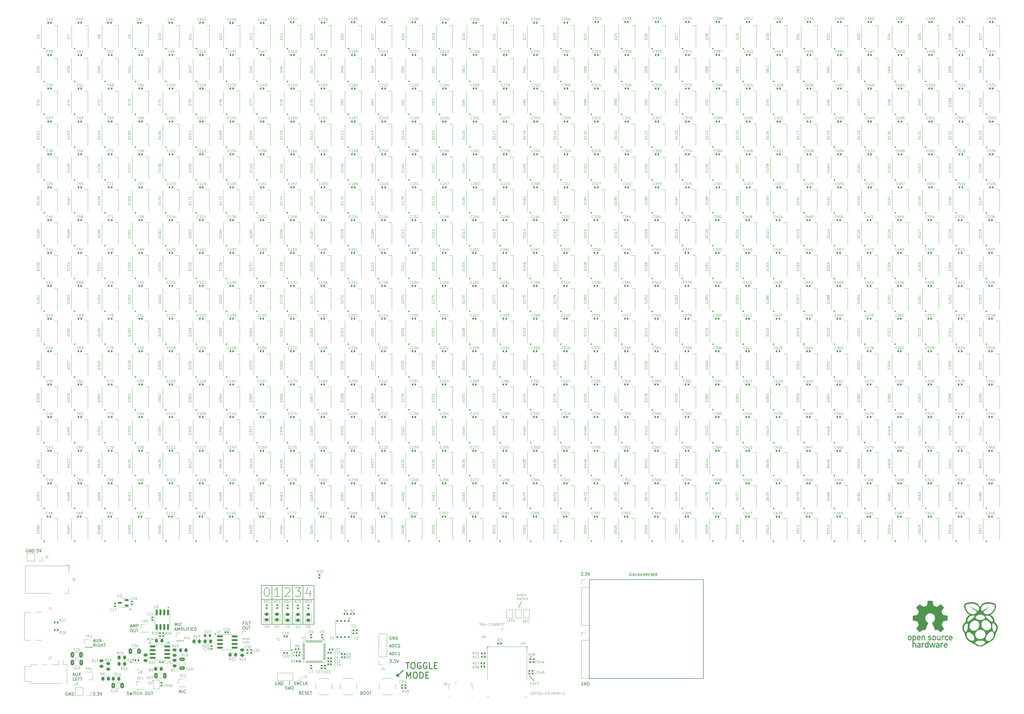
<source format=gbr>
%TF.GenerationSoftware,KiCad,Pcbnew,7.0.7*%
%TF.CreationDate,2024-03-03T19:12:32-08:00*%
%TF.ProjectId,rp2040_audio_spectrum,72703230-3430-45f6-9175-64696f5f7370,rev?*%
%TF.SameCoordinates,Original*%
%TF.FileFunction,Legend,Top*%
%TF.FilePolarity,Positive*%
%FSLAX46Y46*%
G04 Gerber Fmt 4.6, Leading zero omitted, Abs format (unit mm)*
G04 Created by KiCad (PCBNEW 7.0.7) date 2024-03-03 19:12:32*
%MOMM*%
%LPD*%
G01*
G04 APERTURE LIST*
G04 Aperture macros list*
%AMRoundRect*
0 Rectangle with rounded corners*
0 $1 Rounding radius*
0 $2 $3 $4 $5 $6 $7 $8 $9 X,Y pos of 4 corners*
0 Add a 4 corners polygon primitive as box body*
4,1,4,$2,$3,$4,$5,$6,$7,$8,$9,$2,$3,0*
0 Add four circle primitives for the rounded corners*
1,1,$1+$1,$2,$3*
1,1,$1+$1,$4,$5*
1,1,$1+$1,$6,$7*
1,1,$1+$1,$8,$9*
0 Add four rect primitives between the rounded corners*
20,1,$1+$1,$2,$3,$4,$5,0*
20,1,$1+$1,$4,$5,$6,$7,0*
20,1,$1+$1,$6,$7,$8,$9,0*
20,1,$1+$1,$8,$9,$2,$3,0*%
%AMFreePoly0*
4,1,6,0.725000,-0.725000,-0.725000,-0.725000,-0.725000,0.125000,-0.125000,0.725000,0.725000,0.725000,0.725000,-0.725000,0.725000,-0.725000,$1*%
G04 Aperture macros list end*
%ADD10C,0.254605*%
%ADD11C,0.150000*%
%ADD12C,0.100000*%
%ADD13C,0.300000*%
%ADD14C,0.120000*%
%ADD15C,0.287185*%
%ADD16C,0.160000*%
%ADD17C,1.000000*%
%ADD18O,1.700000X1.700000*%
%ADD19R,1.700000X1.700000*%
%ADD20C,2.200000*%
%ADD21C,3.200000*%
%ADD22RoundRect,0.140000X-0.140000X-0.170000X0.140000X-0.170000X0.140000X0.170000X-0.140000X0.170000X0*%
%ADD23R,0.900000X1.500000*%
%ADD24RoundRect,0.250000X-0.262500X-0.450000X0.262500X-0.450000X0.262500X0.450000X-0.262500X0.450000X0*%
%ADD25RoundRect,0.140000X0.170000X-0.140000X0.170000X0.140000X-0.170000X0.140000X-0.170000X-0.140000X0*%
%ADD26RoundRect,0.140000X-0.170000X0.140000X-0.170000X-0.140000X0.170000X-0.140000X0.170000X0.140000X0*%
%ADD27RoundRect,0.150000X-0.150000X0.825000X-0.150000X-0.825000X0.150000X-0.825000X0.150000X0.825000X0*%
%ADD28RoundRect,0.243750X0.456250X-0.243750X0.456250X0.243750X-0.456250X0.243750X-0.456250X-0.243750X0*%
%ADD29RoundRect,0.250000X-0.325000X-0.650000X0.325000X-0.650000X0.325000X0.650000X-0.325000X0.650000X0*%
%ADD30RoundRect,0.135000X0.135000X0.185000X-0.135000X0.185000X-0.135000X-0.185000X0.135000X-0.185000X0*%
%ADD31RoundRect,0.250000X0.450000X-0.262500X0.450000X0.262500X-0.450000X0.262500X-0.450000X-0.262500X0*%
%ADD32R,1.500000X1.000000*%
%ADD33R,1.000000X0.750000*%
%ADD34R,0.600000X0.540000*%
%ADD35RoundRect,0.140000X0.140000X0.170000X-0.140000X0.170000X-0.140000X-0.170000X0.140000X-0.170000X0*%
%ADD36RoundRect,0.250000X0.325000X0.650000X-0.325000X0.650000X-0.325000X-0.650000X0.325000X-0.650000X0*%
%ADD37RoundRect,0.150000X-0.825000X-0.150000X0.825000X-0.150000X0.825000X0.150000X-0.825000X0.150000X0*%
%ADD38RoundRect,0.125000X-0.125000X0.250000X-0.125000X-0.250000X0.125000X-0.250000X0.125000X0.250000X0*%
%ADD39R,4.300000X3.400000*%
%ADD40R,0.400000X1.350000*%
%ADD41O,1.200000X1.900000*%
%ADD42R,1.200000X1.900000*%
%ADD43C,1.450000*%
%ADD44R,1.500000X1.900000*%
%ADD45R,2.000000X4.600000*%
%ADD46O,2.000000X4.200000*%
%ADD47O,4.200000X2.000000*%
%ADD48RoundRect,0.225000X0.225000X0.250000X-0.225000X0.250000X-0.225000X-0.250000X0.225000X-0.250000X0*%
%ADD49RoundRect,0.135000X0.185000X-0.135000X0.185000X0.135000X-0.185000X0.135000X-0.185000X-0.135000X0*%
%ADD50RoundRect,0.135000X-0.135000X-0.185000X0.135000X-0.185000X0.135000X0.185000X-0.135000X0.185000X0*%
%ADD51C,0.990600*%
%ADD52C,0.787400*%
%ADD53C,1.500000*%
%ADD54R,1.200000X2.500000*%
%ADD55RoundRect,0.250000X0.650000X-0.325000X0.650000X0.325000X-0.650000X0.325000X-0.650000X-0.325000X0*%
%ADD56RoundRect,0.050000X-0.050000X0.387500X-0.050000X-0.387500X0.050000X-0.387500X0.050000X0.387500X0*%
%ADD57RoundRect,0.050000X-0.387500X0.050000X-0.387500X-0.050000X0.387500X-0.050000X0.387500X0.050000X0*%
%ADD58R,3.200000X3.200000*%
%ADD59R,1.200000X1.400000*%
%ADD60RoundRect,0.135000X-0.185000X0.135000X-0.185000X-0.135000X0.185000X-0.135000X0.185000X0.135000X0*%
%ADD61R,0.800000X0.400000*%
%ADD62R,0.400000X0.800000*%
%ADD63FreePoly0,180.000000*%
%ADD64R,1.450000X1.450000*%
%ADD65R,0.700000X0.700000*%
%ADD66C,0.650000*%
%ADD67R,1.450000X0.600000*%
%ADD68R,1.450000X0.300000*%
%ADD69O,2.100000X1.000000*%
%ADD70O,1.600000X1.000000*%
%ADD71R,0.650000X0.400000*%
%ADD72RoundRect,0.150000X0.512500X0.150000X-0.512500X0.150000X-0.512500X-0.150000X0.512500X-0.150000X0*%
G04 APERTURE END LIST*
D10*
X83947302Y-239850395D02*
G75*
G03*
X83947302Y-239850395I-127302J0D01*
G01*
X137795302Y-235712000D02*
G75*
G03*
X137795302Y-235712000I-127302J0D01*
G01*
D11*
X237550000Y-212090000D02*
X275853200Y-212090000D01*
X275853200Y-245211600D01*
X237550000Y-245211600D01*
X237550000Y-212090000D01*
X251043979Y-209740619D02*
X251043979Y-210550142D01*
X251043979Y-210550142D02*
X251091598Y-210645380D01*
X251091598Y-210645380D02*
X251139217Y-210693000D01*
X251139217Y-210693000D02*
X251234455Y-210740619D01*
X251234455Y-210740619D02*
X251424931Y-210740619D01*
X251424931Y-210740619D02*
X251520169Y-210693000D01*
X251520169Y-210693000D02*
X251567788Y-210645380D01*
X251567788Y-210645380D02*
X251615407Y-210550142D01*
X251615407Y-210550142D02*
X251615407Y-209740619D01*
X252091598Y-210073952D02*
X252091598Y-210740619D01*
X252091598Y-210169190D02*
X252139217Y-210121571D01*
X252139217Y-210121571D02*
X252234455Y-210073952D01*
X252234455Y-210073952D02*
X252377312Y-210073952D01*
X252377312Y-210073952D02*
X252472550Y-210121571D01*
X252472550Y-210121571D02*
X252520169Y-210216809D01*
X252520169Y-210216809D02*
X252520169Y-210740619D01*
X253424931Y-210693000D02*
X253329693Y-210740619D01*
X253329693Y-210740619D02*
X253139217Y-210740619D01*
X253139217Y-210740619D02*
X253043979Y-210693000D01*
X253043979Y-210693000D02*
X252996360Y-210645380D01*
X252996360Y-210645380D02*
X252948741Y-210550142D01*
X252948741Y-210550142D02*
X252948741Y-210264428D01*
X252948741Y-210264428D02*
X252996360Y-210169190D01*
X252996360Y-210169190D02*
X253043979Y-210121571D01*
X253043979Y-210121571D02*
X253139217Y-210073952D01*
X253139217Y-210073952D02*
X253329693Y-210073952D01*
X253329693Y-210073952D02*
X253424931Y-210121571D01*
X253996360Y-210740619D02*
X253901122Y-210693000D01*
X253901122Y-210693000D02*
X253853503Y-210645380D01*
X253853503Y-210645380D02*
X253805884Y-210550142D01*
X253805884Y-210550142D02*
X253805884Y-210264428D01*
X253805884Y-210264428D02*
X253853503Y-210169190D01*
X253853503Y-210169190D02*
X253901122Y-210121571D01*
X253901122Y-210121571D02*
X253996360Y-210073952D01*
X253996360Y-210073952D02*
X254139217Y-210073952D01*
X254139217Y-210073952D02*
X254234455Y-210121571D01*
X254234455Y-210121571D02*
X254282074Y-210169190D01*
X254282074Y-210169190D02*
X254329693Y-210264428D01*
X254329693Y-210264428D02*
X254329693Y-210550142D01*
X254329693Y-210550142D02*
X254282074Y-210645380D01*
X254282074Y-210645380D02*
X254234455Y-210693000D01*
X254234455Y-210693000D02*
X254139217Y-210740619D01*
X254139217Y-210740619D02*
X253996360Y-210740619D01*
X254758265Y-210073952D02*
X254758265Y-210740619D01*
X254758265Y-210169190D02*
X254805884Y-210121571D01*
X254805884Y-210121571D02*
X254901122Y-210073952D01*
X254901122Y-210073952D02*
X255043979Y-210073952D01*
X255043979Y-210073952D02*
X255139217Y-210121571D01*
X255139217Y-210121571D02*
X255186836Y-210216809D01*
X255186836Y-210216809D02*
X255186836Y-210740619D01*
X255663027Y-210073952D02*
X255663027Y-210740619D01*
X255663027Y-210169190D02*
X255710646Y-210121571D01*
X255710646Y-210121571D02*
X255805884Y-210073952D01*
X255805884Y-210073952D02*
X255948741Y-210073952D01*
X255948741Y-210073952D02*
X256043979Y-210121571D01*
X256043979Y-210121571D02*
X256091598Y-210216809D01*
X256091598Y-210216809D02*
X256091598Y-210740619D01*
X256948741Y-210693000D02*
X256853503Y-210740619D01*
X256853503Y-210740619D02*
X256663027Y-210740619D01*
X256663027Y-210740619D02*
X256567789Y-210693000D01*
X256567789Y-210693000D02*
X256520170Y-210597761D01*
X256520170Y-210597761D02*
X256520170Y-210216809D01*
X256520170Y-210216809D02*
X256567789Y-210121571D01*
X256567789Y-210121571D02*
X256663027Y-210073952D01*
X256663027Y-210073952D02*
X256853503Y-210073952D01*
X256853503Y-210073952D02*
X256948741Y-210121571D01*
X256948741Y-210121571D02*
X256996360Y-210216809D01*
X256996360Y-210216809D02*
X256996360Y-210312047D01*
X256996360Y-210312047D02*
X256520170Y-210407285D01*
X257853503Y-210693000D02*
X257758265Y-210740619D01*
X257758265Y-210740619D02*
X257567789Y-210740619D01*
X257567789Y-210740619D02*
X257472551Y-210693000D01*
X257472551Y-210693000D02*
X257424932Y-210645380D01*
X257424932Y-210645380D02*
X257377313Y-210550142D01*
X257377313Y-210550142D02*
X257377313Y-210264428D01*
X257377313Y-210264428D02*
X257424932Y-210169190D01*
X257424932Y-210169190D02*
X257472551Y-210121571D01*
X257472551Y-210121571D02*
X257567789Y-210073952D01*
X257567789Y-210073952D02*
X257758265Y-210073952D01*
X257758265Y-210073952D02*
X257853503Y-210121571D01*
X258139218Y-210073952D02*
X258520170Y-210073952D01*
X258282075Y-209740619D02*
X258282075Y-210597761D01*
X258282075Y-210597761D02*
X258329694Y-210693000D01*
X258329694Y-210693000D02*
X258424932Y-210740619D01*
X258424932Y-210740619D02*
X258520170Y-210740619D01*
X259234456Y-210693000D02*
X259139218Y-210740619D01*
X259139218Y-210740619D02*
X258948742Y-210740619D01*
X258948742Y-210740619D02*
X258853504Y-210693000D01*
X258853504Y-210693000D02*
X258805885Y-210597761D01*
X258805885Y-210597761D02*
X258805885Y-210216809D01*
X258805885Y-210216809D02*
X258853504Y-210121571D01*
X258853504Y-210121571D02*
X258948742Y-210073952D01*
X258948742Y-210073952D02*
X259139218Y-210073952D01*
X259139218Y-210073952D02*
X259234456Y-210121571D01*
X259234456Y-210121571D02*
X259282075Y-210216809D01*
X259282075Y-210216809D02*
X259282075Y-210312047D01*
X259282075Y-210312047D02*
X258805885Y-210407285D01*
X260139218Y-210740619D02*
X260139218Y-209740619D01*
X260139218Y-210693000D02*
X260043980Y-210740619D01*
X260043980Y-210740619D02*
X259853504Y-210740619D01*
X259853504Y-210740619D02*
X259758266Y-210693000D01*
X259758266Y-210693000D02*
X259710647Y-210645380D01*
X259710647Y-210645380D02*
X259663028Y-210550142D01*
X259663028Y-210550142D02*
X259663028Y-210264428D01*
X259663028Y-210264428D02*
X259710647Y-210169190D01*
X259710647Y-210169190D02*
X259758266Y-210121571D01*
X259758266Y-210121571D02*
X259853504Y-210073952D01*
X259853504Y-210073952D02*
X260043980Y-210073952D01*
X260043980Y-210073952D02*
X260139218Y-210121571D01*
X52628969Y-201815819D02*
X52152779Y-201815819D01*
X52152779Y-201815819D02*
X52105160Y-202292009D01*
X52105160Y-202292009D02*
X52152779Y-202244390D01*
X52152779Y-202244390D02*
X52248017Y-202196771D01*
X52248017Y-202196771D02*
X52486112Y-202196771D01*
X52486112Y-202196771D02*
X52581350Y-202244390D01*
X52581350Y-202244390D02*
X52628969Y-202292009D01*
X52628969Y-202292009D02*
X52676588Y-202387247D01*
X52676588Y-202387247D02*
X52676588Y-202625342D01*
X52676588Y-202625342D02*
X52628969Y-202720580D01*
X52628969Y-202720580D02*
X52581350Y-202768200D01*
X52581350Y-202768200D02*
X52486112Y-202815819D01*
X52486112Y-202815819D02*
X52248017Y-202815819D01*
X52248017Y-202815819D02*
X52152779Y-202768200D01*
X52152779Y-202768200D02*
X52105160Y-202720580D01*
X52962303Y-201815819D02*
X53295636Y-202815819D01*
X53295636Y-202815819D02*
X53628969Y-201815819D01*
X49120588Y-201863438D02*
X49025350Y-201815819D01*
X49025350Y-201815819D02*
X48882493Y-201815819D01*
X48882493Y-201815819D02*
X48739636Y-201863438D01*
X48739636Y-201863438D02*
X48644398Y-201958676D01*
X48644398Y-201958676D02*
X48596779Y-202053914D01*
X48596779Y-202053914D02*
X48549160Y-202244390D01*
X48549160Y-202244390D02*
X48549160Y-202387247D01*
X48549160Y-202387247D02*
X48596779Y-202577723D01*
X48596779Y-202577723D02*
X48644398Y-202672961D01*
X48644398Y-202672961D02*
X48739636Y-202768200D01*
X48739636Y-202768200D02*
X48882493Y-202815819D01*
X48882493Y-202815819D02*
X48977731Y-202815819D01*
X48977731Y-202815819D02*
X49120588Y-202768200D01*
X49120588Y-202768200D02*
X49168207Y-202720580D01*
X49168207Y-202720580D02*
X49168207Y-202387247D01*
X49168207Y-202387247D02*
X48977731Y-202387247D01*
X49596779Y-202815819D02*
X49596779Y-201815819D01*
X49596779Y-201815819D02*
X50168207Y-202815819D01*
X50168207Y-202815819D02*
X50168207Y-201815819D01*
X50644398Y-202815819D02*
X50644398Y-201815819D01*
X50644398Y-201815819D02*
X50882493Y-201815819D01*
X50882493Y-201815819D02*
X51025350Y-201863438D01*
X51025350Y-201863438D02*
X51120588Y-201958676D01*
X51120588Y-201958676D02*
X51168207Y-202053914D01*
X51168207Y-202053914D02*
X51215826Y-202244390D01*
X51215826Y-202244390D02*
X51215826Y-202387247D01*
X51215826Y-202387247D02*
X51168207Y-202577723D01*
X51168207Y-202577723D02*
X51120588Y-202672961D01*
X51120588Y-202672961D02*
X51025350Y-202768200D01*
X51025350Y-202768200D02*
X50882493Y-202815819D01*
X50882493Y-202815819D02*
X50644398Y-202815819D01*
D10*
X83618907Y-221996000D02*
G75*
G03*
X83618907Y-221996000I-127302J0D01*
G01*
X96393302Y-221488000D02*
G75*
G03*
X96393302Y-221488000I-127302J0D01*
G01*
X157099302Y-225044000D02*
G75*
G03*
X157099302Y-225044000I-127302J0D01*
G01*
D12*
X217934265Y-250175847D02*
X218200931Y-250175847D01*
X218315217Y-250594895D02*
X217934265Y-250594895D01*
X217934265Y-250594895D02*
X217934265Y-249794895D01*
X217934265Y-249794895D02*
X218315217Y-249794895D01*
X218619979Y-250556800D02*
X218734265Y-250594895D01*
X218734265Y-250594895D02*
X218924741Y-250594895D01*
X218924741Y-250594895D02*
X219000932Y-250556800D01*
X219000932Y-250556800D02*
X219039027Y-250518704D01*
X219039027Y-250518704D02*
X219077122Y-250442514D01*
X219077122Y-250442514D02*
X219077122Y-250366323D01*
X219077122Y-250366323D02*
X219039027Y-250290133D01*
X219039027Y-250290133D02*
X219000932Y-250252038D01*
X219000932Y-250252038D02*
X218924741Y-250213942D01*
X218924741Y-250213942D02*
X218772360Y-250175847D01*
X218772360Y-250175847D02*
X218696170Y-250137752D01*
X218696170Y-250137752D02*
X218658075Y-250099657D01*
X218658075Y-250099657D02*
X218619979Y-250023466D01*
X218619979Y-250023466D02*
X218619979Y-249947276D01*
X218619979Y-249947276D02*
X218658075Y-249871085D01*
X218658075Y-249871085D02*
X218696170Y-249832990D01*
X218696170Y-249832990D02*
X218772360Y-249794895D01*
X218772360Y-249794895D02*
X218962837Y-249794895D01*
X218962837Y-249794895D02*
X219077122Y-249832990D01*
X219419980Y-250594895D02*
X219419980Y-249794895D01*
X219419980Y-249794895D02*
X219724742Y-249794895D01*
X219724742Y-249794895D02*
X219800932Y-249832990D01*
X219800932Y-249832990D02*
X219839027Y-249871085D01*
X219839027Y-249871085D02*
X219877123Y-249947276D01*
X219877123Y-249947276D02*
X219877123Y-250061561D01*
X219877123Y-250061561D02*
X219839027Y-250137752D01*
X219839027Y-250137752D02*
X219800932Y-250175847D01*
X219800932Y-250175847D02*
X219724742Y-250213942D01*
X219724742Y-250213942D02*
X219419980Y-250213942D01*
X220143789Y-249794895D02*
X220639027Y-249794895D01*
X220639027Y-249794895D02*
X220372361Y-250099657D01*
X220372361Y-250099657D02*
X220486646Y-250099657D01*
X220486646Y-250099657D02*
X220562837Y-250137752D01*
X220562837Y-250137752D02*
X220600932Y-250175847D01*
X220600932Y-250175847D02*
X220639027Y-250252038D01*
X220639027Y-250252038D02*
X220639027Y-250442514D01*
X220639027Y-250442514D02*
X220600932Y-250518704D01*
X220600932Y-250518704D02*
X220562837Y-250556800D01*
X220562837Y-250556800D02*
X220486646Y-250594895D01*
X220486646Y-250594895D02*
X220258075Y-250594895D01*
X220258075Y-250594895D02*
X220181884Y-250556800D01*
X220181884Y-250556800D02*
X220143789Y-250518704D01*
X220943789Y-249871085D02*
X220981885Y-249832990D01*
X220981885Y-249832990D02*
X221058075Y-249794895D01*
X221058075Y-249794895D02*
X221248551Y-249794895D01*
X221248551Y-249794895D02*
X221324742Y-249832990D01*
X221324742Y-249832990D02*
X221362837Y-249871085D01*
X221362837Y-249871085D02*
X221400932Y-249947276D01*
X221400932Y-249947276D02*
X221400932Y-250023466D01*
X221400932Y-250023466D02*
X221362837Y-250137752D01*
X221362837Y-250137752D02*
X220905694Y-250594895D01*
X220905694Y-250594895D02*
X221400932Y-250594895D01*
X221743790Y-250290133D02*
X222353314Y-250290133D01*
X223191409Y-250518704D02*
X223153313Y-250556800D01*
X223153313Y-250556800D02*
X223039028Y-250594895D01*
X223039028Y-250594895D02*
X222962837Y-250594895D01*
X222962837Y-250594895D02*
X222848551Y-250556800D01*
X222848551Y-250556800D02*
X222772361Y-250480609D01*
X222772361Y-250480609D02*
X222734266Y-250404419D01*
X222734266Y-250404419D02*
X222696170Y-250252038D01*
X222696170Y-250252038D02*
X222696170Y-250137752D01*
X222696170Y-250137752D02*
X222734266Y-249985371D01*
X222734266Y-249985371D02*
X222772361Y-249909180D01*
X222772361Y-249909180D02*
X222848551Y-249832990D01*
X222848551Y-249832990D02*
X222962837Y-249794895D01*
X222962837Y-249794895D02*
X223039028Y-249794895D01*
X223039028Y-249794895D02*
X223153313Y-249832990D01*
X223153313Y-249832990D02*
X223191409Y-249871085D01*
X223458075Y-249794895D02*
X223953313Y-249794895D01*
X223953313Y-249794895D02*
X223686647Y-250099657D01*
X223686647Y-250099657D02*
X223800932Y-250099657D01*
X223800932Y-250099657D02*
X223877123Y-250137752D01*
X223877123Y-250137752D02*
X223915218Y-250175847D01*
X223915218Y-250175847D02*
X223953313Y-250252038D01*
X223953313Y-250252038D02*
X223953313Y-250442514D01*
X223953313Y-250442514D02*
X223915218Y-250518704D01*
X223915218Y-250518704D02*
X223877123Y-250556800D01*
X223877123Y-250556800D02*
X223800932Y-250594895D01*
X223800932Y-250594895D02*
X223572361Y-250594895D01*
X223572361Y-250594895D02*
X223496170Y-250556800D01*
X223496170Y-250556800D02*
X223458075Y-250518704D01*
X224296171Y-250290133D02*
X224905695Y-250290133D01*
X225286647Y-250594895D02*
X225286647Y-249794895D01*
X225286647Y-249794895D02*
X225553313Y-250366323D01*
X225553313Y-250366323D02*
X225819980Y-249794895D01*
X225819980Y-249794895D02*
X225819980Y-250594895D01*
X226200933Y-250594895D02*
X226200933Y-249794895D01*
X226581885Y-250594895D02*
X226581885Y-249794895D01*
X226581885Y-249794895D02*
X227039028Y-250594895D01*
X227039028Y-250594895D02*
X227039028Y-249794895D01*
X227419980Y-250594895D02*
X227419980Y-249794895D01*
X227800932Y-250290133D02*
X228410456Y-250290133D01*
X229210455Y-250594895D02*
X228753312Y-250594895D01*
X228981884Y-250594895D02*
X228981884Y-249794895D01*
X228981884Y-249794895D02*
X228905693Y-249909180D01*
X228905693Y-249909180D02*
X228829503Y-249985371D01*
X228829503Y-249985371D02*
X228753312Y-250023466D01*
X200649579Y-226630095D02*
X201106722Y-226630095D01*
X200878150Y-227430095D02*
X200878150Y-226630095D01*
X201335293Y-227201523D02*
X201716246Y-227201523D01*
X201259103Y-227430095D02*
X201525770Y-226630095D01*
X201525770Y-226630095D02*
X201792436Y-227430095D01*
X202478150Y-226668190D02*
X202401960Y-226630095D01*
X202401960Y-226630095D02*
X202287674Y-226630095D01*
X202287674Y-226630095D02*
X202173388Y-226668190D01*
X202173388Y-226668190D02*
X202097198Y-226744380D01*
X202097198Y-226744380D02*
X202059103Y-226820571D01*
X202059103Y-226820571D02*
X202021007Y-226972952D01*
X202021007Y-226972952D02*
X202021007Y-227087238D01*
X202021007Y-227087238D02*
X202059103Y-227239619D01*
X202059103Y-227239619D02*
X202097198Y-227315809D01*
X202097198Y-227315809D02*
X202173388Y-227392000D01*
X202173388Y-227392000D02*
X202287674Y-227430095D01*
X202287674Y-227430095D02*
X202363865Y-227430095D01*
X202363865Y-227430095D02*
X202478150Y-227392000D01*
X202478150Y-227392000D02*
X202516246Y-227353904D01*
X202516246Y-227353904D02*
X202516246Y-227087238D01*
X202516246Y-227087238D02*
X202363865Y-227087238D01*
X202859103Y-227125333D02*
X203468627Y-227125333D01*
X204306722Y-227353904D02*
X204268626Y-227392000D01*
X204268626Y-227392000D02*
X204154341Y-227430095D01*
X204154341Y-227430095D02*
X204078150Y-227430095D01*
X204078150Y-227430095D02*
X203963864Y-227392000D01*
X203963864Y-227392000D02*
X203887674Y-227315809D01*
X203887674Y-227315809D02*
X203849579Y-227239619D01*
X203849579Y-227239619D02*
X203811483Y-227087238D01*
X203811483Y-227087238D02*
X203811483Y-226972952D01*
X203811483Y-226972952D02*
X203849579Y-226820571D01*
X203849579Y-226820571D02*
X203887674Y-226744380D01*
X203887674Y-226744380D02*
X203963864Y-226668190D01*
X203963864Y-226668190D02*
X204078150Y-226630095D01*
X204078150Y-226630095D02*
X204154341Y-226630095D01*
X204154341Y-226630095D02*
X204268626Y-226668190D01*
X204268626Y-226668190D02*
X204306722Y-226706285D01*
X204801960Y-226630095D02*
X204954341Y-226630095D01*
X204954341Y-226630095D02*
X205030531Y-226668190D01*
X205030531Y-226668190D02*
X205106722Y-226744380D01*
X205106722Y-226744380D02*
X205144817Y-226896761D01*
X205144817Y-226896761D02*
X205144817Y-227163428D01*
X205144817Y-227163428D02*
X205106722Y-227315809D01*
X205106722Y-227315809D02*
X205030531Y-227392000D01*
X205030531Y-227392000D02*
X204954341Y-227430095D01*
X204954341Y-227430095D02*
X204801960Y-227430095D01*
X204801960Y-227430095D02*
X204725769Y-227392000D01*
X204725769Y-227392000D02*
X204649579Y-227315809D01*
X204649579Y-227315809D02*
X204611483Y-227163428D01*
X204611483Y-227163428D02*
X204611483Y-226896761D01*
X204611483Y-226896761D02*
X204649579Y-226744380D01*
X204649579Y-226744380D02*
X204725769Y-226668190D01*
X204725769Y-226668190D02*
X204801960Y-226630095D01*
X205487674Y-227430095D02*
X205487674Y-226630095D01*
X205487674Y-226630095D02*
X205944817Y-227430095D01*
X205944817Y-227430095D02*
X205944817Y-226630095D01*
X206325769Y-227430095D02*
X206325769Y-226630095D01*
X206325769Y-226630095D02*
X206782912Y-227430095D01*
X206782912Y-227430095D02*
X206782912Y-226630095D01*
X207163864Y-227011047D02*
X207430530Y-227011047D01*
X207544816Y-227430095D02*
X207163864Y-227430095D01*
X207163864Y-227430095D02*
X207163864Y-226630095D01*
X207163864Y-226630095D02*
X207544816Y-226630095D01*
X208344817Y-227353904D02*
X208306721Y-227392000D01*
X208306721Y-227392000D02*
X208192436Y-227430095D01*
X208192436Y-227430095D02*
X208116245Y-227430095D01*
X208116245Y-227430095D02*
X208001959Y-227392000D01*
X208001959Y-227392000D02*
X207925769Y-227315809D01*
X207925769Y-227315809D02*
X207887674Y-227239619D01*
X207887674Y-227239619D02*
X207849578Y-227087238D01*
X207849578Y-227087238D02*
X207849578Y-226972952D01*
X207849578Y-226972952D02*
X207887674Y-226820571D01*
X207887674Y-226820571D02*
X207925769Y-226744380D01*
X207925769Y-226744380D02*
X208001959Y-226668190D01*
X208001959Y-226668190D02*
X208116245Y-226630095D01*
X208116245Y-226630095D02*
X208192436Y-226630095D01*
X208192436Y-226630095D02*
X208306721Y-226668190D01*
X208306721Y-226668190D02*
X208344817Y-226706285D01*
X208573388Y-226630095D02*
X209030531Y-226630095D01*
X208801959Y-227430095D02*
X208801959Y-226630095D01*
D11*
X136855200Y-246278400D02*
X136855200Y-247497600D01*
X121641112Y-226590009D02*
X121307779Y-226590009D01*
X121307779Y-227113819D02*
X121307779Y-226113819D01*
X121307779Y-226113819D02*
X121783969Y-226113819D01*
X122164922Y-227113819D02*
X122164922Y-226113819D01*
X123117302Y-227113819D02*
X122641112Y-227113819D01*
X122641112Y-227113819D02*
X122641112Y-226113819D01*
X123307779Y-226113819D02*
X123879207Y-226113819D01*
X123593493Y-227113819D02*
X123593493Y-226113819D01*
X121498255Y-227723819D02*
X121688731Y-227723819D01*
X121688731Y-227723819D02*
X121783969Y-227771438D01*
X121783969Y-227771438D02*
X121879207Y-227866676D01*
X121879207Y-227866676D02*
X121926826Y-228057152D01*
X121926826Y-228057152D02*
X121926826Y-228390485D01*
X121926826Y-228390485D02*
X121879207Y-228580961D01*
X121879207Y-228580961D02*
X121783969Y-228676200D01*
X121783969Y-228676200D02*
X121688731Y-228723819D01*
X121688731Y-228723819D02*
X121498255Y-228723819D01*
X121498255Y-228723819D02*
X121403017Y-228676200D01*
X121403017Y-228676200D02*
X121307779Y-228580961D01*
X121307779Y-228580961D02*
X121260160Y-228390485D01*
X121260160Y-228390485D02*
X121260160Y-228057152D01*
X121260160Y-228057152D02*
X121307779Y-227866676D01*
X121307779Y-227866676D02*
X121403017Y-227771438D01*
X121403017Y-227771438D02*
X121498255Y-227723819D01*
X122355398Y-227723819D02*
X122355398Y-228533342D01*
X122355398Y-228533342D02*
X122403017Y-228628580D01*
X122403017Y-228628580D02*
X122450636Y-228676200D01*
X122450636Y-228676200D02*
X122545874Y-228723819D01*
X122545874Y-228723819D02*
X122736350Y-228723819D01*
X122736350Y-228723819D02*
X122831588Y-228676200D01*
X122831588Y-228676200D02*
X122879207Y-228628580D01*
X122879207Y-228628580D02*
X122926826Y-228533342D01*
X122926826Y-228533342D02*
X122926826Y-227723819D01*
X123260160Y-227723819D02*
X123831588Y-227723819D01*
X123545874Y-228723819D02*
X123545874Y-227723819D01*
X98533179Y-227571019D02*
X98533179Y-226571019D01*
X98533179Y-226571019D02*
X98866512Y-227285304D01*
X98866512Y-227285304D02*
X99199845Y-226571019D01*
X99199845Y-226571019D02*
X99199845Y-227571019D01*
X99676036Y-227571019D02*
X99676036Y-226571019D01*
X100723654Y-227475780D02*
X100676035Y-227523400D01*
X100676035Y-227523400D02*
X100533178Y-227571019D01*
X100533178Y-227571019D02*
X100437940Y-227571019D01*
X100437940Y-227571019D02*
X100295083Y-227523400D01*
X100295083Y-227523400D02*
X100199845Y-227428161D01*
X100199845Y-227428161D02*
X100152226Y-227332923D01*
X100152226Y-227332923D02*
X100104607Y-227142447D01*
X100104607Y-227142447D02*
X100104607Y-226999590D01*
X100104607Y-226999590D02*
X100152226Y-226809114D01*
X100152226Y-226809114D02*
X100199845Y-226713876D01*
X100199845Y-226713876D02*
X100295083Y-226618638D01*
X100295083Y-226618638D02*
X100437940Y-226571019D01*
X100437940Y-226571019D02*
X100533178Y-226571019D01*
X100533178Y-226571019D02*
X100676035Y-226618638D01*
X100676035Y-226618638D02*
X100723654Y-226666257D01*
X98485560Y-228895304D02*
X98961750Y-228895304D01*
X98390322Y-229181019D02*
X98723655Y-228181019D01*
X98723655Y-228181019D02*
X99056988Y-229181019D01*
X99390322Y-229181019D02*
X99390322Y-228181019D01*
X99390322Y-228181019D02*
X99723655Y-228895304D01*
X99723655Y-228895304D02*
X100056988Y-228181019D01*
X100056988Y-228181019D02*
X100056988Y-229181019D01*
X100533179Y-229181019D02*
X100533179Y-228181019D01*
X100533179Y-228181019D02*
X100914131Y-228181019D01*
X100914131Y-228181019D02*
X101009369Y-228228638D01*
X101009369Y-228228638D02*
X101056988Y-228276257D01*
X101056988Y-228276257D02*
X101104607Y-228371495D01*
X101104607Y-228371495D02*
X101104607Y-228514352D01*
X101104607Y-228514352D02*
X101056988Y-228609590D01*
X101056988Y-228609590D02*
X101009369Y-228657209D01*
X101009369Y-228657209D02*
X100914131Y-228704828D01*
X100914131Y-228704828D02*
X100533179Y-228704828D01*
X102009369Y-229181019D02*
X101533179Y-229181019D01*
X101533179Y-229181019D02*
X101533179Y-228181019D01*
X102342703Y-229181019D02*
X102342703Y-228181019D01*
X103152226Y-228657209D02*
X102818893Y-228657209D01*
X102818893Y-229181019D02*
X102818893Y-228181019D01*
X102818893Y-228181019D02*
X103295083Y-228181019D01*
X103676036Y-229181019D02*
X103676036Y-228181019D01*
X104152226Y-228657209D02*
X104485559Y-228657209D01*
X104628416Y-229181019D02*
X104152226Y-229181019D01*
X104152226Y-229181019D02*
X104152226Y-228181019D01*
X104152226Y-228181019D02*
X104628416Y-228181019D01*
X105056988Y-229181019D02*
X105056988Y-228181019D01*
X105056988Y-228181019D02*
X105295083Y-228181019D01*
X105295083Y-228181019D02*
X105437940Y-228228638D01*
X105437940Y-228228638D02*
X105533178Y-228323876D01*
X105533178Y-228323876D02*
X105580797Y-228419114D01*
X105580797Y-228419114D02*
X105628416Y-228609590D01*
X105628416Y-228609590D02*
X105628416Y-228752447D01*
X105628416Y-228752447D02*
X105580797Y-228942923D01*
X105580797Y-228942923D02*
X105533178Y-229038161D01*
X105533178Y-229038161D02*
X105437940Y-229133400D01*
X105437940Y-229133400D02*
X105295083Y-229181019D01*
X105295083Y-229181019D02*
X105056988Y-229181019D01*
X83550360Y-227793304D02*
X84026550Y-227793304D01*
X83455122Y-228079019D02*
X83788455Y-227079019D01*
X83788455Y-227079019D02*
X84121788Y-228079019D01*
X84455122Y-228079019D02*
X84455122Y-227079019D01*
X84455122Y-227079019D02*
X84788455Y-227793304D01*
X84788455Y-227793304D02*
X85121788Y-227079019D01*
X85121788Y-227079019D02*
X85121788Y-228079019D01*
X85597979Y-228079019D02*
X85597979Y-227079019D01*
X85597979Y-227079019D02*
X85978931Y-227079019D01*
X85978931Y-227079019D02*
X86074169Y-227126638D01*
X86074169Y-227126638D02*
X86121788Y-227174257D01*
X86121788Y-227174257D02*
X86169407Y-227269495D01*
X86169407Y-227269495D02*
X86169407Y-227412352D01*
X86169407Y-227412352D02*
X86121788Y-227507590D01*
X86121788Y-227507590D02*
X86074169Y-227555209D01*
X86074169Y-227555209D02*
X85978931Y-227602828D01*
X85978931Y-227602828D02*
X85597979Y-227602828D01*
X83788455Y-228689019D02*
X83978931Y-228689019D01*
X83978931Y-228689019D02*
X84074169Y-228736638D01*
X84074169Y-228736638D02*
X84169407Y-228831876D01*
X84169407Y-228831876D02*
X84217026Y-229022352D01*
X84217026Y-229022352D02*
X84217026Y-229355685D01*
X84217026Y-229355685D02*
X84169407Y-229546161D01*
X84169407Y-229546161D02*
X84074169Y-229641400D01*
X84074169Y-229641400D02*
X83978931Y-229689019D01*
X83978931Y-229689019D02*
X83788455Y-229689019D01*
X83788455Y-229689019D02*
X83693217Y-229641400D01*
X83693217Y-229641400D02*
X83597979Y-229546161D01*
X83597979Y-229546161D02*
X83550360Y-229355685D01*
X83550360Y-229355685D02*
X83550360Y-229022352D01*
X83550360Y-229022352D02*
X83597979Y-228831876D01*
X83597979Y-228831876D02*
X83693217Y-228736638D01*
X83693217Y-228736638D02*
X83788455Y-228689019D01*
X84645598Y-228689019D02*
X84645598Y-229498542D01*
X84645598Y-229498542D02*
X84693217Y-229593780D01*
X84693217Y-229593780D02*
X84740836Y-229641400D01*
X84740836Y-229641400D02*
X84836074Y-229689019D01*
X84836074Y-229689019D02*
X85026550Y-229689019D01*
X85026550Y-229689019D02*
X85121788Y-229641400D01*
X85121788Y-229641400D02*
X85169407Y-229593780D01*
X85169407Y-229593780D02*
X85217026Y-229498542D01*
X85217026Y-229498542D02*
X85217026Y-228689019D01*
X85550360Y-228689019D02*
X86121788Y-228689019D01*
X85836074Y-229689019D02*
X85836074Y-228689019D01*
X99853979Y-250110619D02*
X99853979Y-249110619D01*
X99853979Y-249110619D02*
X100187312Y-249824904D01*
X100187312Y-249824904D02*
X100520645Y-249110619D01*
X100520645Y-249110619D02*
X100520645Y-250110619D01*
X100996836Y-250110619D02*
X100996836Y-249110619D01*
X102044454Y-250015380D02*
X101996835Y-250063000D01*
X101996835Y-250063000D02*
X101853978Y-250110619D01*
X101853978Y-250110619D02*
X101758740Y-250110619D01*
X101758740Y-250110619D02*
X101615883Y-250063000D01*
X101615883Y-250063000D02*
X101520645Y-249967761D01*
X101520645Y-249967761D02*
X101473026Y-249872523D01*
X101473026Y-249872523D02*
X101425407Y-249682047D01*
X101425407Y-249682047D02*
X101425407Y-249539190D01*
X101425407Y-249539190D02*
X101473026Y-249348714D01*
X101473026Y-249348714D02*
X101520645Y-249253476D01*
X101520645Y-249253476D02*
X101615883Y-249158238D01*
X101615883Y-249158238D02*
X101758740Y-249110619D01*
X101758740Y-249110619D02*
X101853978Y-249110619D01*
X101853978Y-249110619D02*
X101996835Y-249158238D01*
X101996835Y-249158238D02*
X102044454Y-249205857D01*
X82381960Y-250672600D02*
X82524817Y-250720219D01*
X82524817Y-250720219D02*
X82762912Y-250720219D01*
X82762912Y-250720219D02*
X82858150Y-250672600D01*
X82858150Y-250672600D02*
X82905769Y-250624980D01*
X82905769Y-250624980D02*
X82953388Y-250529742D01*
X82953388Y-250529742D02*
X82953388Y-250434504D01*
X82953388Y-250434504D02*
X82905769Y-250339266D01*
X82905769Y-250339266D02*
X82858150Y-250291647D01*
X82858150Y-250291647D02*
X82762912Y-250244028D01*
X82762912Y-250244028D02*
X82572436Y-250196409D01*
X82572436Y-250196409D02*
X82477198Y-250148790D01*
X82477198Y-250148790D02*
X82429579Y-250101171D01*
X82429579Y-250101171D02*
X82381960Y-250005933D01*
X82381960Y-250005933D02*
X82381960Y-249910695D01*
X82381960Y-249910695D02*
X82429579Y-249815457D01*
X82429579Y-249815457D02*
X82477198Y-249767838D01*
X82477198Y-249767838D02*
X82572436Y-249720219D01*
X82572436Y-249720219D02*
X82810531Y-249720219D01*
X82810531Y-249720219D02*
X82953388Y-249767838D01*
X83286722Y-249720219D02*
X83524817Y-250720219D01*
X83524817Y-250720219D02*
X83715293Y-250005933D01*
X83715293Y-250005933D02*
X83905769Y-250720219D01*
X83905769Y-250720219D02*
X84143865Y-249720219D01*
X84524817Y-250720219D02*
X84524817Y-249720219D01*
X84858150Y-249720219D02*
X85429578Y-249720219D01*
X85143864Y-250720219D02*
X85143864Y-249720219D01*
X86334340Y-250624980D02*
X86286721Y-250672600D01*
X86286721Y-250672600D02*
X86143864Y-250720219D01*
X86143864Y-250720219D02*
X86048626Y-250720219D01*
X86048626Y-250720219D02*
X85905769Y-250672600D01*
X85905769Y-250672600D02*
X85810531Y-250577361D01*
X85810531Y-250577361D02*
X85762912Y-250482123D01*
X85762912Y-250482123D02*
X85715293Y-250291647D01*
X85715293Y-250291647D02*
X85715293Y-250148790D01*
X85715293Y-250148790D02*
X85762912Y-249958314D01*
X85762912Y-249958314D02*
X85810531Y-249863076D01*
X85810531Y-249863076D02*
X85905769Y-249767838D01*
X85905769Y-249767838D02*
X86048626Y-249720219D01*
X86048626Y-249720219D02*
X86143864Y-249720219D01*
X86143864Y-249720219D02*
X86286721Y-249767838D01*
X86286721Y-249767838D02*
X86334340Y-249815457D01*
X86762912Y-250720219D02*
X86762912Y-249720219D01*
X86762912Y-250196409D02*
X87334340Y-250196409D01*
X87334340Y-250720219D02*
X87334340Y-249720219D01*
X88762912Y-249720219D02*
X88953388Y-249720219D01*
X88953388Y-249720219D02*
X89048626Y-249767838D01*
X89048626Y-249767838D02*
X89143864Y-249863076D01*
X89143864Y-249863076D02*
X89191483Y-250053552D01*
X89191483Y-250053552D02*
X89191483Y-250386885D01*
X89191483Y-250386885D02*
X89143864Y-250577361D01*
X89143864Y-250577361D02*
X89048626Y-250672600D01*
X89048626Y-250672600D02*
X88953388Y-250720219D01*
X88953388Y-250720219D02*
X88762912Y-250720219D01*
X88762912Y-250720219D02*
X88667674Y-250672600D01*
X88667674Y-250672600D02*
X88572436Y-250577361D01*
X88572436Y-250577361D02*
X88524817Y-250386885D01*
X88524817Y-250386885D02*
X88524817Y-250053552D01*
X88524817Y-250053552D02*
X88572436Y-249863076D01*
X88572436Y-249863076D02*
X88667674Y-249767838D01*
X88667674Y-249767838D02*
X88762912Y-249720219D01*
X89620055Y-249720219D02*
X89620055Y-250529742D01*
X89620055Y-250529742D02*
X89667674Y-250624980D01*
X89667674Y-250624980D02*
X89715293Y-250672600D01*
X89715293Y-250672600D02*
X89810531Y-250720219D01*
X89810531Y-250720219D02*
X90001007Y-250720219D01*
X90001007Y-250720219D02*
X90096245Y-250672600D01*
X90096245Y-250672600D02*
X90143864Y-250624980D01*
X90143864Y-250624980D02*
X90191483Y-250529742D01*
X90191483Y-250529742D02*
X90191483Y-249720219D01*
X90524817Y-249720219D02*
X91096245Y-249720219D01*
X90810531Y-250720219D02*
X90810531Y-249720219D01*
X70955141Y-249923419D02*
X71574188Y-249923419D01*
X71574188Y-249923419D02*
X71240855Y-250304371D01*
X71240855Y-250304371D02*
X71383712Y-250304371D01*
X71383712Y-250304371D02*
X71478950Y-250351990D01*
X71478950Y-250351990D02*
X71526569Y-250399609D01*
X71526569Y-250399609D02*
X71574188Y-250494847D01*
X71574188Y-250494847D02*
X71574188Y-250732942D01*
X71574188Y-250732942D02*
X71526569Y-250828180D01*
X71526569Y-250828180D02*
X71478950Y-250875800D01*
X71478950Y-250875800D02*
X71383712Y-250923419D01*
X71383712Y-250923419D02*
X71097998Y-250923419D01*
X71097998Y-250923419D02*
X71002760Y-250875800D01*
X71002760Y-250875800D02*
X70955141Y-250828180D01*
X72002760Y-250828180D02*
X72050379Y-250875800D01*
X72050379Y-250875800D02*
X72002760Y-250923419D01*
X72002760Y-250923419D02*
X71955141Y-250875800D01*
X71955141Y-250875800D02*
X72002760Y-250828180D01*
X72002760Y-250828180D02*
X72002760Y-250923419D01*
X72383712Y-249923419D02*
X73002759Y-249923419D01*
X73002759Y-249923419D02*
X72669426Y-250304371D01*
X72669426Y-250304371D02*
X72812283Y-250304371D01*
X72812283Y-250304371D02*
X72907521Y-250351990D01*
X72907521Y-250351990D02*
X72955140Y-250399609D01*
X72955140Y-250399609D02*
X73002759Y-250494847D01*
X73002759Y-250494847D02*
X73002759Y-250732942D01*
X73002759Y-250732942D02*
X72955140Y-250828180D01*
X72955140Y-250828180D02*
X72907521Y-250875800D01*
X72907521Y-250875800D02*
X72812283Y-250923419D01*
X72812283Y-250923419D02*
X72526569Y-250923419D01*
X72526569Y-250923419D02*
X72431331Y-250875800D01*
X72431331Y-250875800D02*
X72383712Y-250828180D01*
X73288474Y-249923419D02*
X73621807Y-250923419D01*
X73621807Y-250923419D02*
X73955140Y-249923419D01*
X62379388Y-249971038D02*
X62284150Y-249923419D01*
X62284150Y-249923419D02*
X62141293Y-249923419D01*
X62141293Y-249923419D02*
X61998436Y-249971038D01*
X61998436Y-249971038D02*
X61903198Y-250066276D01*
X61903198Y-250066276D02*
X61855579Y-250161514D01*
X61855579Y-250161514D02*
X61807960Y-250351990D01*
X61807960Y-250351990D02*
X61807960Y-250494847D01*
X61807960Y-250494847D02*
X61855579Y-250685323D01*
X61855579Y-250685323D02*
X61903198Y-250780561D01*
X61903198Y-250780561D02*
X61998436Y-250875800D01*
X61998436Y-250875800D02*
X62141293Y-250923419D01*
X62141293Y-250923419D02*
X62236531Y-250923419D01*
X62236531Y-250923419D02*
X62379388Y-250875800D01*
X62379388Y-250875800D02*
X62427007Y-250828180D01*
X62427007Y-250828180D02*
X62427007Y-250494847D01*
X62427007Y-250494847D02*
X62236531Y-250494847D01*
X62855579Y-250923419D02*
X62855579Y-249923419D01*
X62855579Y-249923419D02*
X63427007Y-250923419D01*
X63427007Y-250923419D02*
X63427007Y-249923419D01*
X63903198Y-250923419D02*
X63903198Y-249923419D01*
X63903198Y-249923419D02*
X64141293Y-249923419D01*
X64141293Y-249923419D02*
X64284150Y-249971038D01*
X64284150Y-249971038D02*
X64379388Y-250066276D01*
X64379388Y-250066276D02*
X64427007Y-250161514D01*
X64427007Y-250161514D02*
X64474626Y-250351990D01*
X64474626Y-250351990D02*
X64474626Y-250494847D01*
X64474626Y-250494847D02*
X64427007Y-250685323D01*
X64427007Y-250685323D02*
X64379388Y-250780561D01*
X64379388Y-250780561D02*
X64284150Y-250875800D01*
X64284150Y-250875800D02*
X64141293Y-250923419D01*
X64141293Y-250923419D02*
X63903198Y-250923419D01*
X64297160Y-243998504D02*
X64773350Y-243998504D01*
X64201922Y-244284219D02*
X64535255Y-243284219D01*
X64535255Y-243284219D02*
X64868588Y-244284219D01*
X65201922Y-243284219D02*
X65201922Y-244093742D01*
X65201922Y-244093742D02*
X65249541Y-244188980D01*
X65249541Y-244188980D02*
X65297160Y-244236600D01*
X65297160Y-244236600D02*
X65392398Y-244284219D01*
X65392398Y-244284219D02*
X65582874Y-244284219D01*
X65582874Y-244284219D02*
X65678112Y-244236600D01*
X65678112Y-244236600D02*
X65725731Y-244188980D01*
X65725731Y-244188980D02*
X65773350Y-244093742D01*
X65773350Y-244093742D02*
X65773350Y-243284219D01*
X66154303Y-243284219D02*
X66820969Y-244284219D01*
X66820969Y-243284219D02*
X66154303Y-244284219D01*
X64820969Y-245894219D02*
X64344779Y-245894219D01*
X64344779Y-245894219D02*
X64344779Y-244894219D01*
X65154303Y-245370409D02*
X65487636Y-245370409D01*
X65630493Y-245894219D02*
X65154303Y-245894219D01*
X65154303Y-245894219D02*
X65154303Y-244894219D01*
X65154303Y-244894219D02*
X65630493Y-244894219D01*
X66392398Y-245370409D02*
X66059065Y-245370409D01*
X66059065Y-245894219D02*
X66059065Y-244894219D01*
X66059065Y-244894219D02*
X66535255Y-244894219D01*
X66773351Y-244894219D02*
X67344779Y-244894219D01*
X67059065Y-245894219D02*
X67059065Y-244894219D01*
X71164360Y-232670104D02*
X71640550Y-232670104D01*
X71069122Y-232955819D02*
X71402455Y-231955819D01*
X71402455Y-231955819D02*
X71735788Y-232955819D01*
X72069122Y-231955819D02*
X72069122Y-232765342D01*
X72069122Y-232765342D02*
X72116741Y-232860580D01*
X72116741Y-232860580D02*
X72164360Y-232908200D01*
X72164360Y-232908200D02*
X72259598Y-232955819D01*
X72259598Y-232955819D02*
X72450074Y-232955819D01*
X72450074Y-232955819D02*
X72545312Y-232908200D01*
X72545312Y-232908200D02*
X72592931Y-232860580D01*
X72592931Y-232860580D02*
X72640550Y-232765342D01*
X72640550Y-232765342D02*
X72640550Y-231955819D01*
X73021503Y-231955819D02*
X73688169Y-232955819D01*
X73688169Y-231955819D02*
X73021503Y-232955819D01*
X71783407Y-234565819D02*
X71450074Y-234089628D01*
X71211979Y-234565819D02*
X71211979Y-233565819D01*
X71211979Y-233565819D02*
X71592931Y-233565819D01*
X71592931Y-233565819D02*
X71688169Y-233613438D01*
X71688169Y-233613438D02*
X71735788Y-233661057D01*
X71735788Y-233661057D02*
X71783407Y-233756295D01*
X71783407Y-233756295D02*
X71783407Y-233899152D01*
X71783407Y-233899152D02*
X71735788Y-233994390D01*
X71735788Y-233994390D02*
X71688169Y-234042009D01*
X71688169Y-234042009D02*
X71592931Y-234089628D01*
X71592931Y-234089628D02*
X71211979Y-234089628D01*
X72211979Y-234565819D02*
X72211979Y-233565819D01*
X73211978Y-233613438D02*
X73116740Y-233565819D01*
X73116740Y-233565819D02*
X72973883Y-233565819D01*
X72973883Y-233565819D02*
X72831026Y-233613438D01*
X72831026Y-233613438D02*
X72735788Y-233708676D01*
X72735788Y-233708676D02*
X72688169Y-233803914D01*
X72688169Y-233803914D02*
X72640550Y-233994390D01*
X72640550Y-233994390D02*
X72640550Y-234137247D01*
X72640550Y-234137247D02*
X72688169Y-234327723D01*
X72688169Y-234327723D02*
X72735788Y-234422961D01*
X72735788Y-234422961D02*
X72831026Y-234518200D01*
X72831026Y-234518200D02*
X72973883Y-234565819D01*
X72973883Y-234565819D02*
X73069121Y-234565819D01*
X73069121Y-234565819D02*
X73211978Y-234518200D01*
X73211978Y-234518200D02*
X73259597Y-234470580D01*
X73259597Y-234470580D02*
X73259597Y-234137247D01*
X73259597Y-234137247D02*
X73069121Y-234137247D01*
X73688169Y-234565819D02*
X73688169Y-233565819D01*
X73688169Y-234042009D02*
X74259597Y-234042009D01*
X74259597Y-234565819D02*
X74259597Y-233565819D01*
X74592931Y-233565819D02*
X75164359Y-233565819D01*
X74878645Y-234565819D02*
X74878645Y-233565819D01*
X138465160Y-247269000D02*
X138608017Y-247316619D01*
X138608017Y-247316619D02*
X138846112Y-247316619D01*
X138846112Y-247316619D02*
X138941350Y-247269000D01*
X138941350Y-247269000D02*
X138988969Y-247221380D01*
X138988969Y-247221380D02*
X139036588Y-247126142D01*
X139036588Y-247126142D02*
X139036588Y-247030904D01*
X139036588Y-247030904D02*
X138988969Y-246935666D01*
X138988969Y-246935666D02*
X138941350Y-246888047D01*
X138941350Y-246888047D02*
X138846112Y-246840428D01*
X138846112Y-246840428D02*
X138655636Y-246792809D01*
X138655636Y-246792809D02*
X138560398Y-246745190D01*
X138560398Y-246745190D02*
X138512779Y-246697571D01*
X138512779Y-246697571D02*
X138465160Y-246602333D01*
X138465160Y-246602333D02*
X138465160Y-246507095D01*
X138465160Y-246507095D02*
X138512779Y-246411857D01*
X138512779Y-246411857D02*
X138560398Y-246364238D01*
X138560398Y-246364238D02*
X138655636Y-246316619D01*
X138655636Y-246316619D02*
X138893731Y-246316619D01*
X138893731Y-246316619D02*
X139036588Y-246364238D01*
X139369922Y-246316619D02*
X139608017Y-247316619D01*
X139608017Y-247316619D02*
X139798493Y-246602333D01*
X139798493Y-246602333D02*
X139988969Y-247316619D01*
X139988969Y-247316619D02*
X140227065Y-246316619D01*
X141179445Y-247221380D02*
X141131826Y-247269000D01*
X141131826Y-247269000D02*
X140988969Y-247316619D01*
X140988969Y-247316619D02*
X140893731Y-247316619D01*
X140893731Y-247316619D02*
X140750874Y-247269000D01*
X140750874Y-247269000D02*
X140655636Y-247173761D01*
X140655636Y-247173761D02*
X140608017Y-247078523D01*
X140608017Y-247078523D02*
X140560398Y-246888047D01*
X140560398Y-246888047D02*
X140560398Y-246745190D01*
X140560398Y-246745190D02*
X140608017Y-246554714D01*
X140608017Y-246554714D02*
X140655636Y-246459476D01*
X140655636Y-246459476D02*
X140750874Y-246364238D01*
X140750874Y-246364238D02*
X140893731Y-246316619D01*
X140893731Y-246316619D02*
X140988969Y-246316619D01*
X140988969Y-246316619D02*
X141131826Y-246364238D01*
X141131826Y-246364238D02*
X141179445Y-246411857D01*
X142084207Y-247316619D02*
X141608017Y-247316619D01*
X141608017Y-247316619D02*
X141608017Y-246316619D01*
X142417541Y-247316619D02*
X142417541Y-246316619D01*
X142988969Y-247316619D02*
X142560398Y-246745190D01*
X142988969Y-246316619D02*
X142417541Y-246888047D01*
X135518760Y-248843800D02*
X135661617Y-248891419D01*
X135661617Y-248891419D02*
X135899712Y-248891419D01*
X135899712Y-248891419D02*
X135994950Y-248843800D01*
X135994950Y-248843800D02*
X136042569Y-248796180D01*
X136042569Y-248796180D02*
X136090188Y-248700942D01*
X136090188Y-248700942D02*
X136090188Y-248605704D01*
X136090188Y-248605704D02*
X136042569Y-248510466D01*
X136042569Y-248510466D02*
X135994950Y-248462847D01*
X135994950Y-248462847D02*
X135899712Y-248415228D01*
X135899712Y-248415228D02*
X135709236Y-248367609D01*
X135709236Y-248367609D02*
X135613998Y-248319990D01*
X135613998Y-248319990D02*
X135566379Y-248272371D01*
X135566379Y-248272371D02*
X135518760Y-248177133D01*
X135518760Y-248177133D02*
X135518760Y-248081895D01*
X135518760Y-248081895D02*
X135566379Y-247986657D01*
X135566379Y-247986657D02*
X135613998Y-247939038D01*
X135613998Y-247939038D02*
X135709236Y-247891419D01*
X135709236Y-247891419D02*
X135947331Y-247891419D01*
X135947331Y-247891419D02*
X136090188Y-247939038D01*
X136423522Y-247891419D02*
X136661617Y-248891419D01*
X136661617Y-248891419D02*
X136852093Y-248177133D01*
X136852093Y-248177133D02*
X137042569Y-248891419D01*
X137042569Y-248891419D02*
X137280665Y-247891419D01*
X137661617Y-248891419D02*
X137661617Y-247891419D01*
X137661617Y-247891419D02*
X137899712Y-247891419D01*
X137899712Y-247891419D02*
X138042569Y-247939038D01*
X138042569Y-247939038D02*
X138137807Y-248034276D01*
X138137807Y-248034276D02*
X138185426Y-248129514D01*
X138185426Y-248129514D02*
X138233045Y-248319990D01*
X138233045Y-248319990D02*
X138233045Y-248462847D01*
X138233045Y-248462847D02*
X138185426Y-248653323D01*
X138185426Y-248653323D02*
X138137807Y-248748561D01*
X138137807Y-248748561D02*
X138042569Y-248843800D01*
X138042569Y-248843800D02*
X137899712Y-248891419D01*
X137899712Y-248891419D02*
X137661617Y-248891419D01*
X132686588Y-246516638D02*
X132591350Y-246469019D01*
X132591350Y-246469019D02*
X132448493Y-246469019D01*
X132448493Y-246469019D02*
X132305636Y-246516638D01*
X132305636Y-246516638D02*
X132210398Y-246611876D01*
X132210398Y-246611876D02*
X132162779Y-246707114D01*
X132162779Y-246707114D02*
X132115160Y-246897590D01*
X132115160Y-246897590D02*
X132115160Y-247040447D01*
X132115160Y-247040447D02*
X132162779Y-247230923D01*
X132162779Y-247230923D02*
X132210398Y-247326161D01*
X132210398Y-247326161D02*
X132305636Y-247421400D01*
X132305636Y-247421400D02*
X132448493Y-247469019D01*
X132448493Y-247469019D02*
X132543731Y-247469019D01*
X132543731Y-247469019D02*
X132686588Y-247421400D01*
X132686588Y-247421400D02*
X132734207Y-247373780D01*
X132734207Y-247373780D02*
X132734207Y-247040447D01*
X132734207Y-247040447D02*
X132543731Y-247040447D01*
X133162779Y-247469019D02*
X133162779Y-246469019D01*
X133162779Y-246469019D02*
X133734207Y-247469019D01*
X133734207Y-247469019D02*
X133734207Y-246469019D01*
X134210398Y-247469019D02*
X134210398Y-246469019D01*
X134210398Y-246469019D02*
X134448493Y-246469019D01*
X134448493Y-246469019D02*
X134591350Y-246516638D01*
X134591350Y-246516638D02*
X134686588Y-246611876D01*
X134686588Y-246611876D02*
X134734207Y-246707114D01*
X134734207Y-246707114D02*
X134781826Y-246897590D01*
X134781826Y-246897590D02*
X134781826Y-247040447D01*
X134781826Y-247040447D02*
X134734207Y-247230923D01*
X134734207Y-247230923D02*
X134686588Y-247326161D01*
X134686588Y-247326161D02*
X134591350Y-247421400D01*
X134591350Y-247421400D02*
X134448493Y-247469019D01*
X134448493Y-247469019D02*
X134210398Y-247469019D01*
X170570760Y-234483304D02*
X171046950Y-234483304D01*
X170475522Y-234769019D02*
X170808855Y-233769019D01*
X170808855Y-233769019D02*
X171142188Y-234769019D01*
X171475522Y-234769019D02*
X171475522Y-233769019D01*
X171475522Y-233769019D02*
X171713617Y-233769019D01*
X171713617Y-233769019D02*
X171856474Y-233816638D01*
X171856474Y-233816638D02*
X171951712Y-233911876D01*
X171951712Y-233911876D02*
X171999331Y-234007114D01*
X171999331Y-234007114D02*
X172046950Y-234197590D01*
X172046950Y-234197590D02*
X172046950Y-234340447D01*
X172046950Y-234340447D02*
X171999331Y-234530923D01*
X171999331Y-234530923D02*
X171951712Y-234626161D01*
X171951712Y-234626161D02*
X171856474Y-234721400D01*
X171856474Y-234721400D02*
X171713617Y-234769019D01*
X171713617Y-234769019D02*
X171475522Y-234769019D01*
X173046950Y-234673780D02*
X172999331Y-234721400D01*
X172999331Y-234721400D02*
X172856474Y-234769019D01*
X172856474Y-234769019D02*
X172761236Y-234769019D01*
X172761236Y-234769019D02*
X172618379Y-234721400D01*
X172618379Y-234721400D02*
X172523141Y-234626161D01*
X172523141Y-234626161D02*
X172475522Y-234530923D01*
X172475522Y-234530923D02*
X172427903Y-234340447D01*
X172427903Y-234340447D02*
X172427903Y-234197590D01*
X172427903Y-234197590D02*
X172475522Y-234007114D01*
X172475522Y-234007114D02*
X172523141Y-233911876D01*
X172523141Y-233911876D02*
X172618379Y-233816638D01*
X172618379Y-233816638D02*
X172761236Y-233769019D01*
X172761236Y-233769019D02*
X172856474Y-233769019D01*
X172856474Y-233769019D02*
X172999331Y-233816638D01*
X172999331Y-233816638D02*
X173046950Y-233864257D01*
X173427903Y-233864257D02*
X173475522Y-233816638D01*
X173475522Y-233816638D02*
X173570760Y-233769019D01*
X173570760Y-233769019D02*
X173808855Y-233769019D01*
X173808855Y-233769019D02*
X173904093Y-233816638D01*
X173904093Y-233816638D02*
X173951712Y-233864257D01*
X173951712Y-233864257D02*
X173999331Y-233959495D01*
X173999331Y-233959495D02*
X173999331Y-234054733D01*
X173999331Y-234054733D02*
X173951712Y-234197590D01*
X173951712Y-234197590D02*
X173380284Y-234769019D01*
X173380284Y-234769019D02*
X173999331Y-234769019D01*
X170570760Y-237074104D02*
X171046950Y-237074104D01*
X170475522Y-237359819D02*
X170808855Y-236359819D01*
X170808855Y-236359819D02*
X171142188Y-237359819D01*
X171475522Y-237359819D02*
X171475522Y-236359819D01*
X171475522Y-236359819D02*
X171713617Y-236359819D01*
X171713617Y-236359819D02*
X171856474Y-236407438D01*
X171856474Y-236407438D02*
X171951712Y-236502676D01*
X171951712Y-236502676D02*
X171999331Y-236597914D01*
X171999331Y-236597914D02*
X172046950Y-236788390D01*
X172046950Y-236788390D02*
X172046950Y-236931247D01*
X172046950Y-236931247D02*
X171999331Y-237121723D01*
X171999331Y-237121723D02*
X171951712Y-237216961D01*
X171951712Y-237216961D02*
X171856474Y-237312200D01*
X171856474Y-237312200D02*
X171713617Y-237359819D01*
X171713617Y-237359819D02*
X171475522Y-237359819D01*
X173046950Y-237264580D02*
X172999331Y-237312200D01*
X172999331Y-237312200D02*
X172856474Y-237359819D01*
X172856474Y-237359819D02*
X172761236Y-237359819D01*
X172761236Y-237359819D02*
X172618379Y-237312200D01*
X172618379Y-237312200D02*
X172523141Y-237216961D01*
X172523141Y-237216961D02*
X172475522Y-237121723D01*
X172475522Y-237121723D02*
X172427903Y-236931247D01*
X172427903Y-236931247D02*
X172427903Y-236788390D01*
X172427903Y-236788390D02*
X172475522Y-236597914D01*
X172475522Y-236597914D02*
X172523141Y-236502676D01*
X172523141Y-236502676D02*
X172618379Y-236407438D01*
X172618379Y-236407438D02*
X172761236Y-236359819D01*
X172761236Y-236359819D02*
X172856474Y-236359819D01*
X172856474Y-236359819D02*
X172999331Y-236407438D01*
X172999331Y-236407438D02*
X173046950Y-236455057D01*
X173999331Y-237359819D02*
X173427903Y-237359819D01*
X173713617Y-237359819D02*
X173713617Y-236359819D01*
X173713617Y-236359819D02*
X173618379Y-236502676D01*
X173618379Y-236502676D02*
X173523141Y-236597914D01*
X173523141Y-236597914D02*
X173427903Y-236645533D01*
X171142188Y-231225838D02*
X171046950Y-231178219D01*
X171046950Y-231178219D02*
X170904093Y-231178219D01*
X170904093Y-231178219D02*
X170761236Y-231225838D01*
X170761236Y-231225838D02*
X170665998Y-231321076D01*
X170665998Y-231321076D02*
X170618379Y-231416314D01*
X170618379Y-231416314D02*
X170570760Y-231606790D01*
X170570760Y-231606790D02*
X170570760Y-231749647D01*
X170570760Y-231749647D02*
X170618379Y-231940123D01*
X170618379Y-231940123D02*
X170665998Y-232035361D01*
X170665998Y-232035361D02*
X170761236Y-232130600D01*
X170761236Y-232130600D02*
X170904093Y-232178219D01*
X170904093Y-232178219D02*
X170999331Y-232178219D01*
X170999331Y-232178219D02*
X171142188Y-232130600D01*
X171142188Y-232130600D02*
X171189807Y-232082980D01*
X171189807Y-232082980D02*
X171189807Y-231749647D01*
X171189807Y-231749647D02*
X170999331Y-231749647D01*
X171618379Y-232178219D02*
X171618379Y-231178219D01*
X171618379Y-231178219D02*
X172189807Y-232178219D01*
X172189807Y-232178219D02*
X172189807Y-231178219D01*
X172665998Y-232178219D02*
X172665998Y-231178219D01*
X172665998Y-231178219D02*
X172904093Y-231178219D01*
X172904093Y-231178219D02*
X173046950Y-231225838D01*
X173046950Y-231225838D02*
X173142188Y-231321076D01*
X173142188Y-231321076D02*
X173189807Y-231416314D01*
X173189807Y-231416314D02*
X173237426Y-231606790D01*
X173237426Y-231606790D02*
X173237426Y-231749647D01*
X173237426Y-231749647D02*
X173189807Y-231940123D01*
X173189807Y-231940123D02*
X173142188Y-232035361D01*
X173142188Y-232035361D02*
X173046950Y-232130600D01*
X173046950Y-232130600D02*
X172904093Y-232178219D01*
X172904093Y-232178219D02*
X172665998Y-232178219D01*
X170523141Y-238950619D02*
X171142188Y-238950619D01*
X171142188Y-238950619D02*
X170808855Y-239331571D01*
X170808855Y-239331571D02*
X170951712Y-239331571D01*
X170951712Y-239331571D02*
X171046950Y-239379190D01*
X171046950Y-239379190D02*
X171094569Y-239426809D01*
X171094569Y-239426809D02*
X171142188Y-239522047D01*
X171142188Y-239522047D02*
X171142188Y-239760142D01*
X171142188Y-239760142D02*
X171094569Y-239855380D01*
X171094569Y-239855380D02*
X171046950Y-239903000D01*
X171046950Y-239903000D02*
X170951712Y-239950619D01*
X170951712Y-239950619D02*
X170665998Y-239950619D01*
X170665998Y-239950619D02*
X170570760Y-239903000D01*
X170570760Y-239903000D02*
X170523141Y-239855380D01*
X171570760Y-239855380D02*
X171618379Y-239903000D01*
X171618379Y-239903000D02*
X171570760Y-239950619D01*
X171570760Y-239950619D02*
X171523141Y-239903000D01*
X171523141Y-239903000D02*
X171570760Y-239855380D01*
X171570760Y-239855380D02*
X171570760Y-239950619D01*
X171951712Y-238950619D02*
X172570759Y-238950619D01*
X172570759Y-238950619D02*
X172237426Y-239331571D01*
X172237426Y-239331571D02*
X172380283Y-239331571D01*
X172380283Y-239331571D02*
X172475521Y-239379190D01*
X172475521Y-239379190D02*
X172523140Y-239426809D01*
X172523140Y-239426809D02*
X172570759Y-239522047D01*
X172570759Y-239522047D02*
X172570759Y-239760142D01*
X172570759Y-239760142D02*
X172523140Y-239855380D01*
X172523140Y-239855380D02*
X172475521Y-239903000D01*
X172475521Y-239903000D02*
X172380283Y-239950619D01*
X172380283Y-239950619D02*
X172094569Y-239950619D01*
X172094569Y-239950619D02*
X171999331Y-239903000D01*
X171999331Y-239903000D02*
X171951712Y-239855380D01*
X172856474Y-238950619D02*
X173189807Y-239950619D01*
X173189807Y-239950619D02*
X173523140Y-238950619D01*
X235431779Y-246567438D02*
X235336541Y-246519819D01*
X235336541Y-246519819D02*
X235193684Y-246519819D01*
X235193684Y-246519819D02*
X235050827Y-246567438D01*
X235050827Y-246567438D02*
X234955589Y-246662676D01*
X234955589Y-246662676D02*
X234907970Y-246757914D01*
X234907970Y-246757914D02*
X234860351Y-246948390D01*
X234860351Y-246948390D02*
X234860351Y-247091247D01*
X234860351Y-247091247D02*
X234907970Y-247281723D01*
X234907970Y-247281723D02*
X234955589Y-247376961D01*
X234955589Y-247376961D02*
X235050827Y-247472200D01*
X235050827Y-247472200D02*
X235193684Y-247519819D01*
X235193684Y-247519819D02*
X235288922Y-247519819D01*
X235288922Y-247519819D02*
X235431779Y-247472200D01*
X235431779Y-247472200D02*
X235479398Y-247424580D01*
X235479398Y-247424580D02*
X235479398Y-247091247D01*
X235479398Y-247091247D02*
X235288922Y-247091247D01*
X235907970Y-247519819D02*
X235907970Y-246519819D01*
X235907970Y-246519819D02*
X236479398Y-247519819D01*
X236479398Y-247519819D02*
X236479398Y-246519819D01*
X236955589Y-247519819D02*
X236955589Y-246519819D01*
X236955589Y-246519819D02*
X237193684Y-246519819D01*
X237193684Y-246519819D02*
X237336541Y-246567438D01*
X237336541Y-246567438D02*
X237431779Y-246662676D01*
X237431779Y-246662676D02*
X237479398Y-246757914D01*
X237479398Y-246757914D02*
X237527017Y-246948390D01*
X237527017Y-246948390D02*
X237527017Y-247091247D01*
X237527017Y-247091247D02*
X237479398Y-247281723D01*
X237479398Y-247281723D02*
X237431779Y-247376961D01*
X237431779Y-247376961D02*
X237336541Y-247472200D01*
X237336541Y-247472200D02*
X237193684Y-247519819D01*
X237193684Y-247519819D02*
X236955589Y-247519819D01*
X234717494Y-209689819D02*
X235336541Y-209689819D01*
X235336541Y-209689819D02*
X235003208Y-210070771D01*
X235003208Y-210070771D02*
X235146065Y-210070771D01*
X235146065Y-210070771D02*
X235241303Y-210118390D01*
X235241303Y-210118390D02*
X235288922Y-210166009D01*
X235288922Y-210166009D02*
X235336541Y-210261247D01*
X235336541Y-210261247D02*
X235336541Y-210499342D01*
X235336541Y-210499342D02*
X235288922Y-210594580D01*
X235288922Y-210594580D02*
X235241303Y-210642200D01*
X235241303Y-210642200D02*
X235146065Y-210689819D01*
X235146065Y-210689819D02*
X234860351Y-210689819D01*
X234860351Y-210689819D02*
X234765113Y-210642200D01*
X234765113Y-210642200D02*
X234717494Y-210594580D01*
X235765113Y-210594580D02*
X235812732Y-210642200D01*
X235812732Y-210642200D02*
X235765113Y-210689819D01*
X235765113Y-210689819D02*
X235717494Y-210642200D01*
X235717494Y-210642200D02*
X235765113Y-210594580D01*
X235765113Y-210594580D02*
X235765113Y-210689819D01*
X236146065Y-209689819D02*
X236765112Y-209689819D01*
X236765112Y-209689819D02*
X236431779Y-210070771D01*
X236431779Y-210070771D02*
X236574636Y-210070771D01*
X236574636Y-210070771D02*
X236669874Y-210118390D01*
X236669874Y-210118390D02*
X236717493Y-210166009D01*
X236717493Y-210166009D02*
X236765112Y-210261247D01*
X236765112Y-210261247D02*
X236765112Y-210499342D01*
X236765112Y-210499342D02*
X236717493Y-210594580D01*
X236717493Y-210594580D02*
X236669874Y-210642200D01*
X236669874Y-210642200D02*
X236574636Y-210689819D01*
X236574636Y-210689819D02*
X236288922Y-210689819D01*
X236288922Y-210689819D02*
X236193684Y-210642200D01*
X236193684Y-210642200D02*
X236146065Y-210594580D01*
X237050827Y-209689819D02*
X237384160Y-210689819D01*
X237384160Y-210689819D02*
X237717493Y-209689819D01*
D10*
X112115902Y-230352600D02*
G75*
G03*
X112115902Y-230352600I-127302J0D01*
G01*
D13*
X173634400Y-244475000D02*
X172948600Y-244475000D01*
D10*
X90221102Y-233299000D02*
G75*
G03*
X90221102Y-233299000I-127302J0D01*
G01*
D11*
X127508000Y-218732100D02*
X145186400Y-218732100D01*
D13*
X175082200Y-242544600D02*
X172948600Y-244475000D01*
X172948600Y-244475000D02*
X173050200Y-243687600D01*
D11*
X214934800Y-219202000D02*
X213766400Y-221538800D01*
D10*
X148514102Y-232206800D02*
G75*
G03*
X148514102Y-232206800I-127302J0D01*
G01*
D11*
X127508000Y-214020400D02*
X145186400Y-214020400D01*
X145186400Y-226999800D01*
X127508000Y-226999800D01*
X127508000Y-214020400D01*
X217779600Y-238226600D02*
X218186000Y-237769400D01*
D13*
X173050200Y-243687600D02*
X173634400Y-244475000D01*
D11*
X134506200Y-226949000D02*
X134506200Y-214045800D01*
X217424000Y-244348000D02*
X219075000Y-246126000D01*
X131013200Y-226949000D02*
X131013200Y-214045800D01*
X137999200Y-226949000D02*
X137999200Y-214045800D01*
X141492200Y-226949000D02*
X141492200Y-214045800D01*
D12*
X210314217Y-226109295D02*
X209933265Y-226109295D01*
X209933265Y-226109295D02*
X209933265Y-225309295D01*
X210580884Y-225690247D02*
X210847550Y-225690247D01*
X210961836Y-226109295D02*
X210580884Y-226109295D01*
X210580884Y-226109295D02*
X210580884Y-225309295D01*
X210580884Y-225309295D02*
X210961836Y-225309295D01*
X211304694Y-226109295D02*
X211304694Y-225309295D01*
X211304694Y-225309295D02*
X211495170Y-225309295D01*
X211495170Y-225309295D02*
X211609456Y-225347390D01*
X211609456Y-225347390D02*
X211685646Y-225423580D01*
X211685646Y-225423580D02*
X211723741Y-225499771D01*
X211723741Y-225499771D02*
X211761837Y-225652152D01*
X211761837Y-225652152D02*
X211761837Y-225766438D01*
X211761837Y-225766438D02*
X211723741Y-225918819D01*
X211723741Y-225918819D02*
X211685646Y-225995009D01*
X211685646Y-225995009D02*
X211609456Y-226071200D01*
X211609456Y-226071200D02*
X211495170Y-226109295D01*
X211495170Y-226109295D02*
X211304694Y-226109295D01*
X212066598Y-226071200D02*
X212142789Y-226109295D01*
X212142789Y-226109295D02*
X212295170Y-226109295D01*
X212295170Y-226109295D02*
X212371360Y-226071200D01*
X212371360Y-226071200D02*
X212409456Y-225995009D01*
X212409456Y-225995009D02*
X212409456Y-225956914D01*
X212409456Y-225956914D02*
X212371360Y-225880723D01*
X212371360Y-225880723D02*
X212295170Y-225842628D01*
X212295170Y-225842628D02*
X212180884Y-225842628D01*
X212180884Y-225842628D02*
X212104694Y-225804533D01*
X212104694Y-225804533D02*
X212066598Y-225728342D01*
X212066598Y-225728342D02*
X212066598Y-225690247D01*
X212066598Y-225690247D02*
X212104694Y-225614057D01*
X212104694Y-225614057D02*
X212180884Y-225575961D01*
X212180884Y-225575961D02*
X212295170Y-225575961D01*
X212295170Y-225575961D02*
X212371360Y-225614057D01*
D11*
X135441512Y-215020571D02*
X135584369Y-214877714D01*
X135584369Y-214877714D02*
X135870084Y-214734857D01*
X135870084Y-214734857D02*
X136584369Y-214734857D01*
X136584369Y-214734857D02*
X136870084Y-214877714D01*
X136870084Y-214877714D02*
X137012941Y-215020571D01*
X137012941Y-215020571D02*
X137155798Y-215306285D01*
X137155798Y-215306285D02*
X137155798Y-215592000D01*
X137155798Y-215592000D02*
X137012941Y-216020571D01*
X137012941Y-216020571D02*
X135298655Y-217734857D01*
X135298655Y-217734857D02*
X137155798Y-217734857D01*
X161147312Y-250145609D02*
X161290169Y-250193228D01*
X161290169Y-250193228D02*
X161337788Y-250240847D01*
X161337788Y-250240847D02*
X161385407Y-250336085D01*
X161385407Y-250336085D02*
X161385407Y-250478942D01*
X161385407Y-250478942D02*
X161337788Y-250574180D01*
X161337788Y-250574180D02*
X161290169Y-250621800D01*
X161290169Y-250621800D02*
X161194931Y-250669419D01*
X161194931Y-250669419D02*
X160813979Y-250669419D01*
X160813979Y-250669419D02*
X160813979Y-249669419D01*
X160813979Y-249669419D02*
X161147312Y-249669419D01*
X161147312Y-249669419D02*
X161242550Y-249717038D01*
X161242550Y-249717038D02*
X161290169Y-249764657D01*
X161290169Y-249764657D02*
X161337788Y-249859895D01*
X161337788Y-249859895D02*
X161337788Y-249955133D01*
X161337788Y-249955133D02*
X161290169Y-250050371D01*
X161290169Y-250050371D02*
X161242550Y-250097990D01*
X161242550Y-250097990D02*
X161147312Y-250145609D01*
X161147312Y-250145609D02*
X160813979Y-250145609D01*
X162004455Y-249669419D02*
X162194931Y-249669419D01*
X162194931Y-249669419D02*
X162290169Y-249717038D01*
X162290169Y-249717038D02*
X162385407Y-249812276D01*
X162385407Y-249812276D02*
X162433026Y-250002752D01*
X162433026Y-250002752D02*
X162433026Y-250336085D01*
X162433026Y-250336085D02*
X162385407Y-250526561D01*
X162385407Y-250526561D02*
X162290169Y-250621800D01*
X162290169Y-250621800D02*
X162194931Y-250669419D01*
X162194931Y-250669419D02*
X162004455Y-250669419D01*
X162004455Y-250669419D02*
X161909217Y-250621800D01*
X161909217Y-250621800D02*
X161813979Y-250526561D01*
X161813979Y-250526561D02*
X161766360Y-250336085D01*
X161766360Y-250336085D02*
X161766360Y-250002752D01*
X161766360Y-250002752D02*
X161813979Y-249812276D01*
X161813979Y-249812276D02*
X161909217Y-249717038D01*
X161909217Y-249717038D02*
X162004455Y-249669419D01*
X163052074Y-249669419D02*
X163242550Y-249669419D01*
X163242550Y-249669419D02*
X163337788Y-249717038D01*
X163337788Y-249717038D02*
X163433026Y-249812276D01*
X163433026Y-249812276D02*
X163480645Y-250002752D01*
X163480645Y-250002752D02*
X163480645Y-250336085D01*
X163480645Y-250336085D02*
X163433026Y-250526561D01*
X163433026Y-250526561D02*
X163337788Y-250621800D01*
X163337788Y-250621800D02*
X163242550Y-250669419D01*
X163242550Y-250669419D02*
X163052074Y-250669419D01*
X163052074Y-250669419D02*
X162956836Y-250621800D01*
X162956836Y-250621800D02*
X162861598Y-250526561D01*
X162861598Y-250526561D02*
X162813979Y-250336085D01*
X162813979Y-250336085D02*
X162813979Y-250002752D01*
X162813979Y-250002752D02*
X162861598Y-249812276D01*
X162861598Y-249812276D02*
X162956836Y-249717038D01*
X162956836Y-249717038D02*
X163052074Y-249669419D01*
X163766360Y-249669419D02*
X164337788Y-249669419D01*
X164052074Y-250669419D02*
X164052074Y-249669419D01*
X129169798Y-214734857D02*
X129455512Y-214734857D01*
X129455512Y-214734857D02*
X129741226Y-214877714D01*
X129741226Y-214877714D02*
X129884084Y-215020571D01*
X129884084Y-215020571D02*
X130026941Y-215306285D01*
X130026941Y-215306285D02*
X130169798Y-215877714D01*
X130169798Y-215877714D02*
X130169798Y-216592000D01*
X130169798Y-216592000D02*
X130026941Y-217163428D01*
X130026941Y-217163428D02*
X129884084Y-217449142D01*
X129884084Y-217449142D02*
X129741226Y-217592000D01*
X129741226Y-217592000D02*
X129455512Y-217734857D01*
X129455512Y-217734857D02*
X129169798Y-217734857D01*
X129169798Y-217734857D02*
X128884084Y-217592000D01*
X128884084Y-217592000D02*
X128741226Y-217449142D01*
X128741226Y-217449142D02*
X128598369Y-217163428D01*
X128598369Y-217163428D02*
X128455512Y-216592000D01*
X128455512Y-216592000D02*
X128455512Y-215877714D01*
X128455512Y-215877714D02*
X128598369Y-215306285D01*
X128598369Y-215306285D02*
X128741226Y-215020571D01*
X128741226Y-215020571D02*
X128884084Y-214877714D01*
X128884084Y-214877714D02*
X129169798Y-214734857D01*
X138791655Y-214734857D02*
X140648798Y-214734857D01*
X140648798Y-214734857D02*
X139648798Y-215877714D01*
X139648798Y-215877714D02*
X140077369Y-215877714D01*
X140077369Y-215877714D02*
X140363084Y-216020571D01*
X140363084Y-216020571D02*
X140505941Y-216163428D01*
X140505941Y-216163428D02*
X140648798Y-216449142D01*
X140648798Y-216449142D02*
X140648798Y-217163428D01*
X140648798Y-217163428D02*
X140505941Y-217449142D01*
X140505941Y-217449142D02*
X140363084Y-217592000D01*
X140363084Y-217592000D02*
X140077369Y-217734857D01*
X140077369Y-217734857D02*
X139220226Y-217734857D01*
X139220226Y-217734857D02*
X138934512Y-217592000D01*
X138934512Y-217592000D02*
X138791655Y-217449142D01*
X143856084Y-215734857D02*
X143856084Y-217734857D01*
X143141798Y-214592000D02*
X142427512Y-216734857D01*
X142427512Y-216734857D02*
X144284655Y-216734857D01*
X140811407Y-250669419D02*
X140478074Y-250193228D01*
X140239979Y-250669419D02*
X140239979Y-249669419D01*
X140239979Y-249669419D02*
X140620931Y-249669419D01*
X140620931Y-249669419D02*
X140716169Y-249717038D01*
X140716169Y-249717038D02*
X140763788Y-249764657D01*
X140763788Y-249764657D02*
X140811407Y-249859895D01*
X140811407Y-249859895D02*
X140811407Y-250002752D01*
X140811407Y-250002752D02*
X140763788Y-250097990D01*
X140763788Y-250097990D02*
X140716169Y-250145609D01*
X140716169Y-250145609D02*
X140620931Y-250193228D01*
X140620931Y-250193228D02*
X140239979Y-250193228D01*
X141239979Y-250145609D02*
X141573312Y-250145609D01*
X141716169Y-250669419D02*
X141239979Y-250669419D01*
X141239979Y-250669419D02*
X141239979Y-249669419D01*
X141239979Y-249669419D02*
X141716169Y-249669419D01*
X142097122Y-250621800D02*
X142239979Y-250669419D01*
X142239979Y-250669419D02*
X142478074Y-250669419D01*
X142478074Y-250669419D02*
X142573312Y-250621800D01*
X142573312Y-250621800D02*
X142620931Y-250574180D01*
X142620931Y-250574180D02*
X142668550Y-250478942D01*
X142668550Y-250478942D02*
X142668550Y-250383704D01*
X142668550Y-250383704D02*
X142620931Y-250288466D01*
X142620931Y-250288466D02*
X142573312Y-250240847D01*
X142573312Y-250240847D02*
X142478074Y-250193228D01*
X142478074Y-250193228D02*
X142287598Y-250145609D01*
X142287598Y-250145609D02*
X142192360Y-250097990D01*
X142192360Y-250097990D02*
X142144741Y-250050371D01*
X142144741Y-250050371D02*
X142097122Y-249955133D01*
X142097122Y-249955133D02*
X142097122Y-249859895D01*
X142097122Y-249859895D02*
X142144741Y-249764657D01*
X142144741Y-249764657D02*
X142192360Y-249717038D01*
X142192360Y-249717038D02*
X142287598Y-249669419D01*
X142287598Y-249669419D02*
X142525693Y-249669419D01*
X142525693Y-249669419D02*
X142668550Y-249717038D01*
X143097122Y-250145609D02*
X143430455Y-250145609D01*
X143573312Y-250669419D02*
X143097122Y-250669419D01*
X143097122Y-250669419D02*
X143097122Y-249669419D01*
X143097122Y-249669419D02*
X143573312Y-249669419D01*
X143859027Y-249669419D02*
X144430455Y-249669419D01*
X144144741Y-250669419D02*
X144144741Y-249669419D01*
D13*
X176003444Y-239934438D02*
X177146301Y-239934438D01*
X176574872Y-241934438D02*
X176574872Y-239934438D01*
X178193920Y-239934438D02*
X178574873Y-239934438D01*
X178574873Y-239934438D02*
X178765349Y-240029676D01*
X178765349Y-240029676D02*
X178955825Y-240220152D01*
X178955825Y-240220152D02*
X179051063Y-240601104D01*
X179051063Y-240601104D02*
X179051063Y-241267771D01*
X179051063Y-241267771D02*
X178955825Y-241648723D01*
X178955825Y-241648723D02*
X178765349Y-241839200D01*
X178765349Y-241839200D02*
X178574873Y-241934438D01*
X178574873Y-241934438D02*
X178193920Y-241934438D01*
X178193920Y-241934438D02*
X178003444Y-241839200D01*
X178003444Y-241839200D02*
X177812968Y-241648723D01*
X177812968Y-241648723D02*
X177717730Y-241267771D01*
X177717730Y-241267771D02*
X177717730Y-240601104D01*
X177717730Y-240601104D02*
X177812968Y-240220152D01*
X177812968Y-240220152D02*
X178003444Y-240029676D01*
X178003444Y-240029676D02*
X178193920Y-239934438D01*
X180955825Y-240029676D02*
X180765349Y-239934438D01*
X180765349Y-239934438D02*
X180479635Y-239934438D01*
X180479635Y-239934438D02*
X180193920Y-240029676D01*
X180193920Y-240029676D02*
X180003444Y-240220152D01*
X180003444Y-240220152D02*
X179908206Y-240410628D01*
X179908206Y-240410628D02*
X179812968Y-240791580D01*
X179812968Y-240791580D02*
X179812968Y-241077295D01*
X179812968Y-241077295D02*
X179908206Y-241458247D01*
X179908206Y-241458247D02*
X180003444Y-241648723D01*
X180003444Y-241648723D02*
X180193920Y-241839200D01*
X180193920Y-241839200D02*
X180479635Y-241934438D01*
X180479635Y-241934438D02*
X180670111Y-241934438D01*
X180670111Y-241934438D02*
X180955825Y-241839200D01*
X180955825Y-241839200D02*
X181051063Y-241743961D01*
X181051063Y-241743961D02*
X181051063Y-241077295D01*
X181051063Y-241077295D02*
X180670111Y-241077295D01*
X182955825Y-240029676D02*
X182765349Y-239934438D01*
X182765349Y-239934438D02*
X182479635Y-239934438D01*
X182479635Y-239934438D02*
X182193920Y-240029676D01*
X182193920Y-240029676D02*
X182003444Y-240220152D01*
X182003444Y-240220152D02*
X181908206Y-240410628D01*
X181908206Y-240410628D02*
X181812968Y-240791580D01*
X181812968Y-240791580D02*
X181812968Y-241077295D01*
X181812968Y-241077295D02*
X181908206Y-241458247D01*
X181908206Y-241458247D02*
X182003444Y-241648723D01*
X182003444Y-241648723D02*
X182193920Y-241839200D01*
X182193920Y-241839200D02*
X182479635Y-241934438D01*
X182479635Y-241934438D02*
X182670111Y-241934438D01*
X182670111Y-241934438D02*
X182955825Y-241839200D01*
X182955825Y-241839200D02*
X183051063Y-241743961D01*
X183051063Y-241743961D02*
X183051063Y-241077295D01*
X183051063Y-241077295D02*
X182670111Y-241077295D01*
X184860587Y-241934438D02*
X183908206Y-241934438D01*
X183908206Y-241934438D02*
X183908206Y-239934438D01*
X185527254Y-240886819D02*
X186193921Y-240886819D01*
X186479635Y-241934438D02*
X185527254Y-241934438D01*
X185527254Y-241934438D02*
X185527254Y-239934438D01*
X185527254Y-239934438D02*
X186479635Y-239934438D01*
X176289158Y-245154438D02*
X176289158Y-243154438D01*
X176289158Y-243154438D02*
X176955825Y-244583009D01*
X176955825Y-244583009D02*
X177622491Y-243154438D01*
X177622491Y-243154438D02*
X177622491Y-245154438D01*
X178955824Y-243154438D02*
X179336777Y-243154438D01*
X179336777Y-243154438D02*
X179527253Y-243249676D01*
X179527253Y-243249676D02*
X179717729Y-243440152D01*
X179717729Y-243440152D02*
X179812967Y-243821104D01*
X179812967Y-243821104D02*
X179812967Y-244487771D01*
X179812967Y-244487771D02*
X179717729Y-244868723D01*
X179717729Y-244868723D02*
X179527253Y-245059200D01*
X179527253Y-245059200D02*
X179336777Y-245154438D01*
X179336777Y-245154438D02*
X178955824Y-245154438D01*
X178955824Y-245154438D02*
X178765348Y-245059200D01*
X178765348Y-245059200D02*
X178574872Y-244868723D01*
X178574872Y-244868723D02*
X178479634Y-244487771D01*
X178479634Y-244487771D02*
X178479634Y-243821104D01*
X178479634Y-243821104D02*
X178574872Y-243440152D01*
X178574872Y-243440152D02*
X178765348Y-243249676D01*
X178765348Y-243249676D02*
X178955824Y-243154438D01*
X180670110Y-245154438D02*
X180670110Y-243154438D01*
X180670110Y-243154438D02*
X181146300Y-243154438D01*
X181146300Y-243154438D02*
X181432015Y-243249676D01*
X181432015Y-243249676D02*
X181622491Y-243440152D01*
X181622491Y-243440152D02*
X181717729Y-243630628D01*
X181717729Y-243630628D02*
X181812967Y-244011580D01*
X181812967Y-244011580D02*
X181812967Y-244297295D01*
X181812967Y-244297295D02*
X181717729Y-244678247D01*
X181717729Y-244678247D02*
X181622491Y-244868723D01*
X181622491Y-244868723D02*
X181432015Y-245059200D01*
X181432015Y-245059200D02*
X181146300Y-245154438D01*
X181146300Y-245154438D02*
X180670110Y-245154438D01*
X182670110Y-244106819D02*
X183336777Y-244106819D01*
X183622491Y-245154438D02*
X182670110Y-245154438D01*
X182670110Y-245154438D02*
X182670110Y-243154438D01*
X182670110Y-243154438D02*
X183622491Y-243154438D01*
D11*
X133662798Y-217734857D02*
X131948512Y-217734857D01*
X132805655Y-217734857D02*
X132805655Y-214734857D01*
X132805655Y-214734857D02*
X132519941Y-215163428D01*
X132519941Y-215163428D02*
X132234226Y-215449142D01*
X132234226Y-215449142D02*
X131948512Y-215592000D01*
D12*
X213247969Y-217252123D02*
X213628922Y-217252123D01*
X213171779Y-217480695D02*
X213438446Y-216680695D01*
X213438446Y-216680695D02*
X213705112Y-217480695D01*
X214314636Y-216947361D02*
X214314636Y-217480695D01*
X213971779Y-216947361D02*
X213971779Y-217366409D01*
X213971779Y-217366409D02*
X214009874Y-217442600D01*
X214009874Y-217442600D02*
X214086064Y-217480695D01*
X214086064Y-217480695D02*
X214200350Y-217480695D01*
X214200350Y-217480695D02*
X214276541Y-217442600D01*
X214276541Y-217442600D02*
X214314636Y-217404504D01*
X215038446Y-217480695D02*
X215038446Y-216680695D01*
X215038446Y-217442600D02*
X214962255Y-217480695D01*
X214962255Y-217480695D02*
X214809874Y-217480695D01*
X214809874Y-217480695D02*
X214733684Y-217442600D01*
X214733684Y-217442600D02*
X214695589Y-217404504D01*
X214695589Y-217404504D02*
X214657493Y-217328314D01*
X214657493Y-217328314D02*
X214657493Y-217099742D01*
X214657493Y-217099742D02*
X214695589Y-217023552D01*
X214695589Y-217023552D02*
X214733684Y-216985457D01*
X214733684Y-216985457D02*
X214809874Y-216947361D01*
X214809874Y-216947361D02*
X214962255Y-216947361D01*
X214962255Y-216947361D02*
X215038446Y-216985457D01*
X215419399Y-217480695D02*
X215419399Y-216947361D01*
X215419399Y-216680695D02*
X215381303Y-216718790D01*
X215381303Y-216718790D02*
X215419399Y-216756885D01*
X215419399Y-216756885D02*
X215457494Y-216718790D01*
X215457494Y-216718790D02*
X215419399Y-216680695D01*
X215419399Y-216680695D02*
X215419399Y-216756885D01*
X215914636Y-217480695D02*
X215838446Y-217442600D01*
X215838446Y-217442600D02*
X215800351Y-217404504D01*
X215800351Y-217404504D02*
X215762255Y-217328314D01*
X215762255Y-217328314D02*
X215762255Y-217099742D01*
X215762255Y-217099742D02*
X215800351Y-217023552D01*
X215800351Y-217023552D02*
X215838446Y-216985457D01*
X215838446Y-216985457D02*
X215914636Y-216947361D01*
X215914636Y-216947361D02*
X216028922Y-216947361D01*
X216028922Y-216947361D02*
X216105113Y-216985457D01*
X216105113Y-216985457D02*
X216143208Y-217023552D01*
X216143208Y-217023552D02*
X216181303Y-217099742D01*
X216181303Y-217099742D02*
X216181303Y-217328314D01*
X216181303Y-217328314D02*
X216143208Y-217404504D01*
X216143208Y-217404504D02*
X216105113Y-217442600D01*
X216105113Y-217442600D02*
X216028922Y-217480695D01*
X216028922Y-217480695D02*
X215914636Y-217480695D01*
X213247969Y-218730600D02*
X213362255Y-218768695D01*
X213362255Y-218768695D02*
X213552731Y-218768695D01*
X213552731Y-218768695D02*
X213628922Y-218730600D01*
X213628922Y-218730600D02*
X213667017Y-218692504D01*
X213667017Y-218692504D02*
X213705112Y-218616314D01*
X213705112Y-218616314D02*
X213705112Y-218540123D01*
X213705112Y-218540123D02*
X213667017Y-218463933D01*
X213667017Y-218463933D02*
X213628922Y-218425838D01*
X213628922Y-218425838D02*
X213552731Y-218387742D01*
X213552731Y-218387742D02*
X213400350Y-218349647D01*
X213400350Y-218349647D02*
X213324160Y-218311552D01*
X213324160Y-218311552D02*
X213286065Y-218273457D01*
X213286065Y-218273457D02*
X213247969Y-218197266D01*
X213247969Y-218197266D02*
X213247969Y-218121076D01*
X213247969Y-218121076D02*
X213286065Y-218044885D01*
X213286065Y-218044885D02*
X213324160Y-218006790D01*
X213324160Y-218006790D02*
X213400350Y-217968695D01*
X213400350Y-217968695D02*
X213590827Y-217968695D01*
X213590827Y-217968695D02*
X213705112Y-218006790D01*
X213971779Y-218235361D02*
X214124160Y-218768695D01*
X214124160Y-218768695D02*
X214276541Y-218387742D01*
X214276541Y-218387742D02*
X214428922Y-218768695D01*
X214428922Y-218768695D02*
X214581303Y-218235361D01*
X214886065Y-218768695D02*
X214886065Y-218235361D01*
X214886065Y-217968695D02*
X214847969Y-218006790D01*
X214847969Y-218006790D02*
X214886065Y-218044885D01*
X214886065Y-218044885D02*
X214924160Y-218006790D01*
X214924160Y-218006790D02*
X214886065Y-217968695D01*
X214886065Y-217968695D02*
X214886065Y-218044885D01*
X215152731Y-218235361D02*
X215457493Y-218235361D01*
X215267017Y-217968695D02*
X215267017Y-218654409D01*
X215267017Y-218654409D02*
X215305112Y-218730600D01*
X215305112Y-218730600D02*
X215381302Y-218768695D01*
X215381302Y-218768695D02*
X215457493Y-218768695D01*
X216067017Y-218730600D02*
X215990826Y-218768695D01*
X215990826Y-218768695D02*
X215838445Y-218768695D01*
X215838445Y-218768695D02*
X215762255Y-218730600D01*
X215762255Y-218730600D02*
X215724160Y-218692504D01*
X215724160Y-218692504D02*
X215686064Y-218616314D01*
X215686064Y-218616314D02*
X215686064Y-218387742D01*
X215686064Y-218387742D02*
X215724160Y-218311552D01*
X215724160Y-218311552D02*
X215762255Y-218273457D01*
X215762255Y-218273457D02*
X215838445Y-218235361D01*
X215838445Y-218235361D02*
X215990826Y-218235361D01*
X215990826Y-218235361D02*
X216067017Y-218273457D01*
X216409874Y-218768695D02*
X216409874Y-217968695D01*
X216752731Y-218768695D02*
X216752731Y-218349647D01*
X216752731Y-218349647D02*
X216714636Y-218273457D01*
X216714636Y-218273457D02*
X216638445Y-218235361D01*
X216638445Y-218235361D02*
X216524159Y-218235361D01*
X216524159Y-218235361D02*
X216447969Y-218273457D01*
X216447969Y-218273457D02*
X216409874Y-218311552D01*
X215356169Y-226109323D02*
X215737122Y-226109323D01*
X215279979Y-226337895D02*
X215546646Y-225537895D01*
X215546646Y-225537895D02*
X215813312Y-226337895D01*
X216079979Y-226337895D02*
X216079979Y-225537895D01*
X216079979Y-225537895D02*
X216270455Y-225537895D01*
X216270455Y-225537895D02*
X216384741Y-225575990D01*
X216384741Y-225575990D02*
X216460931Y-225652180D01*
X216460931Y-225652180D02*
X216499026Y-225728371D01*
X216499026Y-225728371D02*
X216537122Y-225880752D01*
X216537122Y-225880752D02*
X216537122Y-225995038D01*
X216537122Y-225995038D02*
X216499026Y-226147419D01*
X216499026Y-226147419D02*
X216460931Y-226223609D01*
X216460931Y-226223609D02*
X216384741Y-226299800D01*
X216384741Y-226299800D02*
X216270455Y-226337895D01*
X216270455Y-226337895D02*
X216079979Y-226337895D01*
X217337122Y-226261704D02*
X217299026Y-226299800D01*
X217299026Y-226299800D02*
X217184741Y-226337895D01*
X217184741Y-226337895D02*
X217108550Y-226337895D01*
X217108550Y-226337895D02*
X216994264Y-226299800D01*
X216994264Y-226299800D02*
X216918074Y-226223609D01*
X216918074Y-226223609D02*
X216879979Y-226147419D01*
X216879979Y-226147419D02*
X216841883Y-225995038D01*
X216841883Y-225995038D02*
X216841883Y-225880752D01*
X216841883Y-225880752D02*
X216879979Y-225728371D01*
X216879979Y-225728371D02*
X216918074Y-225652180D01*
X216918074Y-225652180D02*
X216994264Y-225575990D01*
X216994264Y-225575990D02*
X217108550Y-225537895D01*
X217108550Y-225537895D02*
X217184741Y-225537895D01*
X217184741Y-225537895D02*
X217299026Y-225575990D01*
X217299026Y-225575990D02*
X217337122Y-225614085D01*
X147257445Y-34978497D02*
X147219349Y-35016593D01*
X147219349Y-35016593D02*
X147105064Y-35054688D01*
X147105064Y-35054688D02*
X147028873Y-35054688D01*
X147028873Y-35054688D02*
X146914587Y-35016593D01*
X146914587Y-35016593D02*
X146838397Y-34940402D01*
X146838397Y-34940402D02*
X146800302Y-34864212D01*
X146800302Y-34864212D02*
X146762206Y-34711831D01*
X146762206Y-34711831D02*
X146762206Y-34597545D01*
X146762206Y-34597545D02*
X146800302Y-34445164D01*
X146800302Y-34445164D02*
X146838397Y-34368973D01*
X146838397Y-34368973D02*
X146914587Y-34292783D01*
X146914587Y-34292783D02*
X147028873Y-34254688D01*
X147028873Y-34254688D02*
X147105064Y-34254688D01*
X147105064Y-34254688D02*
X147219349Y-34292783D01*
X147219349Y-34292783D02*
X147257445Y-34330878D01*
X148019349Y-35054688D02*
X147562206Y-35054688D01*
X147790778Y-35054688D02*
X147790778Y-34254688D01*
X147790778Y-34254688D02*
X147714587Y-34368973D01*
X147714587Y-34368973D02*
X147638397Y-34445164D01*
X147638397Y-34445164D02*
X147562206Y-34483259D01*
X148286016Y-34254688D02*
X148819350Y-34254688D01*
X148819350Y-34254688D02*
X148476492Y-35054688D01*
X149162207Y-35054688D02*
X149314588Y-35054688D01*
X149314588Y-35054688D02*
X149390778Y-35016593D01*
X149390778Y-35016593D02*
X149428874Y-34978497D01*
X149428874Y-34978497D02*
X149505064Y-34864212D01*
X149505064Y-34864212D02*
X149543159Y-34711831D01*
X149543159Y-34711831D02*
X149543159Y-34407069D01*
X149543159Y-34407069D02*
X149505064Y-34330878D01*
X149505064Y-34330878D02*
X149466969Y-34292783D01*
X149466969Y-34292783D02*
X149390778Y-34254688D01*
X149390778Y-34254688D02*
X149238397Y-34254688D01*
X149238397Y-34254688D02*
X149162207Y-34292783D01*
X149162207Y-34292783D02*
X149124112Y-34330878D01*
X149124112Y-34330878D02*
X149086016Y-34407069D01*
X149086016Y-34407069D02*
X149086016Y-34597545D01*
X149086016Y-34597545D02*
X149124112Y-34673735D01*
X149124112Y-34673735D02*
X149162207Y-34711831D01*
X149162207Y-34711831D02*
X149238397Y-34749926D01*
X149238397Y-34749926D02*
X149390778Y-34749926D01*
X149390778Y-34749926D02*
X149466969Y-34711831D01*
X149466969Y-34711831D02*
X149505064Y-34673735D01*
X149505064Y-34673735D02*
X149543159Y-34597545D01*
X297744895Y-163389820D02*
X296944895Y-163389820D01*
X296944895Y-163389820D02*
X296944895Y-163199344D01*
X296944895Y-163199344D02*
X296982990Y-163085058D01*
X296982990Y-163085058D02*
X297059180Y-163008868D01*
X297059180Y-163008868D02*
X297135371Y-162970773D01*
X297135371Y-162970773D02*
X297287752Y-162932677D01*
X297287752Y-162932677D02*
X297402038Y-162932677D01*
X297402038Y-162932677D02*
X297554419Y-162970773D01*
X297554419Y-162970773D02*
X297630609Y-163008868D01*
X297630609Y-163008868D02*
X297706800Y-163085058D01*
X297706800Y-163085058D02*
X297744895Y-163199344D01*
X297744895Y-163199344D02*
X297744895Y-163389820D01*
X297211561Y-162246963D02*
X297744895Y-162246963D01*
X296906800Y-162437439D02*
X297478228Y-162627916D01*
X297478228Y-162627916D02*
X297478228Y-162132677D01*
X297744895Y-161408868D02*
X297744895Y-161866011D01*
X297744895Y-161637439D02*
X296944895Y-161637439D01*
X296944895Y-161637439D02*
X297059180Y-161713630D01*
X297059180Y-161713630D02*
X297135371Y-161789820D01*
X297135371Y-161789820D02*
X297173466Y-161866011D01*
X297211561Y-160723153D02*
X297744895Y-160723153D01*
X296906800Y-160913629D02*
X297478228Y-161104106D01*
X297478228Y-161104106D02*
X297478228Y-160608867D01*
X340977398Y-57303880D02*
X340939302Y-57341976D01*
X340939302Y-57341976D02*
X340825017Y-57380071D01*
X340825017Y-57380071D02*
X340748826Y-57380071D01*
X340748826Y-57380071D02*
X340634540Y-57341976D01*
X340634540Y-57341976D02*
X340558350Y-57265785D01*
X340558350Y-57265785D02*
X340520255Y-57189595D01*
X340520255Y-57189595D02*
X340482159Y-57037214D01*
X340482159Y-57037214D02*
X340482159Y-56922928D01*
X340482159Y-56922928D02*
X340520255Y-56770547D01*
X340520255Y-56770547D02*
X340558350Y-56694356D01*
X340558350Y-56694356D02*
X340634540Y-56618166D01*
X340634540Y-56618166D02*
X340748826Y-56580071D01*
X340748826Y-56580071D02*
X340825017Y-56580071D01*
X340825017Y-56580071D02*
X340939302Y-56618166D01*
X340939302Y-56618166D02*
X340977398Y-56656261D01*
X341663112Y-56846737D02*
X341663112Y-57380071D01*
X341472636Y-56541976D02*
X341282159Y-57113404D01*
X341282159Y-57113404D02*
X341777398Y-57113404D01*
X342196445Y-56922928D02*
X342120255Y-56884833D01*
X342120255Y-56884833D02*
X342082160Y-56846737D01*
X342082160Y-56846737D02*
X342044064Y-56770547D01*
X342044064Y-56770547D02*
X342044064Y-56732452D01*
X342044064Y-56732452D02*
X342082160Y-56656261D01*
X342082160Y-56656261D02*
X342120255Y-56618166D01*
X342120255Y-56618166D02*
X342196445Y-56580071D01*
X342196445Y-56580071D02*
X342348826Y-56580071D01*
X342348826Y-56580071D02*
X342425017Y-56618166D01*
X342425017Y-56618166D02*
X342463112Y-56656261D01*
X342463112Y-56656261D02*
X342501207Y-56732452D01*
X342501207Y-56732452D02*
X342501207Y-56770547D01*
X342501207Y-56770547D02*
X342463112Y-56846737D01*
X342463112Y-56846737D02*
X342425017Y-56884833D01*
X342425017Y-56884833D02*
X342348826Y-56922928D01*
X342348826Y-56922928D02*
X342196445Y-56922928D01*
X342196445Y-56922928D02*
X342120255Y-56961023D01*
X342120255Y-56961023D02*
X342082160Y-56999118D01*
X342082160Y-56999118D02*
X342044064Y-57075309D01*
X342044064Y-57075309D02*
X342044064Y-57227690D01*
X342044064Y-57227690D02*
X342082160Y-57303880D01*
X342082160Y-57303880D02*
X342120255Y-57341976D01*
X342120255Y-57341976D02*
X342196445Y-57380071D01*
X342196445Y-57380071D02*
X342348826Y-57380071D01*
X342348826Y-57380071D02*
X342425017Y-57341976D01*
X342425017Y-57341976D02*
X342463112Y-57303880D01*
X342463112Y-57303880D02*
X342501207Y-57227690D01*
X342501207Y-57227690D02*
X342501207Y-57075309D01*
X342501207Y-57075309D02*
X342463112Y-56999118D01*
X342463112Y-56999118D02*
X342425017Y-56961023D01*
X342425017Y-56961023D02*
X342348826Y-56922928D01*
X343225017Y-56580071D02*
X342844065Y-56580071D01*
X342844065Y-56580071D02*
X342805969Y-56961023D01*
X342805969Y-56961023D02*
X342844065Y-56922928D01*
X342844065Y-56922928D02*
X342920255Y-56884833D01*
X342920255Y-56884833D02*
X343110731Y-56884833D01*
X343110731Y-56884833D02*
X343186922Y-56922928D01*
X343186922Y-56922928D02*
X343225017Y-56961023D01*
X343225017Y-56961023D02*
X343263112Y-57037214D01*
X343263112Y-57037214D02*
X343263112Y-57227690D01*
X343263112Y-57227690D02*
X343225017Y-57303880D01*
X343225017Y-57303880D02*
X343186922Y-57341976D01*
X343186922Y-57341976D02*
X343110731Y-57380071D01*
X343110731Y-57380071D02*
X342920255Y-57380071D01*
X342920255Y-57380071D02*
X342844065Y-57341976D01*
X342844065Y-57341976D02*
X342805969Y-57303880D01*
X216144895Y-41693388D02*
X215344895Y-41693388D01*
X215344895Y-41693388D02*
X215344895Y-41502912D01*
X215344895Y-41502912D02*
X215382990Y-41388626D01*
X215382990Y-41388626D02*
X215459180Y-41312436D01*
X215459180Y-41312436D02*
X215535371Y-41274341D01*
X215535371Y-41274341D02*
X215687752Y-41236245D01*
X215687752Y-41236245D02*
X215802038Y-41236245D01*
X215802038Y-41236245D02*
X215954419Y-41274341D01*
X215954419Y-41274341D02*
X216030609Y-41312436D01*
X216030609Y-41312436D02*
X216106800Y-41388626D01*
X216106800Y-41388626D02*
X216144895Y-41502912D01*
X216144895Y-41502912D02*
X216144895Y-41693388D01*
X215344895Y-40512436D02*
X215344895Y-40893388D01*
X215344895Y-40893388D02*
X215725847Y-40931484D01*
X215725847Y-40931484D02*
X215687752Y-40893388D01*
X215687752Y-40893388D02*
X215649657Y-40817198D01*
X215649657Y-40817198D02*
X215649657Y-40626722D01*
X215649657Y-40626722D02*
X215687752Y-40550531D01*
X215687752Y-40550531D02*
X215725847Y-40512436D01*
X215725847Y-40512436D02*
X215802038Y-40474341D01*
X215802038Y-40474341D02*
X215992514Y-40474341D01*
X215992514Y-40474341D02*
X216068704Y-40512436D01*
X216068704Y-40512436D02*
X216106800Y-40550531D01*
X216106800Y-40550531D02*
X216144895Y-40626722D01*
X216144895Y-40626722D02*
X216144895Y-40817198D01*
X216144895Y-40817198D02*
X216106800Y-40893388D01*
X216106800Y-40893388D02*
X216068704Y-40931484D01*
X215611561Y-39788626D02*
X216144895Y-39788626D01*
X215306800Y-39979102D02*
X215878228Y-40169579D01*
X215878228Y-40169579D02*
X215878228Y-39674340D01*
X361123152Y-112539704D02*
X361085056Y-112577800D01*
X361085056Y-112577800D02*
X360970771Y-112615895D01*
X360970771Y-112615895D02*
X360894580Y-112615895D01*
X360894580Y-112615895D02*
X360780294Y-112577800D01*
X360780294Y-112577800D02*
X360704104Y-112501609D01*
X360704104Y-112501609D02*
X360666009Y-112425419D01*
X360666009Y-112425419D02*
X360627913Y-112273038D01*
X360627913Y-112273038D02*
X360627913Y-112158752D01*
X360627913Y-112158752D02*
X360666009Y-112006371D01*
X360666009Y-112006371D02*
X360704104Y-111930180D01*
X360704104Y-111930180D02*
X360780294Y-111853990D01*
X360780294Y-111853990D02*
X360894580Y-111815895D01*
X360894580Y-111815895D02*
X360970771Y-111815895D01*
X360970771Y-111815895D02*
X361085056Y-111853990D01*
X361085056Y-111853990D02*
X361123152Y-111892085D01*
X361846961Y-111815895D02*
X361466009Y-111815895D01*
X361466009Y-111815895D02*
X361427913Y-112196847D01*
X361427913Y-112196847D02*
X361466009Y-112158752D01*
X361466009Y-112158752D02*
X361542199Y-112120657D01*
X361542199Y-112120657D02*
X361732675Y-112120657D01*
X361732675Y-112120657D02*
X361808866Y-112158752D01*
X361808866Y-112158752D02*
X361846961Y-112196847D01*
X361846961Y-112196847D02*
X361885056Y-112273038D01*
X361885056Y-112273038D02*
X361885056Y-112463514D01*
X361885056Y-112463514D02*
X361846961Y-112539704D01*
X361846961Y-112539704D02*
X361808866Y-112577800D01*
X361808866Y-112577800D02*
X361732675Y-112615895D01*
X361732675Y-112615895D02*
X361542199Y-112615895D01*
X361542199Y-112615895D02*
X361466009Y-112577800D01*
X361466009Y-112577800D02*
X361427913Y-112539704D01*
X362189818Y-111892085D02*
X362227914Y-111853990D01*
X362227914Y-111853990D02*
X362304104Y-111815895D01*
X362304104Y-111815895D02*
X362494580Y-111815895D01*
X362494580Y-111815895D02*
X362570771Y-111853990D01*
X362570771Y-111853990D02*
X362608866Y-111892085D01*
X362608866Y-111892085D02*
X362646961Y-111968276D01*
X362646961Y-111968276D02*
X362646961Y-112044466D01*
X362646961Y-112044466D02*
X362608866Y-112158752D01*
X362608866Y-112158752D02*
X362151723Y-112615895D01*
X362151723Y-112615895D02*
X362646961Y-112615895D01*
X362951723Y-111892085D02*
X362989819Y-111853990D01*
X362989819Y-111853990D02*
X363066009Y-111815895D01*
X363066009Y-111815895D02*
X363256485Y-111815895D01*
X363256485Y-111815895D02*
X363332676Y-111853990D01*
X363332676Y-111853990D02*
X363370771Y-111892085D01*
X363370771Y-111892085D02*
X363408866Y-111968276D01*
X363408866Y-111968276D02*
X363408866Y-112044466D01*
X363408866Y-112044466D02*
X363370771Y-112158752D01*
X363370771Y-112158752D02*
X362913628Y-112615895D01*
X362913628Y-112615895D02*
X363408866Y-112615895D01*
X226344895Y-119275100D02*
X225544895Y-119275100D01*
X225544895Y-119275100D02*
X225544895Y-119084624D01*
X225544895Y-119084624D02*
X225582990Y-118970338D01*
X225582990Y-118970338D02*
X225659180Y-118894148D01*
X225659180Y-118894148D02*
X225735371Y-118856053D01*
X225735371Y-118856053D02*
X225887752Y-118817957D01*
X225887752Y-118817957D02*
X226002038Y-118817957D01*
X226002038Y-118817957D02*
X226154419Y-118856053D01*
X226154419Y-118856053D02*
X226230609Y-118894148D01*
X226230609Y-118894148D02*
X226306800Y-118970338D01*
X226306800Y-118970338D02*
X226344895Y-119084624D01*
X226344895Y-119084624D02*
X226344895Y-119275100D01*
X225621085Y-118513196D02*
X225582990Y-118475100D01*
X225582990Y-118475100D02*
X225544895Y-118398910D01*
X225544895Y-118398910D02*
X225544895Y-118208434D01*
X225544895Y-118208434D02*
X225582990Y-118132243D01*
X225582990Y-118132243D02*
X225621085Y-118094148D01*
X225621085Y-118094148D02*
X225697276Y-118056053D01*
X225697276Y-118056053D02*
X225773466Y-118056053D01*
X225773466Y-118056053D02*
X225887752Y-118094148D01*
X225887752Y-118094148D02*
X226344895Y-118551291D01*
X226344895Y-118551291D02*
X226344895Y-118056053D01*
X225544895Y-117789386D02*
X225544895Y-117256052D01*
X225544895Y-117256052D02*
X226344895Y-117598910D01*
X226344895Y-116913195D02*
X226344895Y-116760814D01*
X226344895Y-116760814D02*
X226306800Y-116684624D01*
X226306800Y-116684624D02*
X226268704Y-116646528D01*
X226268704Y-116646528D02*
X226154419Y-116570338D01*
X226154419Y-116570338D02*
X226002038Y-116532243D01*
X226002038Y-116532243D02*
X225697276Y-116532243D01*
X225697276Y-116532243D02*
X225621085Y-116570338D01*
X225621085Y-116570338D02*
X225582990Y-116608433D01*
X225582990Y-116608433D02*
X225544895Y-116684624D01*
X225544895Y-116684624D02*
X225544895Y-116837005D01*
X225544895Y-116837005D02*
X225582990Y-116913195D01*
X225582990Y-116913195D02*
X225621085Y-116951290D01*
X225621085Y-116951290D02*
X225697276Y-116989386D01*
X225697276Y-116989386D02*
X225887752Y-116989386D01*
X225887752Y-116989386D02*
X225963942Y-116951290D01*
X225963942Y-116951290D02*
X226002038Y-116913195D01*
X226002038Y-116913195D02*
X226040133Y-116837005D01*
X226040133Y-116837005D02*
X226040133Y-116684624D01*
X226040133Y-116684624D02*
X226002038Y-116608433D01*
X226002038Y-116608433D02*
X225963942Y-116570338D01*
X225963942Y-116570338D02*
X225887752Y-116532243D01*
X74034667Y-244128695D02*
X73768000Y-243747742D01*
X73577524Y-244128695D02*
X73577524Y-243328695D01*
X73577524Y-243328695D02*
X73882286Y-243328695D01*
X73882286Y-243328695D02*
X73958476Y-243366790D01*
X73958476Y-243366790D02*
X73996571Y-243404885D01*
X73996571Y-243404885D02*
X74034667Y-243481076D01*
X74034667Y-243481076D02*
X74034667Y-243595361D01*
X74034667Y-243595361D02*
X73996571Y-243671552D01*
X73996571Y-243671552D02*
X73958476Y-243709647D01*
X73958476Y-243709647D02*
X73882286Y-243747742D01*
X73882286Y-243747742D02*
X73577524Y-243747742D01*
X74491809Y-243671552D02*
X74415619Y-243633457D01*
X74415619Y-243633457D02*
X74377524Y-243595361D01*
X74377524Y-243595361D02*
X74339428Y-243519171D01*
X74339428Y-243519171D02*
X74339428Y-243481076D01*
X74339428Y-243481076D02*
X74377524Y-243404885D01*
X74377524Y-243404885D02*
X74415619Y-243366790D01*
X74415619Y-243366790D02*
X74491809Y-243328695D01*
X74491809Y-243328695D02*
X74644190Y-243328695D01*
X74644190Y-243328695D02*
X74720381Y-243366790D01*
X74720381Y-243366790D02*
X74758476Y-243404885D01*
X74758476Y-243404885D02*
X74796571Y-243481076D01*
X74796571Y-243481076D02*
X74796571Y-243519171D01*
X74796571Y-243519171D02*
X74758476Y-243595361D01*
X74758476Y-243595361D02*
X74720381Y-243633457D01*
X74720381Y-243633457D02*
X74644190Y-243671552D01*
X74644190Y-243671552D02*
X74491809Y-243671552D01*
X74491809Y-243671552D02*
X74415619Y-243709647D01*
X74415619Y-243709647D02*
X74377524Y-243747742D01*
X74377524Y-243747742D02*
X74339428Y-243823933D01*
X74339428Y-243823933D02*
X74339428Y-243976314D01*
X74339428Y-243976314D02*
X74377524Y-244052504D01*
X74377524Y-244052504D02*
X74415619Y-244090600D01*
X74415619Y-244090600D02*
X74491809Y-244128695D01*
X74491809Y-244128695D02*
X74644190Y-244128695D01*
X74644190Y-244128695D02*
X74720381Y-244090600D01*
X74720381Y-244090600D02*
X74758476Y-244052504D01*
X74758476Y-244052504D02*
X74796571Y-243976314D01*
X74796571Y-243976314D02*
X74796571Y-243823933D01*
X74796571Y-243823933D02*
X74758476Y-243747742D01*
X74758476Y-243747742D02*
X74720381Y-243709647D01*
X74720381Y-243709647D02*
X74644190Y-243671552D01*
X147257445Y-46255645D02*
X147219349Y-46293741D01*
X147219349Y-46293741D02*
X147105064Y-46331836D01*
X147105064Y-46331836D02*
X147028873Y-46331836D01*
X147028873Y-46331836D02*
X146914587Y-46293741D01*
X146914587Y-46293741D02*
X146838397Y-46217550D01*
X146838397Y-46217550D02*
X146800302Y-46141360D01*
X146800302Y-46141360D02*
X146762206Y-45988979D01*
X146762206Y-45988979D02*
X146762206Y-45874693D01*
X146762206Y-45874693D02*
X146800302Y-45722312D01*
X146800302Y-45722312D02*
X146838397Y-45646121D01*
X146838397Y-45646121D02*
X146914587Y-45569931D01*
X146914587Y-45569931D02*
X147028873Y-45531836D01*
X147028873Y-45531836D02*
X147105064Y-45531836D01*
X147105064Y-45531836D02*
X147219349Y-45569931D01*
X147219349Y-45569931D02*
X147257445Y-45608026D01*
X148019349Y-46331836D02*
X147562206Y-46331836D01*
X147790778Y-46331836D02*
X147790778Y-45531836D01*
X147790778Y-45531836D02*
X147714587Y-45646121D01*
X147714587Y-45646121D02*
X147638397Y-45722312D01*
X147638397Y-45722312D02*
X147562206Y-45760407D01*
X148476492Y-45874693D02*
X148400302Y-45836598D01*
X148400302Y-45836598D02*
X148362207Y-45798502D01*
X148362207Y-45798502D02*
X148324111Y-45722312D01*
X148324111Y-45722312D02*
X148324111Y-45684217D01*
X148324111Y-45684217D02*
X148362207Y-45608026D01*
X148362207Y-45608026D02*
X148400302Y-45569931D01*
X148400302Y-45569931D02*
X148476492Y-45531836D01*
X148476492Y-45531836D02*
X148628873Y-45531836D01*
X148628873Y-45531836D02*
X148705064Y-45569931D01*
X148705064Y-45569931D02*
X148743159Y-45608026D01*
X148743159Y-45608026D02*
X148781254Y-45684217D01*
X148781254Y-45684217D02*
X148781254Y-45722312D01*
X148781254Y-45722312D02*
X148743159Y-45798502D01*
X148743159Y-45798502D02*
X148705064Y-45836598D01*
X148705064Y-45836598D02*
X148628873Y-45874693D01*
X148628873Y-45874693D02*
X148476492Y-45874693D01*
X148476492Y-45874693D02*
X148400302Y-45912788D01*
X148400302Y-45912788D02*
X148362207Y-45950883D01*
X148362207Y-45950883D02*
X148324111Y-46027074D01*
X148324111Y-46027074D02*
X148324111Y-46179455D01*
X148324111Y-46179455D02*
X148362207Y-46255645D01*
X148362207Y-46255645D02*
X148400302Y-46293741D01*
X148400302Y-46293741D02*
X148476492Y-46331836D01*
X148476492Y-46331836D02*
X148628873Y-46331836D01*
X148628873Y-46331836D02*
X148705064Y-46293741D01*
X148705064Y-46293741D02*
X148743159Y-46255645D01*
X148743159Y-46255645D02*
X148781254Y-46179455D01*
X148781254Y-46179455D02*
X148781254Y-46027074D01*
X148781254Y-46027074D02*
X148743159Y-45950883D01*
X148743159Y-45950883D02*
X148705064Y-45912788D01*
X148705064Y-45912788D02*
X148628873Y-45874693D01*
X149276493Y-45531836D02*
X149352683Y-45531836D01*
X149352683Y-45531836D02*
X149428874Y-45569931D01*
X149428874Y-45569931D02*
X149466969Y-45608026D01*
X149466969Y-45608026D02*
X149505064Y-45684217D01*
X149505064Y-45684217D02*
X149543159Y-45836598D01*
X149543159Y-45836598D02*
X149543159Y-46027074D01*
X149543159Y-46027074D02*
X149505064Y-46179455D01*
X149505064Y-46179455D02*
X149466969Y-46255645D01*
X149466969Y-46255645D02*
X149428874Y-46293741D01*
X149428874Y-46293741D02*
X149352683Y-46331836D01*
X149352683Y-46331836D02*
X149276493Y-46331836D01*
X149276493Y-46331836D02*
X149200302Y-46293741D01*
X149200302Y-46293741D02*
X149162207Y-46255645D01*
X149162207Y-46255645D02*
X149124112Y-46179455D01*
X149124112Y-46179455D02*
X149086016Y-46027074D01*
X149086016Y-46027074D02*
X149086016Y-45836598D01*
X149086016Y-45836598D02*
X149124112Y-45684217D01*
X149124112Y-45684217D02*
X149162207Y-45608026D01*
X149162207Y-45608026D02*
X149200302Y-45569931D01*
X149200302Y-45569931D02*
X149276493Y-45531836D01*
X361368972Y-46255645D02*
X361330876Y-46293741D01*
X361330876Y-46293741D02*
X361216591Y-46331836D01*
X361216591Y-46331836D02*
X361140400Y-46331836D01*
X361140400Y-46331836D02*
X361026114Y-46293741D01*
X361026114Y-46293741D02*
X360949924Y-46217550D01*
X360949924Y-46217550D02*
X360911829Y-46141360D01*
X360911829Y-46141360D02*
X360873733Y-45988979D01*
X360873733Y-45988979D02*
X360873733Y-45874693D01*
X360873733Y-45874693D02*
X360911829Y-45722312D01*
X360911829Y-45722312D02*
X360949924Y-45646121D01*
X360949924Y-45646121D02*
X361026114Y-45569931D01*
X361026114Y-45569931D02*
X361140400Y-45531836D01*
X361140400Y-45531836D02*
X361216591Y-45531836D01*
X361216591Y-45531836D02*
X361330876Y-45569931D01*
X361330876Y-45569931D02*
X361368972Y-45608026D01*
X362092781Y-45531836D02*
X361711829Y-45531836D01*
X361711829Y-45531836D02*
X361673733Y-45912788D01*
X361673733Y-45912788D02*
X361711829Y-45874693D01*
X361711829Y-45874693D02*
X361788019Y-45836598D01*
X361788019Y-45836598D02*
X361978495Y-45836598D01*
X361978495Y-45836598D02*
X362054686Y-45874693D01*
X362054686Y-45874693D02*
X362092781Y-45912788D01*
X362092781Y-45912788D02*
X362130876Y-45988979D01*
X362130876Y-45988979D02*
X362130876Y-46179455D01*
X362130876Y-46179455D02*
X362092781Y-46255645D01*
X362092781Y-46255645D02*
X362054686Y-46293741D01*
X362054686Y-46293741D02*
X361978495Y-46331836D01*
X361978495Y-46331836D02*
X361788019Y-46331836D01*
X361788019Y-46331836D02*
X361711829Y-46293741D01*
X361711829Y-46293741D02*
X361673733Y-46255645D01*
X362892781Y-46331836D02*
X362435638Y-46331836D01*
X362664210Y-46331836D02*
X362664210Y-45531836D01*
X362664210Y-45531836D02*
X362588019Y-45646121D01*
X362588019Y-45646121D02*
X362511829Y-45722312D01*
X362511829Y-45722312D02*
X362435638Y-45760407D01*
X363578496Y-45531836D02*
X363426115Y-45531836D01*
X363426115Y-45531836D02*
X363349924Y-45569931D01*
X363349924Y-45569931D02*
X363311829Y-45608026D01*
X363311829Y-45608026D02*
X363235639Y-45722312D01*
X363235639Y-45722312D02*
X363197543Y-45874693D01*
X363197543Y-45874693D02*
X363197543Y-46179455D01*
X363197543Y-46179455D02*
X363235639Y-46255645D01*
X363235639Y-46255645D02*
X363273734Y-46293741D01*
X363273734Y-46293741D02*
X363349924Y-46331836D01*
X363349924Y-46331836D02*
X363502305Y-46331836D01*
X363502305Y-46331836D02*
X363578496Y-46293741D01*
X363578496Y-46293741D02*
X363616591Y-46255645D01*
X363616591Y-46255645D02*
X363654686Y-46179455D01*
X363654686Y-46179455D02*
X363654686Y-45988979D01*
X363654686Y-45988979D02*
X363616591Y-45912788D01*
X363616591Y-45912788D02*
X363578496Y-45874693D01*
X363578496Y-45874693D02*
X363502305Y-45836598D01*
X363502305Y-45836598D02*
X363349924Y-45836598D01*
X363349924Y-45836598D02*
X363273734Y-45874693D01*
X363273734Y-45874693D02*
X363235639Y-45912788D01*
X363235639Y-45912788D02*
X363197543Y-45988979D01*
X198236380Y-34978497D02*
X198198284Y-35016593D01*
X198198284Y-35016593D02*
X198083999Y-35054688D01*
X198083999Y-35054688D02*
X198007808Y-35054688D01*
X198007808Y-35054688D02*
X197893522Y-35016593D01*
X197893522Y-35016593D02*
X197817332Y-34940402D01*
X197817332Y-34940402D02*
X197779237Y-34864212D01*
X197779237Y-34864212D02*
X197741141Y-34711831D01*
X197741141Y-34711831D02*
X197741141Y-34597545D01*
X197741141Y-34597545D02*
X197779237Y-34445164D01*
X197779237Y-34445164D02*
X197817332Y-34368973D01*
X197817332Y-34368973D02*
X197893522Y-34292783D01*
X197893522Y-34292783D02*
X198007808Y-34254688D01*
X198007808Y-34254688D02*
X198083999Y-34254688D01*
X198083999Y-34254688D02*
X198198284Y-34292783D01*
X198198284Y-34292783D02*
X198236380Y-34330878D01*
X198541141Y-34330878D02*
X198579237Y-34292783D01*
X198579237Y-34292783D02*
X198655427Y-34254688D01*
X198655427Y-34254688D02*
X198845903Y-34254688D01*
X198845903Y-34254688D02*
X198922094Y-34292783D01*
X198922094Y-34292783D02*
X198960189Y-34330878D01*
X198960189Y-34330878D02*
X198998284Y-34407069D01*
X198998284Y-34407069D02*
X198998284Y-34483259D01*
X198998284Y-34483259D02*
X198960189Y-34597545D01*
X198960189Y-34597545D02*
X198503046Y-35054688D01*
X198503046Y-35054688D02*
X198998284Y-35054688D01*
X199722094Y-34254688D02*
X199341142Y-34254688D01*
X199341142Y-34254688D02*
X199303046Y-34635640D01*
X199303046Y-34635640D02*
X199341142Y-34597545D01*
X199341142Y-34597545D02*
X199417332Y-34559450D01*
X199417332Y-34559450D02*
X199607808Y-34559450D01*
X199607808Y-34559450D02*
X199683999Y-34597545D01*
X199683999Y-34597545D02*
X199722094Y-34635640D01*
X199722094Y-34635640D02*
X199760189Y-34711831D01*
X199760189Y-34711831D02*
X199760189Y-34902307D01*
X199760189Y-34902307D02*
X199722094Y-34978497D01*
X199722094Y-34978497D02*
X199683999Y-35016593D01*
X199683999Y-35016593D02*
X199607808Y-35054688D01*
X199607808Y-35054688D02*
X199417332Y-35054688D01*
X199417332Y-35054688D02*
X199341142Y-35016593D01*
X199341142Y-35016593D02*
X199303046Y-34978497D01*
X200141142Y-35054688D02*
X200293523Y-35054688D01*
X200293523Y-35054688D02*
X200369713Y-35016593D01*
X200369713Y-35016593D02*
X200407809Y-34978497D01*
X200407809Y-34978497D02*
X200483999Y-34864212D01*
X200483999Y-34864212D02*
X200522094Y-34711831D01*
X200522094Y-34711831D02*
X200522094Y-34407069D01*
X200522094Y-34407069D02*
X200483999Y-34330878D01*
X200483999Y-34330878D02*
X200445904Y-34292783D01*
X200445904Y-34292783D02*
X200369713Y-34254688D01*
X200369713Y-34254688D02*
X200217332Y-34254688D01*
X200217332Y-34254688D02*
X200141142Y-34292783D01*
X200141142Y-34292783D02*
X200103047Y-34330878D01*
X200103047Y-34330878D02*
X200064951Y-34407069D01*
X200064951Y-34407069D02*
X200064951Y-34597545D01*
X200064951Y-34597545D02*
X200103047Y-34673735D01*
X200103047Y-34673735D02*
X200141142Y-34711831D01*
X200141142Y-34711831D02*
X200217332Y-34749926D01*
X200217332Y-34749926D02*
X200369713Y-34749926D01*
X200369713Y-34749926D02*
X200445904Y-34711831D01*
X200445904Y-34711831D02*
X200483999Y-34673735D01*
X200483999Y-34673735D02*
X200522094Y-34597545D01*
X361366052Y-23912819D02*
X361327956Y-23950915D01*
X361327956Y-23950915D02*
X361213671Y-23989010D01*
X361213671Y-23989010D02*
X361137480Y-23989010D01*
X361137480Y-23989010D02*
X361023194Y-23950915D01*
X361023194Y-23950915D02*
X360947004Y-23874724D01*
X360947004Y-23874724D02*
X360908909Y-23798534D01*
X360908909Y-23798534D02*
X360870813Y-23646153D01*
X360870813Y-23646153D02*
X360870813Y-23531867D01*
X360870813Y-23531867D02*
X360908909Y-23379486D01*
X360908909Y-23379486D02*
X360947004Y-23303295D01*
X360947004Y-23303295D02*
X361023194Y-23227105D01*
X361023194Y-23227105D02*
X361137480Y-23189010D01*
X361137480Y-23189010D02*
X361213671Y-23189010D01*
X361213671Y-23189010D02*
X361327956Y-23227105D01*
X361327956Y-23227105D02*
X361366052Y-23265200D01*
X362089861Y-23189010D02*
X361708909Y-23189010D01*
X361708909Y-23189010D02*
X361670813Y-23569962D01*
X361670813Y-23569962D02*
X361708909Y-23531867D01*
X361708909Y-23531867D02*
X361785099Y-23493772D01*
X361785099Y-23493772D02*
X361975575Y-23493772D01*
X361975575Y-23493772D02*
X362051766Y-23531867D01*
X362051766Y-23531867D02*
X362089861Y-23569962D01*
X362089861Y-23569962D02*
X362127956Y-23646153D01*
X362127956Y-23646153D02*
X362127956Y-23836629D01*
X362127956Y-23836629D02*
X362089861Y-23912819D01*
X362089861Y-23912819D02*
X362051766Y-23950915D01*
X362051766Y-23950915D02*
X361975575Y-23989010D01*
X361975575Y-23989010D02*
X361785099Y-23989010D01*
X361785099Y-23989010D02*
X361708909Y-23950915D01*
X361708909Y-23950915D02*
X361670813Y-23912819D01*
X362889861Y-23989010D02*
X362432718Y-23989010D01*
X362661290Y-23989010D02*
X362661290Y-23189010D01*
X362661290Y-23189010D02*
X362585099Y-23303295D01*
X362585099Y-23303295D02*
X362508909Y-23379486D01*
X362508909Y-23379486D02*
X362432718Y-23417581D01*
X363575576Y-23455676D02*
X363575576Y-23989010D01*
X363385100Y-23150915D02*
X363194623Y-23722343D01*
X363194623Y-23722343D02*
X363689862Y-23722343D01*
X198121664Y-134494135D02*
X198083568Y-134532231D01*
X198083568Y-134532231D02*
X197969283Y-134570326D01*
X197969283Y-134570326D02*
X197893092Y-134570326D01*
X197893092Y-134570326D02*
X197778806Y-134532231D01*
X197778806Y-134532231D02*
X197702616Y-134456040D01*
X197702616Y-134456040D02*
X197664521Y-134379850D01*
X197664521Y-134379850D02*
X197626425Y-134227469D01*
X197626425Y-134227469D02*
X197626425Y-134113183D01*
X197626425Y-134113183D02*
X197664521Y-133960802D01*
X197664521Y-133960802D02*
X197702616Y-133884611D01*
X197702616Y-133884611D02*
X197778806Y-133808421D01*
X197778806Y-133808421D02*
X197893092Y-133770326D01*
X197893092Y-133770326D02*
X197969283Y-133770326D01*
X197969283Y-133770326D02*
X198083568Y-133808421D01*
X198083568Y-133808421D02*
X198121664Y-133846516D01*
X198426425Y-133846516D02*
X198464521Y-133808421D01*
X198464521Y-133808421D02*
X198540711Y-133770326D01*
X198540711Y-133770326D02*
X198731187Y-133770326D01*
X198731187Y-133770326D02*
X198807378Y-133808421D01*
X198807378Y-133808421D02*
X198845473Y-133846516D01*
X198845473Y-133846516D02*
X198883568Y-133922707D01*
X198883568Y-133922707D02*
X198883568Y-133998897D01*
X198883568Y-133998897D02*
X198845473Y-134113183D01*
X198845473Y-134113183D02*
X198388330Y-134570326D01*
X198388330Y-134570326D02*
X198883568Y-134570326D01*
X199569283Y-133770326D02*
X199416902Y-133770326D01*
X199416902Y-133770326D02*
X199340711Y-133808421D01*
X199340711Y-133808421D02*
X199302616Y-133846516D01*
X199302616Y-133846516D02*
X199226426Y-133960802D01*
X199226426Y-133960802D02*
X199188330Y-134113183D01*
X199188330Y-134113183D02*
X199188330Y-134417945D01*
X199188330Y-134417945D02*
X199226426Y-134494135D01*
X199226426Y-134494135D02*
X199264521Y-134532231D01*
X199264521Y-134532231D02*
X199340711Y-134570326D01*
X199340711Y-134570326D02*
X199493092Y-134570326D01*
X199493092Y-134570326D02*
X199569283Y-134532231D01*
X199569283Y-134532231D02*
X199607378Y-134494135D01*
X199607378Y-134494135D02*
X199645473Y-134417945D01*
X199645473Y-134417945D02*
X199645473Y-134227469D01*
X199645473Y-134227469D02*
X199607378Y-134151278D01*
X199607378Y-134151278D02*
X199569283Y-134113183D01*
X199569283Y-134113183D02*
X199493092Y-134075088D01*
X199493092Y-134075088D02*
X199340711Y-134075088D01*
X199340711Y-134075088D02*
X199264521Y-134113183D01*
X199264521Y-134113183D02*
X199226426Y-134151278D01*
X199226426Y-134151278D02*
X199188330Y-134227469D01*
X200102616Y-134113183D02*
X200026426Y-134075088D01*
X200026426Y-134075088D02*
X199988331Y-134036992D01*
X199988331Y-134036992D02*
X199950235Y-133960802D01*
X199950235Y-133960802D02*
X199950235Y-133922707D01*
X199950235Y-133922707D02*
X199988331Y-133846516D01*
X199988331Y-133846516D02*
X200026426Y-133808421D01*
X200026426Y-133808421D02*
X200102616Y-133770326D01*
X200102616Y-133770326D02*
X200254997Y-133770326D01*
X200254997Y-133770326D02*
X200331188Y-133808421D01*
X200331188Y-133808421D02*
X200369283Y-133846516D01*
X200369283Y-133846516D02*
X200407378Y-133922707D01*
X200407378Y-133922707D02*
X200407378Y-133960802D01*
X200407378Y-133960802D02*
X200369283Y-134036992D01*
X200369283Y-134036992D02*
X200331188Y-134075088D01*
X200331188Y-134075088D02*
X200254997Y-134113183D01*
X200254997Y-134113183D02*
X200102616Y-134113183D01*
X200102616Y-134113183D02*
X200026426Y-134151278D01*
X200026426Y-134151278D02*
X199988331Y-134189373D01*
X199988331Y-134189373D02*
X199950235Y-134265564D01*
X199950235Y-134265564D02*
X199950235Y-134417945D01*
X199950235Y-134417945D02*
X199988331Y-134494135D01*
X199988331Y-134494135D02*
X200026426Y-134532231D01*
X200026426Y-134532231D02*
X200102616Y-134570326D01*
X200102616Y-134570326D02*
X200254997Y-134570326D01*
X200254997Y-134570326D02*
X200331188Y-134532231D01*
X200331188Y-134532231D02*
X200369283Y-134494135D01*
X200369283Y-134494135D02*
X200407378Y-134417945D01*
X200407378Y-134417945D02*
X200407378Y-134265564D01*
X200407378Y-134265564D02*
X200369283Y-134189373D01*
X200369283Y-134189373D02*
X200331188Y-134151278D01*
X200331188Y-134151278D02*
X200254997Y-134113183D01*
X350935559Y-101490704D02*
X350897463Y-101528800D01*
X350897463Y-101528800D02*
X350783178Y-101566895D01*
X350783178Y-101566895D02*
X350706987Y-101566895D01*
X350706987Y-101566895D02*
X350592701Y-101528800D01*
X350592701Y-101528800D02*
X350516511Y-101452609D01*
X350516511Y-101452609D02*
X350478416Y-101376419D01*
X350478416Y-101376419D02*
X350440320Y-101224038D01*
X350440320Y-101224038D02*
X350440320Y-101109752D01*
X350440320Y-101109752D02*
X350478416Y-100957371D01*
X350478416Y-100957371D02*
X350516511Y-100881180D01*
X350516511Y-100881180D02*
X350592701Y-100804990D01*
X350592701Y-100804990D02*
X350706987Y-100766895D01*
X350706987Y-100766895D02*
X350783178Y-100766895D01*
X350783178Y-100766895D02*
X350897463Y-100804990D01*
X350897463Y-100804990D02*
X350935559Y-100843085D01*
X351659368Y-100766895D02*
X351278416Y-100766895D01*
X351278416Y-100766895D02*
X351240320Y-101147847D01*
X351240320Y-101147847D02*
X351278416Y-101109752D01*
X351278416Y-101109752D02*
X351354606Y-101071657D01*
X351354606Y-101071657D02*
X351545082Y-101071657D01*
X351545082Y-101071657D02*
X351621273Y-101109752D01*
X351621273Y-101109752D02*
X351659368Y-101147847D01*
X351659368Y-101147847D02*
X351697463Y-101224038D01*
X351697463Y-101224038D02*
X351697463Y-101414514D01*
X351697463Y-101414514D02*
X351659368Y-101490704D01*
X351659368Y-101490704D02*
X351621273Y-101528800D01*
X351621273Y-101528800D02*
X351545082Y-101566895D01*
X351545082Y-101566895D02*
X351354606Y-101566895D01*
X351354606Y-101566895D02*
X351278416Y-101528800D01*
X351278416Y-101528800D02*
X351240320Y-101490704D01*
X352192702Y-100766895D02*
X352268892Y-100766895D01*
X352268892Y-100766895D02*
X352345083Y-100804990D01*
X352345083Y-100804990D02*
X352383178Y-100843085D01*
X352383178Y-100843085D02*
X352421273Y-100919276D01*
X352421273Y-100919276D02*
X352459368Y-101071657D01*
X352459368Y-101071657D02*
X352459368Y-101262133D01*
X352459368Y-101262133D02*
X352421273Y-101414514D01*
X352421273Y-101414514D02*
X352383178Y-101490704D01*
X352383178Y-101490704D02*
X352345083Y-101528800D01*
X352345083Y-101528800D02*
X352268892Y-101566895D01*
X352268892Y-101566895D02*
X352192702Y-101566895D01*
X352192702Y-101566895D02*
X352116511Y-101528800D01*
X352116511Y-101528800D02*
X352078416Y-101490704D01*
X352078416Y-101490704D02*
X352040321Y-101414514D01*
X352040321Y-101414514D02*
X352002225Y-101262133D01*
X352002225Y-101262133D02*
X352002225Y-101071657D01*
X352002225Y-101071657D02*
X352040321Y-100919276D01*
X352040321Y-100919276D02*
X352078416Y-100843085D01*
X352078416Y-100843085D02*
X352116511Y-100804990D01*
X352116511Y-100804990D02*
X352192702Y-100766895D01*
X353183178Y-100766895D02*
X352802226Y-100766895D01*
X352802226Y-100766895D02*
X352764130Y-101147847D01*
X352764130Y-101147847D02*
X352802226Y-101109752D01*
X352802226Y-101109752D02*
X352878416Y-101071657D01*
X352878416Y-101071657D02*
X353068892Y-101071657D01*
X353068892Y-101071657D02*
X353145083Y-101109752D01*
X353145083Y-101109752D02*
X353183178Y-101147847D01*
X353183178Y-101147847D02*
X353221273Y-101224038D01*
X353221273Y-101224038D02*
X353221273Y-101414514D01*
X353221273Y-101414514D02*
X353183178Y-101490704D01*
X353183178Y-101490704D02*
X353145083Y-101528800D01*
X353145083Y-101528800D02*
X353068892Y-101566895D01*
X353068892Y-101566895D02*
X352878416Y-101566895D01*
X352878416Y-101566895D02*
X352802226Y-101528800D01*
X352802226Y-101528800D02*
X352764130Y-101490704D01*
X86463675Y-34978497D02*
X86425579Y-35016593D01*
X86425579Y-35016593D02*
X86311294Y-35054688D01*
X86311294Y-35054688D02*
X86235103Y-35054688D01*
X86235103Y-35054688D02*
X86120817Y-35016593D01*
X86120817Y-35016593D02*
X86044627Y-34940402D01*
X86044627Y-34940402D02*
X86006532Y-34864212D01*
X86006532Y-34864212D02*
X85968436Y-34711831D01*
X85968436Y-34711831D02*
X85968436Y-34597545D01*
X85968436Y-34597545D02*
X86006532Y-34445164D01*
X86006532Y-34445164D02*
X86044627Y-34368973D01*
X86044627Y-34368973D02*
X86120817Y-34292783D01*
X86120817Y-34292783D02*
X86235103Y-34254688D01*
X86235103Y-34254688D02*
X86311294Y-34254688D01*
X86311294Y-34254688D02*
X86425579Y-34292783D01*
X86425579Y-34292783D02*
X86463675Y-34330878D01*
X86920817Y-34597545D02*
X86844627Y-34559450D01*
X86844627Y-34559450D02*
X86806532Y-34521354D01*
X86806532Y-34521354D02*
X86768436Y-34445164D01*
X86768436Y-34445164D02*
X86768436Y-34407069D01*
X86768436Y-34407069D02*
X86806532Y-34330878D01*
X86806532Y-34330878D02*
X86844627Y-34292783D01*
X86844627Y-34292783D02*
X86920817Y-34254688D01*
X86920817Y-34254688D02*
X87073198Y-34254688D01*
X87073198Y-34254688D02*
X87149389Y-34292783D01*
X87149389Y-34292783D02*
X87187484Y-34330878D01*
X87187484Y-34330878D02*
X87225579Y-34407069D01*
X87225579Y-34407069D02*
X87225579Y-34445164D01*
X87225579Y-34445164D02*
X87187484Y-34521354D01*
X87187484Y-34521354D02*
X87149389Y-34559450D01*
X87149389Y-34559450D02*
X87073198Y-34597545D01*
X87073198Y-34597545D02*
X86920817Y-34597545D01*
X86920817Y-34597545D02*
X86844627Y-34635640D01*
X86844627Y-34635640D02*
X86806532Y-34673735D01*
X86806532Y-34673735D02*
X86768436Y-34749926D01*
X86768436Y-34749926D02*
X86768436Y-34902307D01*
X86768436Y-34902307D02*
X86806532Y-34978497D01*
X86806532Y-34978497D02*
X86844627Y-35016593D01*
X86844627Y-35016593D02*
X86920817Y-35054688D01*
X86920817Y-35054688D02*
X87073198Y-35054688D01*
X87073198Y-35054688D02*
X87149389Y-35016593D01*
X87149389Y-35016593D02*
X87187484Y-34978497D01*
X87187484Y-34978497D02*
X87225579Y-34902307D01*
X87225579Y-34902307D02*
X87225579Y-34749926D01*
X87225579Y-34749926D02*
X87187484Y-34673735D01*
X87187484Y-34673735D02*
X87149389Y-34635640D01*
X87149389Y-34635640D02*
X87073198Y-34597545D01*
X87492246Y-34254688D02*
X87987484Y-34254688D01*
X87987484Y-34254688D02*
X87720818Y-34559450D01*
X87720818Y-34559450D02*
X87835103Y-34559450D01*
X87835103Y-34559450D02*
X87911294Y-34597545D01*
X87911294Y-34597545D02*
X87949389Y-34635640D01*
X87949389Y-34635640D02*
X87987484Y-34711831D01*
X87987484Y-34711831D02*
X87987484Y-34902307D01*
X87987484Y-34902307D02*
X87949389Y-34978497D01*
X87949389Y-34978497D02*
X87911294Y-35016593D01*
X87911294Y-35016593D02*
X87835103Y-35054688D01*
X87835103Y-35054688D02*
X87606532Y-35054688D01*
X87606532Y-35054688D02*
X87530341Y-35016593D01*
X87530341Y-35016593D02*
X87492246Y-34978497D01*
X89731914Y-223859504D02*
X89693818Y-223897600D01*
X89693818Y-223897600D02*
X89579533Y-223935695D01*
X89579533Y-223935695D02*
X89503342Y-223935695D01*
X89503342Y-223935695D02*
X89389056Y-223897600D01*
X89389056Y-223897600D02*
X89312866Y-223821409D01*
X89312866Y-223821409D02*
X89274771Y-223745219D01*
X89274771Y-223745219D02*
X89236675Y-223592838D01*
X89236675Y-223592838D02*
X89236675Y-223478552D01*
X89236675Y-223478552D02*
X89274771Y-223326171D01*
X89274771Y-223326171D02*
X89312866Y-223249980D01*
X89312866Y-223249980D02*
X89389056Y-223173790D01*
X89389056Y-223173790D02*
X89503342Y-223135695D01*
X89503342Y-223135695D02*
X89579533Y-223135695D01*
X89579533Y-223135695D02*
X89693818Y-223173790D01*
X89693818Y-223173790D02*
X89731914Y-223211885D01*
X90036675Y-223211885D02*
X90074771Y-223173790D01*
X90074771Y-223173790D02*
X90150961Y-223135695D01*
X90150961Y-223135695D02*
X90341437Y-223135695D01*
X90341437Y-223135695D02*
X90417628Y-223173790D01*
X90417628Y-223173790D02*
X90455723Y-223211885D01*
X90455723Y-223211885D02*
X90493818Y-223288076D01*
X90493818Y-223288076D02*
X90493818Y-223364266D01*
X90493818Y-223364266D02*
X90455723Y-223478552D01*
X90455723Y-223478552D02*
X89998580Y-223935695D01*
X89998580Y-223935695D02*
X90493818Y-223935695D01*
X91255723Y-223935695D02*
X90798580Y-223935695D01*
X91027152Y-223935695D02*
X91027152Y-223135695D01*
X91027152Y-223135695D02*
X90950961Y-223249980D01*
X90950961Y-223249980D02*
X90874771Y-223326171D01*
X90874771Y-223326171D02*
X90798580Y-223364266D01*
X187934071Y-101490704D02*
X187895975Y-101528800D01*
X187895975Y-101528800D02*
X187781690Y-101566895D01*
X187781690Y-101566895D02*
X187705499Y-101566895D01*
X187705499Y-101566895D02*
X187591213Y-101528800D01*
X187591213Y-101528800D02*
X187515023Y-101452609D01*
X187515023Y-101452609D02*
X187476928Y-101376419D01*
X187476928Y-101376419D02*
X187438832Y-101224038D01*
X187438832Y-101224038D02*
X187438832Y-101109752D01*
X187438832Y-101109752D02*
X187476928Y-100957371D01*
X187476928Y-100957371D02*
X187515023Y-100881180D01*
X187515023Y-100881180D02*
X187591213Y-100804990D01*
X187591213Y-100804990D02*
X187705499Y-100766895D01*
X187705499Y-100766895D02*
X187781690Y-100766895D01*
X187781690Y-100766895D02*
X187895975Y-100804990D01*
X187895975Y-100804990D02*
X187934071Y-100843085D01*
X188238832Y-100843085D02*
X188276928Y-100804990D01*
X188276928Y-100804990D02*
X188353118Y-100766895D01*
X188353118Y-100766895D02*
X188543594Y-100766895D01*
X188543594Y-100766895D02*
X188619785Y-100804990D01*
X188619785Y-100804990D02*
X188657880Y-100843085D01*
X188657880Y-100843085D02*
X188695975Y-100919276D01*
X188695975Y-100919276D02*
X188695975Y-100995466D01*
X188695975Y-100995466D02*
X188657880Y-101109752D01*
X188657880Y-101109752D02*
X188200737Y-101566895D01*
X188200737Y-101566895D02*
X188695975Y-101566895D01*
X189381690Y-101033561D02*
X189381690Y-101566895D01*
X189191214Y-100728800D02*
X189000737Y-101300228D01*
X189000737Y-101300228D02*
X189495976Y-101300228D01*
X189838833Y-101566895D02*
X189991214Y-101566895D01*
X189991214Y-101566895D02*
X190067404Y-101528800D01*
X190067404Y-101528800D02*
X190105500Y-101490704D01*
X190105500Y-101490704D02*
X190181690Y-101376419D01*
X190181690Y-101376419D02*
X190219785Y-101224038D01*
X190219785Y-101224038D02*
X190219785Y-100919276D01*
X190219785Y-100919276D02*
X190181690Y-100843085D01*
X190181690Y-100843085D02*
X190143595Y-100804990D01*
X190143595Y-100804990D02*
X190067404Y-100766895D01*
X190067404Y-100766895D02*
X189915023Y-100766895D01*
X189915023Y-100766895D02*
X189838833Y-100804990D01*
X189838833Y-100804990D02*
X189800738Y-100843085D01*
X189800738Y-100843085D02*
X189762642Y-100919276D01*
X189762642Y-100919276D02*
X189762642Y-101109752D01*
X189762642Y-101109752D02*
X189800738Y-101185942D01*
X189800738Y-101185942D02*
X189838833Y-101224038D01*
X189838833Y-101224038D02*
X189915023Y-101262133D01*
X189915023Y-101262133D02*
X190067404Y-101262133D01*
X190067404Y-101262133D02*
X190143595Y-101224038D01*
X190143595Y-101224038D02*
X190181690Y-101185942D01*
X190181690Y-101185942D02*
X190219785Y-101109752D01*
X297744895Y-64131700D02*
X296944895Y-64131700D01*
X296944895Y-64131700D02*
X296944895Y-63941224D01*
X296944895Y-63941224D02*
X296982990Y-63826938D01*
X296982990Y-63826938D02*
X297059180Y-63750748D01*
X297059180Y-63750748D02*
X297135371Y-63712653D01*
X297135371Y-63712653D02*
X297287752Y-63674557D01*
X297287752Y-63674557D02*
X297402038Y-63674557D01*
X297402038Y-63674557D02*
X297554419Y-63712653D01*
X297554419Y-63712653D02*
X297630609Y-63750748D01*
X297630609Y-63750748D02*
X297706800Y-63826938D01*
X297706800Y-63826938D02*
X297744895Y-63941224D01*
X297744895Y-63941224D02*
X297744895Y-64131700D01*
X297744895Y-62912653D02*
X297744895Y-63369796D01*
X297744895Y-63141224D02*
X296944895Y-63141224D01*
X296944895Y-63141224D02*
X297059180Y-63217415D01*
X297059180Y-63217415D02*
X297135371Y-63293605D01*
X297135371Y-63293605D02*
X297173466Y-63369796D01*
X297021085Y-62607891D02*
X296982990Y-62569795D01*
X296982990Y-62569795D02*
X296944895Y-62493605D01*
X296944895Y-62493605D02*
X296944895Y-62303129D01*
X296944895Y-62303129D02*
X296982990Y-62226938D01*
X296982990Y-62226938D02*
X297021085Y-62188843D01*
X297021085Y-62188843D02*
X297097276Y-62150748D01*
X297097276Y-62150748D02*
X297173466Y-62150748D01*
X297173466Y-62150748D02*
X297287752Y-62188843D01*
X297287752Y-62188843D02*
X297744895Y-62645986D01*
X297744895Y-62645986D02*
X297744895Y-62150748D01*
X296944895Y-61465033D02*
X296944895Y-61617414D01*
X296944895Y-61617414D02*
X296982990Y-61693605D01*
X296982990Y-61693605D02*
X297021085Y-61731700D01*
X297021085Y-61731700D02*
X297135371Y-61807890D01*
X297135371Y-61807890D02*
X297287752Y-61845986D01*
X297287752Y-61845986D02*
X297592514Y-61845986D01*
X297592514Y-61845986D02*
X297668704Y-61807890D01*
X297668704Y-61807890D02*
X297706800Y-61769795D01*
X297706800Y-61769795D02*
X297744895Y-61693605D01*
X297744895Y-61693605D02*
X297744895Y-61541224D01*
X297744895Y-61541224D02*
X297706800Y-61465033D01*
X297706800Y-61465033D02*
X297668704Y-61426938D01*
X297668704Y-61426938D02*
X297592514Y-61388843D01*
X297592514Y-61388843D02*
X297402038Y-61388843D01*
X297402038Y-61388843D02*
X297325847Y-61426938D01*
X297325847Y-61426938D02*
X297287752Y-61465033D01*
X297287752Y-61465033D02*
X297249657Y-61541224D01*
X297249657Y-61541224D02*
X297249657Y-61693605D01*
X297249657Y-61693605D02*
X297287752Y-61769795D01*
X297287752Y-61769795D02*
X297325847Y-61807890D01*
X297325847Y-61807890D02*
X297402038Y-61845986D01*
X114144895Y-75160380D02*
X113344895Y-75160380D01*
X113344895Y-75160380D02*
X113344895Y-74969904D01*
X113344895Y-74969904D02*
X113382990Y-74855618D01*
X113382990Y-74855618D02*
X113459180Y-74779428D01*
X113459180Y-74779428D02*
X113535371Y-74741333D01*
X113535371Y-74741333D02*
X113687752Y-74703237D01*
X113687752Y-74703237D02*
X113802038Y-74703237D01*
X113802038Y-74703237D02*
X113954419Y-74741333D01*
X113954419Y-74741333D02*
X114030609Y-74779428D01*
X114030609Y-74779428D02*
X114106800Y-74855618D01*
X114106800Y-74855618D02*
X114144895Y-74969904D01*
X114144895Y-74969904D02*
X114144895Y-75160380D01*
X114144895Y-73941333D02*
X114144895Y-74398476D01*
X114144895Y-74169904D02*
X113344895Y-74169904D01*
X113344895Y-74169904D02*
X113459180Y-74246095D01*
X113459180Y-74246095D02*
X113535371Y-74322285D01*
X113535371Y-74322285D02*
X113573466Y-74398476D01*
X113611561Y-73255618D02*
X114144895Y-73255618D01*
X113306800Y-73446094D02*
X113878228Y-73636571D01*
X113878228Y-73636571D02*
X113878228Y-73141332D01*
X113344895Y-72684189D02*
X113344895Y-72607999D01*
X113344895Y-72607999D02*
X113382990Y-72531808D01*
X113382990Y-72531808D02*
X113421085Y-72493713D01*
X113421085Y-72493713D02*
X113497276Y-72455618D01*
X113497276Y-72455618D02*
X113649657Y-72417523D01*
X113649657Y-72417523D02*
X113840133Y-72417523D01*
X113840133Y-72417523D02*
X113992514Y-72455618D01*
X113992514Y-72455618D02*
X114068704Y-72493713D01*
X114068704Y-72493713D02*
X114106800Y-72531808D01*
X114106800Y-72531808D02*
X114144895Y-72607999D01*
X114144895Y-72607999D02*
X114144895Y-72684189D01*
X114144895Y-72684189D02*
X114106800Y-72760380D01*
X114106800Y-72760380D02*
X114068704Y-72798475D01*
X114068704Y-72798475D02*
X113992514Y-72836570D01*
X113992514Y-72836570D02*
X113840133Y-72874666D01*
X113840133Y-72874666D02*
X113649657Y-72874666D01*
X113649657Y-72874666D02*
X113497276Y-72836570D01*
X113497276Y-72836570D02*
X113421085Y-72798475D01*
X113421085Y-72798475D02*
X113382990Y-72760380D01*
X113382990Y-72760380D02*
X113344895Y-72684189D01*
X149015514Y-243315904D02*
X148977418Y-243354000D01*
X148977418Y-243354000D02*
X148863133Y-243392095D01*
X148863133Y-243392095D02*
X148786942Y-243392095D01*
X148786942Y-243392095D02*
X148672656Y-243354000D01*
X148672656Y-243354000D02*
X148596466Y-243277809D01*
X148596466Y-243277809D02*
X148558371Y-243201619D01*
X148558371Y-243201619D02*
X148520275Y-243049238D01*
X148520275Y-243049238D02*
X148520275Y-242934952D01*
X148520275Y-242934952D02*
X148558371Y-242782571D01*
X148558371Y-242782571D02*
X148596466Y-242706380D01*
X148596466Y-242706380D02*
X148672656Y-242630190D01*
X148672656Y-242630190D02*
X148786942Y-242592095D01*
X148786942Y-242592095D02*
X148863133Y-242592095D01*
X148863133Y-242592095D02*
X148977418Y-242630190D01*
X148977418Y-242630190D02*
X149015514Y-242668285D01*
X149777418Y-243392095D02*
X149320275Y-243392095D01*
X149548847Y-243392095D02*
X149548847Y-242592095D01*
X149548847Y-242592095D02*
X149472656Y-242706380D01*
X149472656Y-242706380D02*
X149396466Y-242782571D01*
X149396466Y-242782571D02*
X149320275Y-242820666D01*
X150044085Y-242592095D02*
X150539323Y-242592095D01*
X150539323Y-242592095D02*
X150272657Y-242896857D01*
X150272657Y-242896857D02*
X150386942Y-242896857D01*
X150386942Y-242896857D02*
X150463133Y-242934952D01*
X150463133Y-242934952D02*
X150501228Y-242973047D01*
X150501228Y-242973047D02*
X150539323Y-243049238D01*
X150539323Y-243049238D02*
X150539323Y-243239714D01*
X150539323Y-243239714D02*
X150501228Y-243315904D01*
X150501228Y-243315904D02*
X150463133Y-243354000D01*
X150463133Y-243354000D02*
X150386942Y-243392095D01*
X150386942Y-243392095D02*
X150158371Y-243392095D01*
X150158371Y-243392095D02*
X150082180Y-243354000D01*
X150082180Y-243354000D02*
X150044085Y-243315904D01*
X147183699Y-90448585D02*
X147145603Y-90486681D01*
X147145603Y-90486681D02*
X147031318Y-90524776D01*
X147031318Y-90524776D02*
X146955127Y-90524776D01*
X146955127Y-90524776D02*
X146840841Y-90486681D01*
X146840841Y-90486681D02*
X146764651Y-90410490D01*
X146764651Y-90410490D02*
X146726556Y-90334300D01*
X146726556Y-90334300D02*
X146688460Y-90181919D01*
X146688460Y-90181919D02*
X146688460Y-90067633D01*
X146688460Y-90067633D02*
X146726556Y-89915252D01*
X146726556Y-89915252D02*
X146764651Y-89839061D01*
X146764651Y-89839061D02*
X146840841Y-89762871D01*
X146840841Y-89762871D02*
X146955127Y-89724776D01*
X146955127Y-89724776D02*
X147031318Y-89724776D01*
X147031318Y-89724776D02*
X147145603Y-89762871D01*
X147145603Y-89762871D02*
X147183699Y-89800966D01*
X147945603Y-90524776D02*
X147488460Y-90524776D01*
X147717032Y-90524776D02*
X147717032Y-89724776D01*
X147717032Y-89724776D02*
X147640841Y-89839061D01*
X147640841Y-89839061D02*
X147564651Y-89915252D01*
X147564651Y-89915252D02*
X147488460Y-89953347D01*
X148402746Y-90067633D02*
X148326556Y-90029538D01*
X148326556Y-90029538D02*
X148288461Y-89991442D01*
X148288461Y-89991442D02*
X148250365Y-89915252D01*
X148250365Y-89915252D02*
X148250365Y-89877157D01*
X148250365Y-89877157D02*
X148288461Y-89800966D01*
X148288461Y-89800966D02*
X148326556Y-89762871D01*
X148326556Y-89762871D02*
X148402746Y-89724776D01*
X148402746Y-89724776D02*
X148555127Y-89724776D01*
X148555127Y-89724776D02*
X148631318Y-89762871D01*
X148631318Y-89762871D02*
X148669413Y-89800966D01*
X148669413Y-89800966D02*
X148707508Y-89877157D01*
X148707508Y-89877157D02*
X148707508Y-89915252D01*
X148707508Y-89915252D02*
X148669413Y-89991442D01*
X148669413Y-89991442D02*
X148631318Y-90029538D01*
X148631318Y-90029538D02*
X148555127Y-90067633D01*
X148555127Y-90067633D02*
X148402746Y-90067633D01*
X148402746Y-90067633D02*
X148326556Y-90105728D01*
X148326556Y-90105728D02*
X148288461Y-90143823D01*
X148288461Y-90143823D02*
X148250365Y-90220014D01*
X148250365Y-90220014D02*
X148250365Y-90372395D01*
X148250365Y-90372395D02*
X148288461Y-90448585D01*
X148288461Y-90448585D02*
X148326556Y-90486681D01*
X148326556Y-90486681D02*
X148402746Y-90524776D01*
X148402746Y-90524776D02*
X148555127Y-90524776D01*
X148555127Y-90524776D02*
X148631318Y-90486681D01*
X148631318Y-90486681D02*
X148669413Y-90448585D01*
X148669413Y-90448585D02*
X148707508Y-90372395D01*
X148707508Y-90372395D02*
X148707508Y-90220014D01*
X148707508Y-90220014D02*
X148669413Y-90143823D01*
X148669413Y-90143823D02*
X148631318Y-90105728D01*
X148631318Y-90105728D02*
X148555127Y-90067633D01*
X149393223Y-89991442D02*
X149393223Y-90524776D01*
X149202747Y-89686681D02*
X149012270Y-90258109D01*
X149012270Y-90258109D02*
X149507509Y-90258109D01*
X318144895Y-196475860D02*
X317344895Y-196475860D01*
X317344895Y-196475860D02*
X317344895Y-196285384D01*
X317344895Y-196285384D02*
X317382990Y-196171098D01*
X317382990Y-196171098D02*
X317459180Y-196094908D01*
X317459180Y-196094908D02*
X317535371Y-196056813D01*
X317535371Y-196056813D02*
X317687752Y-196018717D01*
X317687752Y-196018717D02*
X317802038Y-196018717D01*
X317802038Y-196018717D02*
X317954419Y-196056813D01*
X317954419Y-196056813D02*
X318030609Y-196094908D01*
X318030609Y-196094908D02*
X318106800Y-196171098D01*
X318106800Y-196171098D02*
X318144895Y-196285384D01*
X318144895Y-196285384D02*
X318144895Y-196475860D01*
X317344895Y-195294908D02*
X317344895Y-195675860D01*
X317344895Y-195675860D02*
X317725847Y-195713956D01*
X317725847Y-195713956D02*
X317687752Y-195675860D01*
X317687752Y-195675860D02*
X317649657Y-195599670D01*
X317649657Y-195599670D02*
X317649657Y-195409194D01*
X317649657Y-195409194D02*
X317687752Y-195333003D01*
X317687752Y-195333003D02*
X317725847Y-195294908D01*
X317725847Y-195294908D02*
X317802038Y-195256813D01*
X317802038Y-195256813D02*
X317992514Y-195256813D01*
X317992514Y-195256813D02*
X318068704Y-195294908D01*
X318068704Y-195294908D02*
X318106800Y-195333003D01*
X318106800Y-195333003D02*
X318144895Y-195409194D01*
X318144895Y-195409194D02*
X318144895Y-195599670D01*
X318144895Y-195599670D02*
X318106800Y-195675860D01*
X318106800Y-195675860D02*
X318068704Y-195713956D01*
X318144895Y-194494908D02*
X318144895Y-194952051D01*
X318144895Y-194723479D02*
X317344895Y-194723479D01*
X317344895Y-194723479D02*
X317459180Y-194799670D01*
X317459180Y-194799670D02*
X317535371Y-194875860D01*
X317535371Y-194875860D02*
X317573466Y-194952051D01*
X317421085Y-194190146D02*
X317382990Y-194152050D01*
X317382990Y-194152050D02*
X317344895Y-194075860D01*
X317344895Y-194075860D02*
X317344895Y-193885384D01*
X317344895Y-193885384D02*
X317382990Y-193809193D01*
X317382990Y-193809193D02*
X317421085Y-193771098D01*
X317421085Y-193771098D02*
X317497276Y-193733003D01*
X317497276Y-193733003D02*
X317573466Y-193733003D01*
X317573466Y-193733003D02*
X317687752Y-193771098D01*
X317687752Y-193771098D02*
X318144895Y-194228241D01*
X318144895Y-194228241D02*
X318144895Y-193733003D01*
X154944895Y-97217740D02*
X154144895Y-97217740D01*
X154144895Y-97217740D02*
X154144895Y-97027264D01*
X154144895Y-97027264D02*
X154182990Y-96912978D01*
X154182990Y-96912978D02*
X154259180Y-96836788D01*
X154259180Y-96836788D02*
X154335371Y-96798693D01*
X154335371Y-96798693D02*
X154487752Y-96760597D01*
X154487752Y-96760597D02*
X154602038Y-96760597D01*
X154602038Y-96760597D02*
X154754419Y-96798693D01*
X154754419Y-96798693D02*
X154830609Y-96836788D01*
X154830609Y-96836788D02*
X154906800Y-96912978D01*
X154906800Y-96912978D02*
X154944895Y-97027264D01*
X154944895Y-97027264D02*
X154944895Y-97217740D01*
X154221085Y-96455836D02*
X154182990Y-96417740D01*
X154182990Y-96417740D02*
X154144895Y-96341550D01*
X154144895Y-96341550D02*
X154144895Y-96151074D01*
X154144895Y-96151074D02*
X154182990Y-96074883D01*
X154182990Y-96074883D02*
X154221085Y-96036788D01*
X154221085Y-96036788D02*
X154297276Y-95998693D01*
X154297276Y-95998693D02*
X154373466Y-95998693D01*
X154373466Y-95998693D02*
X154487752Y-96036788D01*
X154487752Y-96036788D02*
X154944895Y-96493931D01*
X154944895Y-96493931D02*
X154944895Y-95998693D01*
X154144895Y-95503454D02*
X154144895Y-95427264D01*
X154144895Y-95427264D02*
X154182990Y-95351073D01*
X154182990Y-95351073D02*
X154221085Y-95312978D01*
X154221085Y-95312978D02*
X154297276Y-95274883D01*
X154297276Y-95274883D02*
X154449657Y-95236788D01*
X154449657Y-95236788D02*
X154640133Y-95236788D01*
X154640133Y-95236788D02*
X154792514Y-95274883D01*
X154792514Y-95274883D02*
X154868704Y-95312978D01*
X154868704Y-95312978D02*
X154906800Y-95351073D01*
X154906800Y-95351073D02*
X154944895Y-95427264D01*
X154944895Y-95427264D02*
X154944895Y-95503454D01*
X154944895Y-95503454D02*
X154906800Y-95579645D01*
X154906800Y-95579645D02*
X154868704Y-95617740D01*
X154868704Y-95617740D02*
X154792514Y-95655835D01*
X154792514Y-95655835D02*
X154640133Y-95693931D01*
X154640133Y-95693931D02*
X154449657Y-95693931D01*
X154449657Y-95693931D02*
X154297276Y-95655835D01*
X154297276Y-95655835D02*
X154221085Y-95617740D01*
X154221085Y-95617740D02*
X154182990Y-95579645D01*
X154182990Y-95579645D02*
X154144895Y-95503454D01*
X154487752Y-94779645D02*
X154449657Y-94855835D01*
X154449657Y-94855835D02*
X154411561Y-94893930D01*
X154411561Y-94893930D02*
X154335371Y-94932026D01*
X154335371Y-94932026D02*
X154297276Y-94932026D01*
X154297276Y-94932026D02*
X154221085Y-94893930D01*
X154221085Y-94893930D02*
X154182990Y-94855835D01*
X154182990Y-94855835D02*
X154144895Y-94779645D01*
X154144895Y-94779645D02*
X154144895Y-94627264D01*
X154144895Y-94627264D02*
X154182990Y-94551073D01*
X154182990Y-94551073D02*
X154221085Y-94512978D01*
X154221085Y-94512978D02*
X154297276Y-94474883D01*
X154297276Y-94474883D02*
X154335371Y-94474883D01*
X154335371Y-94474883D02*
X154411561Y-94512978D01*
X154411561Y-94512978D02*
X154449657Y-94551073D01*
X154449657Y-94551073D02*
X154487752Y-94627264D01*
X154487752Y-94627264D02*
X154487752Y-94779645D01*
X154487752Y-94779645D02*
X154525847Y-94855835D01*
X154525847Y-94855835D02*
X154563942Y-94893930D01*
X154563942Y-94893930D02*
X154640133Y-94932026D01*
X154640133Y-94932026D02*
X154792514Y-94932026D01*
X154792514Y-94932026D02*
X154868704Y-94893930D01*
X154868704Y-94893930D02*
X154906800Y-94855835D01*
X154906800Y-94855835D02*
X154944895Y-94779645D01*
X154944895Y-94779645D02*
X154944895Y-94627264D01*
X154944895Y-94627264D02*
X154906800Y-94551073D01*
X154906800Y-94551073D02*
X154868704Y-94512978D01*
X154868704Y-94512978D02*
X154792514Y-94474883D01*
X154792514Y-94474883D02*
X154640133Y-94474883D01*
X154640133Y-94474883D02*
X154563942Y-94512978D01*
X154563942Y-94512978D02*
X154525847Y-94551073D01*
X154525847Y-94551073D02*
X154487752Y-94627264D01*
X91516276Y-220748095D02*
X91516276Y-221395714D01*
X91516276Y-221395714D02*
X91554371Y-221471904D01*
X91554371Y-221471904D02*
X91592466Y-221510000D01*
X91592466Y-221510000D02*
X91668657Y-221548095D01*
X91668657Y-221548095D02*
X91821038Y-221548095D01*
X91821038Y-221548095D02*
X91897228Y-221510000D01*
X91897228Y-221510000D02*
X91935323Y-221471904D01*
X91935323Y-221471904D02*
X91973419Y-221395714D01*
X91973419Y-221395714D02*
X91973419Y-220748095D01*
X92735323Y-220748095D02*
X92354371Y-220748095D01*
X92354371Y-220748095D02*
X92316275Y-221129047D01*
X92316275Y-221129047D02*
X92354371Y-221090952D01*
X92354371Y-221090952D02*
X92430561Y-221052857D01*
X92430561Y-221052857D02*
X92621037Y-221052857D01*
X92621037Y-221052857D02*
X92697228Y-221090952D01*
X92697228Y-221090952D02*
X92735323Y-221129047D01*
X92735323Y-221129047D02*
X92773418Y-221205238D01*
X92773418Y-221205238D02*
X92773418Y-221395714D01*
X92773418Y-221395714D02*
X92735323Y-221471904D01*
X92735323Y-221471904D02*
X92697228Y-221510000D01*
X92697228Y-221510000D02*
X92621037Y-221548095D01*
X92621037Y-221548095D02*
X92430561Y-221548095D01*
X92430561Y-221548095D02*
X92354371Y-221510000D01*
X92354371Y-221510000D02*
X92316275Y-221471904D01*
X147183699Y-156598761D02*
X147145603Y-156636857D01*
X147145603Y-156636857D02*
X147031318Y-156674952D01*
X147031318Y-156674952D02*
X146955127Y-156674952D01*
X146955127Y-156674952D02*
X146840841Y-156636857D01*
X146840841Y-156636857D02*
X146764651Y-156560666D01*
X146764651Y-156560666D02*
X146726556Y-156484476D01*
X146726556Y-156484476D02*
X146688460Y-156332095D01*
X146688460Y-156332095D02*
X146688460Y-156217809D01*
X146688460Y-156217809D02*
X146726556Y-156065428D01*
X146726556Y-156065428D02*
X146764651Y-155989237D01*
X146764651Y-155989237D02*
X146840841Y-155913047D01*
X146840841Y-155913047D02*
X146955127Y-155874952D01*
X146955127Y-155874952D02*
X147031318Y-155874952D01*
X147031318Y-155874952D02*
X147145603Y-155913047D01*
X147145603Y-155913047D02*
X147183699Y-155951142D01*
X147945603Y-156674952D02*
X147488460Y-156674952D01*
X147717032Y-156674952D02*
X147717032Y-155874952D01*
X147717032Y-155874952D02*
X147640841Y-155989237D01*
X147640841Y-155989237D02*
X147564651Y-156065428D01*
X147564651Y-156065428D02*
X147488460Y-156103523D01*
X148326556Y-156674952D02*
X148478937Y-156674952D01*
X148478937Y-156674952D02*
X148555127Y-156636857D01*
X148555127Y-156636857D02*
X148593223Y-156598761D01*
X148593223Y-156598761D02*
X148669413Y-156484476D01*
X148669413Y-156484476D02*
X148707508Y-156332095D01*
X148707508Y-156332095D02*
X148707508Y-156027333D01*
X148707508Y-156027333D02*
X148669413Y-155951142D01*
X148669413Y-155951142D02*
X148631318Y-155913047D01*
X148631318Y-155913047D02*
X148555127Y-155874952D01*
X148555127Y-155874952D02*
X148402746Y-155874952D01*
X148402746Y-155874952D02*
X148326556Y-155913047D01*
X148326556Y-155913047D02*
X148288461Y-155951142D01*
X148288461Y-155951142D02*
X148250365Y-156027333D01*
X148250365Y-156027333D02*
X148250365Y-156217809D01*
X148250365Y-156217809D02*
X148288461Y-156293999D01*
X148288461Y-156293999D02*
X148326556Y-156332095D01*
X148326556Y-156332095D02*
X148402746Y-156370190D01*
X148402746Y-156370190D02*
X148555127Y-156370190D01*
X148555127Y-156370190D02*
X148631318Y-156332095D01*
X148631318Y-156332095D02*
X148669413Y-156293999D01*
X148669413Y-156293999D02*
X148707508Y-156217809D01*
X149202747Y-155874952D02*
X149278937Y-155874952D01*
X149278937Y-155874952D02*
X149355128Y-155913047D01*
X149355128Y-155913047D02*
X149393223Y-155951142D01*
X149393223Y-155951142D02*
X149431318Y-156027333D01*
X149431318Y-156027333D02*
X149469413Y-156179714D01*
X149469413Y-156179714D02*
X149469413Y-156370190D01*
X149469413Y-156370190D02*
X149431318Y-156522571D01*
X149431318Y-156522571D02*
X149393223Y-156598761D01*
X149393223Y-156598761D02*
X149355128Y-156636857D01*
X149355128Y-156636857D02*
X149278937Y-156674952D01*
X149278937Y-156674952D02*
X149202747Y-156674952D01*
X149202747Y-156674952D02*
X149126556Y-156636857D01*
X149126556Y-156636857D02*
X149088461Y-156598761D01*
X149088461Y-156598761D02*
X149050366Y-156522571D01*
X149050366Y-156522571D02*
X149012270Y-156370190D01*
X149012270Y-156370190D02*
X149012270Y-156179714D01*
X149012270Y-156179714D02*
X149050366Y-156027333D01*
X149050366Y-156027333D02*
X149088461Y-155951142D01*
X149088461Y-155951142D02*
X149126556Y-155913047D01*
X149126556Y-155913047D02*
X149202747Y-155874952D01*
X174265914Y-246666704D02*
X174227818Y-246704800D01*
X174227818Y-246704800D02*
X174113533Y-246742895D01*
X174113533Y-246742895D02*
X174037342Y-246742895D01*
X174037342Y-246742895D02*
X173923056Y-246704800D01*
X173923056Y-246704800D02*
X173846866Y-246628609D01*
X173846866Y-246628609D02*
X173808771Y-246552419D01*
X173808771Y-246552419D02*
X173770675Y-246400038D01*
X173770675Y-246400038D02*
X173770675Y-246285752D01*
X173770675Y-246285752D02*
X173808771Y-246133371D01*
X173808771Y-246133371D02*
X173846866Y-246057180D01*
X173846866Y-246057180D02*
X173923056Y-245980990D01*
X173923056Y-245980990D02*
X174037342Y-245942895D01*
X174037342Y-245942895D02*
X174113533Y-245942895D01*
X174113533Y-245942895D02*
X174227818Y-245980990D01*
X174227818Y-245980990D02*
X174265914Y-246019085D01*
X174532580Y-245942895D02*
X175027818Y-245942895D01*
X175027818Y-245942895D02*
X174761152Y-246247657D01*
X174761152Y-246247657D02*
X174875437Y-246247657D01*
X174875437Y-246247657D02*
X174951628Y-246285752D01*
X174951628Y-246285752D02*
X174989723Y-246323847D01*
X174989723Y-246323847D02*
X175027818Y-246400038D01*
X175027818Y-246400038D02*
X175027818Y-246590514D01*
X175027818Y-246590514D02*
X174989723Y-246666704D01*
X174989723Y-246666704D02*
X174951628Y-246704800D01*
X174951628Y-246704800D02*
X174875437Y-246742895D01*
X174875437Y-246742895D02*
X174646866Y-246742895D01*
X174646866Y-246742895D02*
X174570675Y-246704800D01*
X174570675Y-246704800D02*
X174532580Y-246666704D01*
X175294485Y-245942895D02*
X175789723Y-245942895D01*
X175789723Y-245942895D02*
X175523057Y-246247657D01*
X175523057Y-246247657D02*
X175637342Y-246247657D01*
X175637342Y-246247657D02*
X175713533Y-246285752D01*
X175713533Y-246285752D02*
X175751628Y-246323847D01*
X175751628Y-246323847D02*
X175789723Y-246400038D01*
X175789723Y-246400038D02*
X175789723Y-246590514D01*
X175789723Y-246590514D02*
X175751628Y-246666704D01*
X175751628Y-246666704D02*
X175713533Y-246704800D01*
X175713533Y-246704800D02*
X175637342Y-246742895D01*
X175637342Y-246742895D02*
X175408771Y-246742895D01*
X175408771Y-246742895D02*
X175332580Y-246704800D01*
X175332580Y-246704800D02*
X175294485Y-246666704D01*
X358944895Y-196475860D02*
X358144895Y-196475860D01*
X358144895Y-196475860D02*
X358144895Y-196285384D01*
X358144895Y-196285384D02*
X358182990Y-196171098D01*
X358182990Y-196171098D02*
X358259180Y-196094908D01*
X358259180Y-196094908D02*
X358335371Y-196056813D01*
X358335371Y-196056813D02*
X358487752Y-196018717D01*
X358487752Y-196018717D02*
X358602038Y-196018717D01*
X358602038Y-196018717D02*
X358754419Y-196056813D01*
X358754419Y-196056813D02*
X358830609Y-196094908D01*
X358830609Y-196094908D02*
X358906800Y-196171098D01*
X358906800Y-196171098D02*
X358944895Y-196285384D01*
X358944895Y-196285384D02*
X358944895Y-196475860D01*
X358144895Y-195294908D02*
X358144895Y-195675860D01*
X358144895Y-195675860D02*
X358525847Y-195713956D01*
X358525847Y-195713956D02*
X358487752Y-195675860D01*
X358487752Y-195675860D02*
X358449657Y-195599670D01*
X358449657Y-195599670D02*
X358449657Y-195409194D01*
X358449657Y-195409194D02*
X358487752Y-195333003D01*
X358487752Y-195333003D02*
X358525847Y-195294908D01*
X358525847Y-195294908D02*
X358602038Y-195256813D01*
X358602038Y-195256813D02*
X358792514Y-195256813D01*
X358792514Y-195256813D02*
X358868704Y-195294908D01*
X358868704Y-195294908D02*
X358906800Y-195333003D01*
X358906800Y-195333003D02*
X358944895Y-195409194D01*
X358944895Y-195409194D02*
X358944895Y-195599670D01*
X358944895Y-195599670D02*
X358906800Y-195675860D01*
X358906800Y-195675860D02*
X358868704Y-195713956D01*
X358944895Y-194494908D02*
X358944895Y-194952051D01*
X358944895Y-194723479D02*
X358144895Y-194723479D01*
X358144895Y-194723479D02*
X358259180Y-194799670D01*
X358259180Y-194799670D02*
X358335371Y-194875860D01*
X358335371Y-194875860D02*
X358373466Y-194952051D01*
X358144895Y-193809193D02*
X358144895Y-193961574D01*
X358144895Y-193961574D02*
X358182990Y-194037765D01*
X358182990Y-194037765D02*
X358221085Y-194075860D01*
X358221085Y-194075860D02*
X358335371Y-194152050D01*
X358335371Y-194152050D02*
X358487752Y-194190146D01*
X358487752Y-194190146D02*
X358792514Y-194190146D01*
X358792514Y-194190146D02*
X358868704Y-194152050D01*
X358868704Y-194152050D02*
X358906800Y-194113955D01*
X358906800Y-194113955D02*
X358944895Y-194037765D01*
X358944895Y-194037765D02*
X358944895Y-193885384D01*
X358944895Y-193885384D02*
X358906800Y-193809193D01*
X358906800Y-193809193D02*
X358868704Y-193771098D01*
X358868704Y-193771098D02*
X358792514Y-193733003D01*
X358792514Y-193733003D02*
X358602038Y-193733003D01*
X358602038Y-193733003D02*
X358525847Y-193771098D01*
X358525847Y-193771098D02*
X358487752Y-193809193D01*
X358487752Y-193809193D02*
X358449657Y-193885384D01*
X358449657Y-193885384D02*
X358449657Y-194037765D01*
X358449657Y-194037765D02*
X358487752Y-194113955D01*
X358487752Y-194113955D02*
X358525847Y-194152050D01*
X358525847Y-194152050D02*
X358602038Y-194190146D01*
X361123152Y-178833704D02*
X361085056Y-178871800D01*
X361085056Y-178871800D02*
X360970771Y-178909895D01*
X360970771Y-178909895D02*
X360894580Y-178909895D01*
X360894580Y-178909895D02*
X360780294Y-178871800D01*
X360780294Y-178871800D02*
X360704104Y-178795609D01*
X360704104Y-178795609D02*
X360666009Y-178719419D01*
X360666009Y-178719419D02*
X360627913Y-178567038D01*
X360627913Y-178567038D02*
X360627913Y-178452752D01*
X360627913Y-178452752D02*
X360666009Y-178300371D01*
X360666009Y-178300371D02*
X360704104Y-178224180D01*
X360704104Y-178224180D02*
X360780294Y-178147990D01*
X360780294Y-178147990D02*
X360894580Y-178109895D01*
X360894580Y-178109895D02*
X360970771Y-178109895D01*
X360970771Y-178109895D02*
X361085056Y-178147990D01*
X361085056Y-178147990D02*
X361123152Y-178186085D01*
X361846961Y-178109895D02*
X361466009Y-178109895D01*
X361466009Y-178109895D02*
X361427913Y-178490847D01*
X361427913Y-178490847D02*
X361466009Y-178452752D01*
X361466009Y-178452752D02*
X361542199Y-178414657D01*
X361542199Y-178414657D02*
X361732675Y-178414657D01*
X361732675Y-178414657D02*
X361808866Y-178452752D01*
X361808866Y-178452752D02*
X361846961Y-178490847D01*
X361846961Y-178490847D02*
X361885056Y-178567038D01*
X361885056Y-178567038D02*
X361885056Y-178757514D01*
X361885056Y-178757514D02*
X361846961Y-178833704D01*
X361846961Y-178833704D02*
X361808866Y-178871800D01*
X361808866Y-178871800D02*
X361732675Y-178909895D01*
X361732675Y-178909895D02*
X361542199Y-178909895D01*
X361542199Y-178909895D02*
X361466009Y-178871800D01*
X361466009Y-178871800D02*
X361427913Y-178833704D01*
X362189818Y-178186085D02*
X362227914Y-178147990D01*
X362227914Y-178147990D02*
X362304104Y-178109895D01*
X362304104Y-178109895D02*
X362494580Y-178109895D01*
X362494580Y-178109895D02*
X362570771Y-178147990D01*
X362570771Y-178147990D02*
X362608866Y-178186085D01*
X362608866Y-178186085D02*
X362646961Y-178262276D01*
X362646961Y-178262276D02*
X362646961Y-178338466D01*
X362646961Y-178338466D02*
X362608866Y-178452752D01*
X362608866Y-178452752D02*
X362151723Y-178909895D01*
X362151723Y-178909895D02*
X362646961Y-178909895D01*
X363104104Y-178452752D02*
X363027914Y-178414657D01*
X363027914Y-178414657D02*
X362989819Y-178376561D01*
X362989819Y-178376561D02*
X362951723Y-178300371D01*
X362951723Y-178300371D02*
X362951723Y-178262276D01*
X362951723Y-178262276D02*
X362989819Y-178186085D01*
X362989819Y-178186085D02*
X363027914Y-178147990D01*
X363027914Y-178147990D02*
X363104104Y-178109895D01*
X363104104Y-178109895D02*
X363256485Y-178109895D01*
X363256485Y-178109895D02*
X363332676Y-178147990D01*
X363332676Y-178147990D02*
X363370771Y-178186085D01*
X363370771Y-178186085D02*
X363408866Y-178262276D01*
X363408866Y-178262276D02*
X363408866Y-178300371D01*
X363408866Y-178300371D02*
X363370771Y-178376561D01*
X363370771Y-178376561D02*
X363332676Y-178414657D01*
X363332676Y-178414657D02*
X363256485Y-178452752D01*
X363256485Y-178452752D02*
X363104104Y-178452752D01*
X363104104Y-178452752D02*
X363027914Y-178490847D01*
X363027914Y-178490847D02*
X362989819Y-178528942D01*
X362989819Y-178528942D02*
X362951723Y-178605133D01*
X362951723Y-178605133D02*
X362951723Y-178757514D01*
X362951723Y-178757514D02*
X362989819Y-178833704D01*
X362989819Y-178833704D02*
X363027914Y-178871800D01*
X363027914Y-178871800D02*
X363104104Y-178909895D01*
X363104104Y-178909895D02*
X363256485Y-178909895D01*
X363256485Y-178909895D02*
X363332676Y-178871800D01*
X363332676Y-178871800D02*
X363370771Y-178833704D01*
X363370771Y-178833704D02*
X363408866Y-178757514D01*
X363408866Y-178757514D02*
X363408866Y-178605133D01*
X363408866Y-178605133D02*
X363370771Y-178528942D01*
X363370771Y-178528942D02*
X363332676Y-178490847D01*
X363332676Y-178490847D02*
X363256485Y-178452752D01*
X369144895Y-86189060D02*
X368344895Y-86189060D01*
X368344895Y-86189060D02*
X368344895Y-85998584D01*
X368344895Y-85998584D02*
X368382990Y-85884298D01*
X368382990Y-85884298D02*
X368459180Y-85808108D01*
X368459180Y-85808108D02*
X368535371Y-85770013D01*
X368535371Y-85770013D02*
X368687752Y-85731917D01*
X368687752Y-85731917D02*
X368802038Y-85731917D01*
X368802038Y-85731917D02*
X368954419Y-85770013D01*
X368954419Y-85770013D02*
X369030609Y-85808108D01*
X369030609Y-85808108D02*
X369106800Y-85884298D01*
X369106800Y-85884298D02*
X369144895Y-85998584D01*
X369144895Y-85998584D02*
X369144895Y-86189060D01*
X369144895Y-84970013D02*
X369144895Y-85427156D01*
X369144895Y-85198584D02*
X368344895Y-85198584D01*
X368344895Y-85198584D02*
X368459180Y-85274775D01*
X368459180Y-85274775D02*
X368535371Y-85350965D01*
X368535371Y-85350965D02*
X368573466Y-85427156D01*
X369144895Y-84589060D02*
X369144895Y-84436679D01*
X369144895Y-84436679D02*
X369106800Y-84360489D01*
X369106800Y-84360489D02*
X369068704Y-84322393D01*
X369068704Y-84322393D02*
X368954419Y-84246203D01*
X368954419Y-84246203D02*
X368802038Y-84208108D01*
X368802038Y-84208108D02*
X368497276Y-84208108D01*
X368497276Y-84208108D02*
X368421085Y-84246203D01*
X368421085Y-84246203D02*
X368382990Y-84284298D01*
X368382990Y-84284298D02*
X368344895Y-84360489D01*
X368344895Y-84360489D02*
X368344895Y-84512870D01*
X368344895Y-84512870D02*
X368382990Y-84589060D01*
X368382990Y-84589060D02*
X368421085Y-84627155D01*
X368421085Y-84627155D02*
X368497276Y-84665251D01*
X368497276Y-84665251D02*
X368687752Y-84665251D01*
X368687752Y-84665251D02*
X368763942Y-84627155D01*
X368763942Y-84627155D02*
X368802038Y-84589060D01*
X368802038Y-84589060D02*
X368840133Y-84512870D01*
X368840133Y-84512870D02*
X368840133Y-84360489D01*
X368840133Y-84360489D02*
X368802038Y-84284298D01*
X368802038Y-84284298D02*
X368763942Y-84246203D01*
X368763942Y-84246203D02*
X368687752Y-84208108D01*
X368344895Y-83941441D02*
X368344895Y-83408107D01*
X368344895Y-83408107D02*
X369144895Y-83750965D01*
X340747966Y-90448585D02*
X340709870Y-90486681D01*
X340709870Y-90486681D02*
X340595585Y-90524776D01*
X340595585Y-90524776D02*
X340519394Y-90524776D01*
X340519394Y-90524776D02*
X340405108Y-90486681D01*
X340405108Y-90486681D02*
X340328918Y-90410490D01*
X340328918Y-90410490D02*
X340290823Y-90334300D01*
X340290823Y-90334300D02*
X340252727Y-90181919D01*
X340252727Y-90181919D02*
X340252727Y-90067633D01*
X340252727Y-90067633D02*
X340290823Y-89915252D01*
X340290823Y-89915252D02*
X340328918Y-89839061D01*
X340328918Y-89839061D02*
X340405108Y-89762871D01*
X340405108Y-89762871D02*
X340519394Y-89724776D01*
X340519394Y-89724776D02*
X340595585Y-89724776D01*
X340595585Y-89724776D02*
X340709870Y-89762871D01*
X340709870Y-89762871D02*
X340747966Y-89800966D01*
X341433680Y-89991442D02*
X341433680Y-90524776D01*
X341243204Y-89686681D02*
X341052727Y-90258109D01*
X341052727Y-90258109D02*
X341547966Y-90258109D01*
X341967013Y-90067633D02*
X341890823Y-90029538D01*
X341890823Y-90029538D02*
X341852728Y-89991442D01*
X341852728Y-89991442D02*
X341814632Y-89915252D01*
X341814632Y-89915252D02*
X341814632Y-89877157D01*
X341814632Y-89877157D02*
X341852728Y-89800966D01*
X341852728Y-89800966D02*
X341890823Y-89762871D01*
X341890823Y-89762871D02*
X341967013Y-89724776D01*
X341967013Y-89724776D02*
X342119394Y-89724776D01*
X342119394Y-89724776D02*
X342195585Y-89762871D01*
X342195585Y-89762871D02*
X342233680Y-89800966D01*
X342233680Y-89800966D02*
X342271775Y-89877157D01*
X342271775Y-89877157D02*
X342271775Y-89915252D01*
X342271775Y-89915252D02*
X342233680Y-89991442D01*
X342233680Y-89991442D02*
X342195585Y-90029538D01*
X342195585Y-90029538D02*
X342119394Y-90067633D01*
X342119394Y-90067633D02*
X341967013Y-90067633D01*
X341967013Y-90067633D02*
X341890823Y-90105728D01*
X341890823Y-90105728D02*
X341852728Y-90143823D01*
X341852728Y-90143823D02*
X341814632Y-90220014D01*
X341814632Y-90220014D02*
X341814632Y-90372395D01*
X341814632Y-90372395D02*
X341852728Y-90448585D01*
X341852728Y-90448585D02*
X341890823Y-90486681D01*
X341890823Y-90486681D02*
X341967013Y-90524776D01*
X341967013Y-90524776D02*
X342119394Y-90524776D01*
X342119394Y-90524776D02*
X342195585Y-90486681D01*
X342195585Y-90486681D02*
X342233680Y-90448585D01*
X342233680Y-90448585D02*
X342271775Y-90372395D01*
X342271775Y-90372395D02*
X342271775Y-90220014D01*
X342271775Y-90220014D02*
X342233680Y-90143823D01*
X342233680Y-90143823D02*
X342195585Y-90105728D01*
X342195585Y-90105728D02*
X342119394Y-90067633D01*
X342728918Y-90067633D02*
X342652728Y-90029538D01*
X342652728Y-90029538D02*
X342614633Y-89991442D01*
X342614633Y-89991442D02*
X342576537Y-89915252D01*
X342576537Y-89915252D02*
X342576537Y-89877157D01*
X342576537Y-89877157D02*
X342614633Y-89800966D01*
X342614633Y-89800966D02*
X342652728Y-89762871D01*
X342652728Y-89762871D02*
X342728918Y-89724776D01*
X342728918Y-89724776D02*
X342881299Y-89724776D01*
X342881299Y-89724776D02*
X342957490Y-89762871D01*
X342957490Y-89762871D02*
X342995585Y-89800966D01*
X342995585Y-89800966D02*
X343033680Y-89877157D01*
X343033680Y-89877157D02*
X343033680Y-89915252D01*
X343033680Y-89915252D02*
X342995585Y-89991442D01*
X342995585Y-89991442D02*
X342957490Y-90029538D01*
X342957490Y-90029538D02*
X342881299Y-90067633D01*
X342881299Y-90067633D02*
X342728918Y-90067633D01*
X342728918Y-90067633D02*
X342652728Y-90105728D01*
X342652728Y-90105728D02*
X342614633Y-90143823D01*
X342614633Y-90143823D02*
X342576537Y-90220014D01*
X342576537Y-90220014D02*
X342576537Y-90372395D01*
X342576537Y-90372395D02*
X342614633Y-90448585D01*
X342614633Y-90448585D02*
X342652728Y-90486681D01*
X342652728Y-90486681D02*
X342728918Y-90524776D01*
X342728918Y-90524776D02*
X342881299Y-90524776D01*
X342881299Y-90524776D02*
X342957490Y-90486681D01*
X342957490Y-90486681D02*
X342995585Y-90448585D01*
X342995585Y-90448585D02*
X343033680Y-90372395D01*
X343033680Y-90372395D02*
X343033680Y-90220014D01*
X343033680Y-90220014D02*
X342995585Y-90143823D01*
X342995585Y-90143823D02*
X342957490Y-90105728D01*
X342957490Y-90105728D02*
X342881299Y-90067633D01*
X218496850Y-156598761D02*
X218458754Y-156636857D01*
X218458754Y-156636857D02*
X218344469Y-156674952D01*
X218344469Y-156674952D02*
X218268278Y-156674952D01*
X218268278Y-156674952D02*
X218153992Y-156636857D01*
X218153992Y-156636857D02*
X218077802Y-156560666D01*
X218077802Y-156560666D02*
X218039707Y-156484476D01*
X218039707Y-156484476D02*
X218001611Y-156332095D01*
X218001611Y-156332095D02*
X218001611Y-156217809D01*
X218001611Y-156217809D02*
X218039707Y-156065428D01*
X218039707Y-156065428D02*
X218077802Y-155989237D01*
X218077802Y-155989237D02*
X218153992Y-155913047D01*
X218153992Y-155913047D02*
X218268278Y-155874952D01*
X218268278Y-155874952D02*
X218344469Y-155874952D01*
X218344469Y-155874952D02*
X218458754Y-155913047D01*
X218458754Y-155913047D02*
X218496850Y-155951142D01*
X218763516Y-155874952D02*
X219258754Y-155874952D01*
X219258754Y-155874952D02*
X218992088Y-156179714D01*
X218992088Y-156179714D02*
X219106373Y-156179714D01*
X219106373Y-156179714D02*
X219182564Y-156217809D01*
X219182564Y-156217809D02*
X219220659Y-156255904D01*
X219220659Y-156255904D02*
X219258754Y-156332095D01*
X219258754Y-156332095D02*
X219258754Y-156522571D01*
X219258754Y-156522571D02*
X219220659Y-156598761D01*
X219220659Y-156598761D02*
X219182564Y-156636857D01*
X219182564Y-156636857D02*
X219106373Y-156674952D01*
X219106373Y-156674952D02*
X218877802Y-156674952D01*
X218877802Y-156674952D02*
X218801611Y-156636857D01*
X218801611Y-156636857D02*
X218763516Y-156598761D01*
X219753993Y-155874952D02*
X219830183Y-155874952D01*
X219830183Y-155874952D02*
X219906374Y-155913047D01*
X219906374Y-155913047D02*
X219944469Y-155951142D01*
X219944469Y-155951142D02*
X219982564Y-156027333D01*
X219982564Y-156027333D02*
X220020659Y-156179714D01*
X220020659Y-156179714D02*
X220020659Y-156370190D01*
X220020659Y-156370190D02*
X219982564Y-156522571D01*
X219982564Y-156522571D02*
X219944469Y-156598761D01*
X219944469Y-156598761D02*
X219906374Y-156636857D01*
X219906374Y-156636857D02*
X219830183Y-156674952D01*
X219830183Y-156674952D02*
X219753993Y-156674952D01*
X219753993Y-156674952D02*
X219677802Y-156636857D01*
X219677802Y-156636857D02*
X219639707Y-156598761D01*
X219639707Y-156598761D02*
X219601612Y-156522571D01*
X219601612Y-156522571D02*
X219563516Y-156370190D01*
X219563516Y-156370190D02*
X219563516Y-156179714D01*
X219563516Y-156179714D02*
X219601612Y-156027333D01*
X219601612Y-156027333D02*
X219639707Y-155951142D01*
X219639707Y-155951142D02*
X219677802Y-155913047D01*
X219677802Y-155913047D02*
X219753993Y-155874952D01*
X220325421Y-155951142D02*
X220363517Y-155913047D01*
X220363517Y-155913047D02*
X220439707Y-155874952D01*
X220439707Y-155874952D02*
X220630183Y-155874952D01*
X220630183Y-155874952D02*
X220706374Y-155913047D01*
X220706374Y-155913047D02*
X220744469Y-155951142D01*
X220744469Y-155951142D02*
X220782564Y-156027333D01*
X220782564Y-156027333D02*
X220782564Y-156103523D01*
X220782564Y-156103523D02*
X220744469Y-156217809D01*
X220744469Y-156217809D02*
X220287326Y-156674952D01*
X220287326Y-156674952D02*
X220782564Y-156674952D01*
X310185187Y-134494135D02*
X310147091Y-134532231D01*
X310147091Y-134532231D02*
X310032806Y-134570326D01*
X310032806Y-134570326D02*
X309956615Y-134570326D01*
X309956615Y-134570326D02*
X309842329Y-134532231D01*
X309842329Y-134532231D02*
X309766139Y-134456040D01*
X309766139Y-134456040D02*
X309728044Y-134379850D01*
X309728044Y-134379850D02*
X309689948Y-134227469D01*
X309689948Y-134227469D02*
X309689948Y-134113183D01*
X309689948Y-134113183D02*
X309728044Y-133960802D01*
X309728044Y-133960802D02*
X309766139Y-133884611D01*
X309766139Y-133884611D02*
X309842329Y-133808421D01*
X309842329Y-133808421D02*
X309956615Y-133770326D01*
X309956615Y-133770326D02*
X310032806Y-133770326D01*
X310032806Y-133770326D02*
X310147091Y-133808421D01*
X310147091Y-133808421D02*
X310185187Y-133846516D01*
X310870901Y-134036992D02*
X310870901Y-134570326D01*
X310680425Y-133732231D02*
X310489948Y-134303659D01*
X310489948Y-134303659D02*
X310985187Y-134303659D01*
X311632806Y-134036992D02*
X311632806Y-134570326D01*
X311442330Y-133732231D02*
X311251853Y-134303659D01*
X311251853Y-134303659D02*
X311747092Y-134303659D01*
X312394711Y-134036992D02*
X312394711Y-134570326D01*
X312204235Y-133732231D02*
X312013758Y-134303659D01*
X312013758Y-134303659D02*
X312508997Y-134303659D01*
X371564762Y-68343704D02*
X371526666Y-68381800D01*
X371526666Y-68381800D02*
X371412381Y-68419895D01*
X371412381Y-68419895D02*
X371336190Y-68419895D01*
X371336190Y-68419895D02*
X371221904Y-68381800D01*
X371221904Y-68381800D02*
X371145714Y-68305609D01*
X371145714Y-68305609D02*
X371107619Y-68229419D01*
X371107619Y-68229419D02*
X371069523Y-68077038D01*
X371069523Y-68077038D02*
X371069523Y-67962752D01*
X371069523Y-67962752D02*
X371107619Y-67810371D01*
X371107619Y-67810371D02*
X371145714Y-67734180D01*
X371145714Y-67734180D02*
X371221904Y-67657990D01*
X371221904Y-67657990D02*
X371336190Y-67619895D01*
X371336190Y-67619895D02*
X371412381Y-67619895D01*
X371412381Y-67619895D02*
X371526666Y-67657990D01*
X371526666Y-67657990D02*
X371564762Y-67696085D01*
X372288571Y-67619895D02*
X371907619Y-67619895D01*
X371907619Y-67619895D02*
X371869523Y-68000847D01*
X371869523Y-68000847D02*
X371907619Y-67962752D01*
X371907619Y-67962752D02*
X371983809Y-67924657D01*
X371983809Y-67924657D02*
X372174285Y-67924657D01*
X372174285Y-67924657D02*
X372250476Y-67962752D01*
X372250476Y-67962752D02*
X372288571Y-68000847D01*
X372288571Y-68000847D02*
X372326666Y-68077038D01*
X372326666Y-68077038D02*
X372326666Y-68267514D01*
X372326666Y-68267514D02*
X372288571Y-68343704D01*
X372288571Y-68343704D02*
X372250476Y-68381800D01*
X372250476Y-68381800D02*
X372174285Y-68419895D01*
X372174285Y-68419895D02*
X371983809Y-68419895D01*
X371983809Y-68419895D02*
X371907619Y-68381800D01*
X371907619Y-68381800D02*
X371869523Y-68343704D01*
X372593333Y-67619895D02*
X373088571Y-67619895D01*
X373088571Y-67619895D02*
X372821905Y-67924657D01*
X372821905Y-67924657D02*
X372936190Y-67924657D01*
X372936190Y-67924657D02*
X373012381Y-67962752D01*
X373012381Y-67962752D02*
X373050476Y-68000847D01*
X373050476Y-68000847D02*
X373088571Y-68077038D01*
X373088571Y-68077038D02*
X373088571Y-68267514D01*
X373088571Y-68267514D02*
X373050476Y-68343704D01*
X373050476Y-68343704D02*
X373012381Y-68381800D01*
X373012381Y-68381800D02*
X372936190Y-68419895D01*
X372936190Y-68419895D02*
X372707619Y-68419895D01*
X372707619Y-68419895D02*
X372631428Y-68381800D01*
X372631428Y-68381800D02*
X372593333Y-68343704D01*
X373774286Y-67886561D02*
X373774286Y-68419895D01*
X373583810Y-67581800D02*
X373393333Y-68153228D01*
X373393333Y-68153228D02*
X373888572Y-68153228D01*
X205944895Y-196475860D02*
X205144895Y-196475860D01*
X205144895Y-196475860D02*
X205144895Y-196285384D01*
X205144895Y-196285384D02*
X205182990Y-196171098D01*
X205182990Y-196171098D02*
X205259180Y-196094908D01*
X205259180Y-196094908D02*
X205335371Y-196056813D01*
X205335371Y-196056813D02*
X205487752Y-196018717D01*
X205487752Y-196018717D02*
X205602038Y-196018717D01*
X205602038Y-196018717D02*
X205754419Y-196056813D01*
X205754419Y-196056813D02*
X205830609Y-196094908D01*
X205830609Y-196094908D02*
X205906800Y-196171098D01*
X205906800Y-196171098D02*
X205944895Y-196285384D01*
X205944895Y-196285384D02*
X205944895Y-196475860D01*
X205144895Y-195294908D02*
X205144895Y-195675860D01*
X205144895Y-195675860D02*
X205525847Y-195713956D01*
X205525847Y-195713956D02*
X205487752Y-195675860D01*
X205487752Y-195675860D02*
X205449657Y-195599670D01*
X205449657Y-195599670D02*
X205449657Y-195409194D01*
X205449657Y-195409194D02*
X205487752Y-195333003D01*
X205487752Y-195333003D02*
X205525847Y-195294908D01*
X205525847Y-195294908D02*
X205602038Y-195256813D01*
X205602038Y-195256813D02*
X205792514Y-195256813D01*
X205792514Y-195256813D02*
X205868704Y-195294908D01*
X205868704Y-195294908D02*
X205906800Y-195333003D01*
X205906800Y-195333003D02*
X205944895Y-195409194D01*
X205944895Y-195409194D02*
X205944895Y-195599670D01*
X205944895Y-195599670D02*
X205906800Y-195675860D01*
X205906800Y-195675860D02*
X205868704Y-195713956D01*
X205144895Y-194761574D02*
X205144895Y-194685384D01*
X205144895Y-194685384D02*
X205182990Y-194609193D01*
X205182990Y-194609193D02*
X205221085Y-194571098D01*
X205221085Y-194571098D02*
X205297276Y-194533003D01*
X205297276Y-194533003D02*
X205449657Y-194494908D01*
X205449657Y-194494908D02*
X205640133Y-194494908D01*
X205640133Y-194494908D02*
X205792514Y-194533003D01*
X205792514Y-194533003D02*
X205868704Y-194571098D01*
X205868704Y-194571098D02*
X205906800Y-194609193D01*
X205906800Y-194609193D02*
X205944895Y-194685384D01*
X205944895Y-194685384D02*
X205944895Y-194761574D01*
X205944895Y-194761574D02*
X205906800Y-194837765D01*
X205906800Y-194837765D02*
X205868704Y-194875860D01*
X205868704Y-194875860D02*
X205792514Y-194913955D01*
X205792514Y-194913955D02*
X205640133Y-194952051D01*
X205640133Y-194952051D02*
X205449657Y-194952051D01*
X205449657Y-194952051D02*
X205297276Y-194913955D01*
X205297276Y-194913955D02*
X205221085Y-194875860D01*
X205221085Y-194875860D02*
X205182990Y-194837765D01*
X205182990Y-194837765D02*
X205144895Y-194761574D01*
X205944895Y-193733003D02*
X205944895Y-194190146D01*
X205944895Y-193961574D02*
X205144895Y-193961574D01*
X205144895Y-193961574D02*
X205259180Y-194037765D01*
X205259180Y-194037765D02*
X205335371Y-194113955D01*
X205335371Y-194113955D02*
X205373466Y-194190146D01*
X124344895Y-119275100D02*
X123544895Y-119275100D01*
X123544895Y-119275100D02*
X123544895Y-119084624D01*
X123544895Y-119084624D02*
X123582990Y-118970338D01*
X123582990Y-118970338D02*
X123659180Y-118894148D01*
X123659180Y-118894148D02*
X123735371Y-118856053D01*
X123735371Y-118856053D02*
X123887752Y-118817957D01*
X123887752Y-118817957D02*
X124002038Y-118817957D01*
X124002038Y-118817957D02*
X124154419Y-118856053D01*
X124154419Y-118856053D02*
X124230609Y-118894148D01*
X124230609Y-118894148D02*
X124306800Y-118970338D01*
X124306800Y-118970338D02*
X124344895Y-119084624D01*
X124344895Y-119084624D02*
X124344895Y-119275100D01*
X123621085Y-118513196D02*
X123582990Y-118475100D01*
X123582990Y-118475100D02*
X123544895Y-118398910D01*
X123544895Y-118398910D02*
X123544895Y-118208434D01*
X123544895Y-118208434D02*
X123582990Y-118132243D01*
X123582990Y-118132243D02*
X123621085Y-118094148D01*
X123621085Y-118094148D02*
X123697276Y-118056053D01*
X123697276Y-118056053D02*
X123773466Y-118056053D01*
X123773466Y-118056053D02*
X123887752Y-118094148D01*
X123887752Y-118094148D02*
X124344895Y-118551291D01*
X124344895Y-118551291D02*
X124344895Y-118056053D01*
X123544895Y-117370338D02*
X123544895Y-117522719D01*
X123544895Y-117522719D02*
X123582990Y-117598910D01*
X123582990Y-117598910D02*
X123621085Y-117637005D01*
X123621085Y-117637005D02*
X123735371Y-117713195D01*
X123735371Y-117713195D02*
X123887752Y-117751291D01*
X123887752Y-117751291D02*
X124192514Y-117751291D01*
X124192514Y-117751291D02*
X124268704Y-117713195D01*
X124268704Y-117713195D02*
X124306800Y-117675100D01*
X124306800Y-117675100D02*
X124344895Y-117598910D01*
X124344895Y-117598910D02*
X124344895Y-117446529D01*
X124344895Y-117446529D02*
X124306800Y-117370338D01*
X124306800Y-117370338D02*
X124268704Y-117332243D01*
X124268704Y-117332243D02*
X124192514Y-117294148D01*
X124192514Y-117294148D02*
X124002038Y-117294148D01*
X124002038Y-117294148D02*
X123925847Y-117332243D01*
X123925847Y-117332243D02*
X123887752Y-117370338D01*
X123887752Y-117370338D02*
X123849657Y-117446529D01*
X123849657Y-117446529D02*
X123849657Y-117598910D01*
X123849657Y-117598910D02*
X123887752Y-117675100D01*
X123887752Y-117675100D02*
X123925847Y-117713195D01*
X123925847Y-117713195D02*
X124002038Y-117751291D01*
X124344895Y-116913195D02*
X124344895Y-116760814D01*
X124344895Y-116760814D02*
X124306800Y-116684624D01*
X124306800Y-116684624D02*
X124268704Y-116646528D01*
X124268704Y-116646528D02*
X124154419Y-116570338D01*
X124154419Y-116570338D02*
X124002038Y-116532243D01*
X124002038Y-116532243D02*
X123697276Y-116532243D01*
X123697276Y-116532243D02*
X123621085Y-116570338D01*
X123621085Y-116570338D02*
X123582990Y-116608433D01*
X123582990Y-116608433D02*
X123544895Y-116684624D01*
X123544895Y-116684624D02*
X123544895Y-116837005D01*
X123544895Y-116837005D02*
X123582990Y-116913195D01*
X123582990Y-116913195D02*
X123621085Y-116951290D01*
X123621085Y-116951290D02*
X123697276Y-116989386D01*
X123697276Y-116989386D02*
X123887752Y-116989386D01*
X123887752Y-116989386D02*
X123963942Y-116951290D01*
X123963942Y-116951290D02*
X124002038Y-116913195D01*
X124002038Y-116913195D02*
X124040133Y-116837005D01*
X124040133Y-116837005D02*
X124040133Y-116684624D01*
X124040133Y-116684624D02*
X124002038Y-116608433D01*
X124002038Y-116608433D02*
X123963942Y-116570338D01*
X123963942Y-116570338D02*
X123887752Y-116532243D01*
X165144895Y-141332460D02*
X164344895Y-141332460D01*
X164344895Y-141332460D02*
X164344895Y-141141984D01*
X164344895Y-141141984D02*
X164382990Y-141027698D01*
X164382990Y-141027698D02*
X164459180Y-140951508D01*
X164459180Y-140951508D02*
X164535371Y-140913413D01*
X164535371Y-140913413D02*
X164687752Y-140875317D01*
X164687752Y-140875317D02*
X164802038Y-140875317D01*
X164802038Y-140875317D02*
X164954419Y-140913413D01*
X164954419Y-140913413D02*
X165030609Y-140951508D01*
X165030609Y-140951508D02*
X165106800Y-141027698D01*
X165106800Y-141027698D02*
X165144895Y-141141984D01*
X165144895Y-141141984D02*
X165144895Y-141332460D01*
X164344895Y-140608651D02*
X164344895Y-140113413D01*
X164344895Y-140113413D02*
X164649657Y-140380079D01*
X164649657Y-140380079D02*
X164649657Y-140265794D01*
X164649657Y-140265794D02*
X164687752Y-140189603D01*
X164687752Y-140189603D02*
X164725847Y-140151508D01*
X164725847Y-140151508D02*
X164802038Y-140113413D01*
X164802038Y-140113413D02*
X164992514Y-140113413D01*
X164992514Y-140113413D02*
X165068704Y-140151508D01*
X165068704Y-140151508D02*
X165106800Y-140189603D01*
X165106800Y-140189603D02*
X165144895Y-140265794D01*
X165144895Y-140265794D02*
X165144895Y-140494365D01*
X165144895Y-140494365D02*
X165106800Y-140570556D01*
X165106800Y-140570556D02*
X165068704Y-140608651D01*
X164344895Y-139846746D02*
X164344895Y-139351508D01*
X164344895Y-139351508D02*
X164649657Y-139618174D01*
X164649657Y-139618174D02*
X164649657Y-139503889D01*
X164649657Y-139503889D02*
X164687752Y-139427698D01*
X164687752Y-139427698D02*
X164725847Y-139389603D01*
X164725847Y-139389603D02*
X164802038Y-139351508D01*
X164802038Y-139351508D02*
X164992514Y-139351508D01*
X164992514Y-139351508D02*
X165068704Y-139389603D01*
X165068704Y-139389603D02*
X165106800Y-139427698D01*
X165106800Y-139427698D02*
X165144895Y-139503889D01*
X165144895Y-139503889D02*
X165144895Y-139732460D01*
X165144895Y-139732460D02*
X165106800Y-139808651D01*
X165106800Y-139808651D02*
X165068704Y-139846746D01*
X164344895Y-139084841D02*
X164344895Y-138551507D01*
X164344895Y-138551507D02*
X165144895Y-138894365D01*
X350935559Y-156598761D02*
X350897463Y-156636857D01*
X350897463Y-156636857D02*
X350783178Y-156674952D01*
X350783178Y-156674952D02*
X350706987Y-156674952D01*
X350706987Y-156674952D02*
X350592701Y-156636857D01*
X350592701Y-156636857D02*
X350516511Y-156560666D01*
X350516511Y-156560666D02*
X350478416Y-156484476D01*
X350478416Y-156484476D02*
X350440320Y-156332095D01*
X350440320Y-156332095D02*
X350440320Y-156217809D01*
X350440320Y-156217809D02*
X350478416Y-156065428D01*
X350478416Y-156065428D02*
X350516511Y-155989237D01*
X350516511Y-155989237D02*
X350592701Y-155913047D01*
X350592701Y-155913047D02*
X350706987Y-155874952D01*
X350706987Y-155874952D02*
X350783178Y-155874952D01*
X350783178Y-155874952D02*
X350897463Y-155913047D01*
X350897463Y-155913047D02*
X350935559Y-155951142D01*
X351659368Y-155874952D02*
X351278416Y-155874952D01*
X351278416Y-155874952D02*
X351240320Y-156255904D01*
X351240320Y-156255904D02*
X351278416Y-156217809D01*
X351278416Y-156217809D02*
X351354606Y-156179714D01*
X351354606Y-156179714D02*
X351545082Y-156179714D01*
X351545082Y-156179714D02*
X351621273Y-156217809D01*
X351621273Y-156217809D02*
X351659368Y-156255904D01*
X351659368Y-156255904D02*
X351697463Y-156332095D01*
X351697463Y-156332095D02*
X351697463Y-156522571D01*
X351697463Y-156522571D02*
X351659368Y-156598761D01*
X351659368Y-156598761D02*
X351621273Y-156636857D01*
X351621273Y-156636857D02*
X351545082Y-156674952D01*
X351545082Y-156674952D02*
X351354606Y-156674952D01*
X351354606Y-156674952D02*
X351278416Y-156636857D01*
X351278416Y-156636857D02*
X351240320Y-156598761D01*
X352459368Y-156674952D02*
X352002225Y-156674952D01*
X352230797Y-156674952D02*
X352230797Y-155874952D01*
X352230797Y-155874952D02*
X352154606Y-155989237D01*
X352154606Y-155989237D02*
X352078416Y-156065428D01*
X352078416Y-156065428D02*
X352002225Y-156103523D01*
X352954607Y-155874952D02*
X353030797Y-155874952D01*
X353030797Y-155874952D02*
X353106988Y-155913047D01*
X353106988Y-155913047D02*
X353145083Y-155951142D01*
X353145083Y-155951142D02*
X353183178Y-156027333D01*
X353183178Y-156027333D02*
X353221273Y-156179714D01*
X353221273Y-156179714D02*
X353221273Y-156370190D01*
X353221273Y-156370190D02*
X353183178Y-156522571D01*
X353183178Y-156522571D02*
X353145083Y-156598761D01*
X353145083Y-156598761D02*
X353106988Y-156636857D01*
X353106988Y-156636857D02*
X353030797Y-156674952D01*
X353030797Y-156674952D02*
X352954607Y-156674952D01*
X352954607Y-156674952D02*
X352878416Y-156636857D01*
X352878416Y-156636857D02*
X352840321Y-156598761D01*
X352840321Y-156598761D02*
X352802226Y-156522571D01*
X352802226Y-156522571D02*
X352764130Y-156370190D01*
X352764130Y-156370190D02*
X352764130Y-156179714D01*
X352764130Y-156179714D02*
X352802226Y-156027333D01*
X352802226Y-156027333D02*
X352840321Y-155951142D01*
X352840321Y-155951142D02*
X352878416Y-155913047D01*
X352878416Y-155913047D02*
X352954607Y-155874952D01*
X358944895Y-130303780D02*
X358144895Y-130303780D01*
X358144895Y-130303780D02*
X358144895Y-130113304D01*
X358144895Y-130113304D02*
X358182990Y-129999018D01*
X358182990Y-129999018D02*
X358259180Y-129922828D01*
X358259180Y-129922828D02*
X358335371Y-129884733D01*
X358335371Y-129884733D02*
X358487752Y-129846637D01*
X358487752Y-129846637D02*
X358602038Y-129846637D01*
X358602038Y-129846637D02*
X358754419Y-129884733D01*
X358754419Y-129884733D02*
X358830609Y-129922828D01*
X358830609Y-129922828D02*
X358906800Y-129999018D01*
X358906800Y-129999018D02*
X358944895Y-130113304D01*
X358944895Y-130113304D02*
X358944895Y-130303780D01*
X358144895Y-129579971D02*
X358144895Y-129084733D01*
X358144895Y-129084733D02*
X358449657Y-129351399D01*
X358449657Y-129351399D02*
X358449657Y-129237114D01*
X358449657Y-129237114D02*
X358487752Y-129160923D01*
X358487752Y-129160923D02*
X358525847Y-129122828D01*
X358525847Y-129122828D02*
X358602038Y-129084733D01*
X358602038Y-129084733D02*
X358792514Y-129084733D01*
X358792514Y-129084733D02*
X358868704Y-129122828D01*
X358868704Y-129122828D02*
X358906800Y-129160923D01*
X358906800Y-129160923D02*
X358944895Y-129237114D01*
X358944895Y-129237114D02*
X358944895Y-129465685D01*
X358944895Y-129465685D02*
X358906800Y-129541876D01*
X358906800Y-129541876D02*
X358868704Y-129579971D01*
X358221085Y-128779971D02*
X358182990Y-128741875D01*
X358182990Y-128741875D02*
X358144895Y-128665685D01*
X358144895Y-128665685D02*
X358144895Y-128475209D01*
X358144895Y-128475209D02*
X358182990Y-128399018D01*
X358182990Y-128399018D02*
X358221085Y-128360923D01*
X358221085Y-128360923D02*
X358297276Y-128322828D01*
X358297276Y-128322828D02*
X358373466Y-128322828D01*
X358373466Y-128322828D02*
X358487752Y-128360923D01*
X358487752Y-128360923D02*
X358944895Y-128818066D01*
X358944895Y-128818066D02*
X358944895Y-128322828D01*
X358411561Y-127637113D02*
X358944895Y-127637113D01*
X358106800Y-127827589D02*
X358678228Y-128018066D01*
X358678228Y-128018066D02*
X358678228Y-127522827D01*
X256944895Y-86189060D02*
X256144895Y-86189060D01*
X256144895Y-86189060D02*
X256144895Y-85998584D01*
X256144895Y-85998584D02*
X256182990Y-85884298D01*
X256182990Y-85884298D02*
X256259180Y-85808108D01*
X256259180Y-85808108D02*
X256335371Y-85770013D01*
X256335371Y-85770013D02*
X256487752Y-85731917D01*
X256487752Y-85731917D02*
X256602038Y-85731917D01*
X256602038Y-85731917D02*
X256754419Y-85770013D01*
X256754419Y-85770013D02*
X256830609Y-85808108D01*
X256830609Y-85808108D02*
X256906800Y-85884298D01*
X256906800Y-85884298D02*
X256944895Y-85998584D01*
X256944895Y-85998584D02*
X256944895Y-86189060D01*
X256944895Y-84970013D02*
X256944895Y-85427156D01*
X256944895Y-85198584D02*
X256144895Y-85198584D01*
X256144895Y-85198584D02*
X256259180Y-85274775D01*
X256259180Y-85274775D02*
X256335371Y-85350965D01*
X256335371Y-85350965D02*
X256373466Y-85427156D01*
X256487752Y-84512870D02*
X256449657Y-84589060D01*
X256449657Y-84589060D02*
X256411561Y-84627155D01*
X256411561Y-84627155D02*
X256335371Y-84665251D01*
X256335371Y-84665251D02*
X256297276Y-84665251D01*
X256297276Y-84665251D02*
X256221085Y-84627155D01*
X256221085Y-84627155D02*
X256182990Y-84589060D01*
X256182990Y-84589060D02*
X256144895Y-84512870D01*
X256144895Y-84512870D02*
X256144895Y-84360489D01*
X256144895Y-84360489D02*
X256182990Y-84284298D01*
X256182990Y-84284298D02*
X256221085Y-84246203D01*
X256221085Y-84246203D02*
X256297276Y-84208108D01*
X256297276Y-84208108D02*
X256335371Y-84208108D01*
X256335371Y-84208108D02*
X256411561Y-84246203D01*
X256411561Y-84246203D02*
X256449657Y-84284298D01*
X256449657Y-84284298D02*
X256487752Y-84360489D01*
X256487752Y-84360489D02*
X256487752Y-84512870D01*
X256487752Y-84512870D02*
X256525847Y-84589060D01*
X256525847Y-84589060D02*
X256563942Y-84627155D01*
X256563942Y-84627155D02*
X256640133Y-84665251D01*
X256640133Y-84665251D02*
X256792514Y-84665251D01*
X256792514Y-84665251D02*
X256868704Y-84627155D01*
X256868704Y-84627155D02*
X256906800Y-84589060D01*
X256906800Y-84589060D02*
X256944895Y-84512870D01*
X256944895Y-84512870D02*
X256944895Y-84360489D01*
X256944895Y-84360489D02*
X256906800Y-84284298D01*
X256906800Y-84284298D02*
X256868704Y-84246203D01*
X256868704Y-84246203D02*
X256792514Y-84208108D01*
X256792514Y-84208108D02*
X256640133Y-84208108D01*
X256640133Y-84208108D02*
X256563942Y-84246203D01*
X256563942Y-84246203D02*
X256525847Y-84284298D01*
X256525847Y-84284298D02*
X256487752Y-84360489D01*
X256144895Y-83522393D02*
X256144895Y-83674774D01*
X256144895Y-83674774D02*
X256182990Y-83750965D01*
X256182990Y-83750965D02*
X256221085Y-83789060D01*
X256221085Y-83789060D02*
X256335371Y-83865250D01*
X256335371Y-83865250D02*
X256487752Y-83903346D01*
X256487752Y-83903346D02*
X256792514Y-83903346D01*
X256792514Y-83903346D02*
X256868704Y-83865250D01*
X256868704Y-83865250D02*
X256906800Y-83827155D01*
X256906800Y-83827155D02*
X256944895Y-83750965D01*
X256944895Y-83750965D02*
X256944895Y-83598584D01*
X256944895Y-83598584D02*
X256906800Y-83522393D01*
X256906800Y-83522393D02*
X256868704Y-83484298D01*
X256868704Y-83484298D02*
X256792514Y-83446203D01*
X256792514Y-83446203D02*
X256602038Y-83446203D01*
X256602038Y-83446203D02*
X256525847Y-83484298D01*
X256525847Y-83484298D02*
X256487752Y-83522393D01*
X256487752Y-83522393D02*
X256449657Y-83598584D01*
X256449657Y-83598584D02*
X256449657Y-83750965D01*
X256449657Y-83750965D02*
X256487752Y-83827155D01*
X256487752Y-83827155D02*
X256525847Y-83865250D01*
X256525847Y-83865250D02*
X256602038Y-83903346D01*
X297744895Y-97217740D02*
X296944895Y-97217740D01*
X296944895Y-97217740D02*
X296944895Y-97027264D01*
X296944895Y-97027264D02*
X296982990Y-96912978D01*
X296982990Y-96912978D02*
X297059180Y-96836788D01*
X297059180Y-96836788D02*
X297135371Y-96798693D01*
X297135371Y-96798693D02*
X297287752Y-96760597D01*
X297287752Y-96760597D02*
X297402038Y-96760597D01*
X297402038Y-96760597D02*
X297554419Y-96798693D01*
X297554419Y-96798693D02*
X297630609Y-96836788D01*
X297630609Y-96836788D02*
X297706800Y-96912978D01*
X297706800Y-96912978D02*
X297744895Y-97027264D01*
X297744895Y-97027264D02*
X297744895Y-97217740D01*
X297021085Y-96455836D02*
X296982990Y-96417740D01*
X296982990Y-96417740D02*
X296944895Y-96341550D01*
X296944895Y-96341550D02*
X296944895Y-96151074D01*
X296944895Y-96151074D02*
X296982990Y-96074883D01*
X296982990Y-96074883D02*
X297021085Y-96036788D01*
X297021085Y-96036788D02*
X297097276Y-95998693D01*
X297097276Y-95998693D02*
X297173466Y-95998693D01*
X297173466Y-95998693D02*
X297287752Y-96036788D01*
X297287752Y-96036788D02*
X297744895Y-96493931D01*
X297744895Y-96493931D02*
X297744895Y-95998693D01*
X297021085Y-95693931D02*
X296982990Y-95655835D01*
X296982990Y-95655835D02*
X296944895Y-95579645D01*
X296944895Y-95579645D02*
X296944895Y-95389169D01*
X296944895Y-95389169D02*
X296982990Y-95312978D01*
X296982990Y-95312978D02*
X297021085Y-95274883D01*
X297021085Y-95274883D02*
X297097276Y-95236788D01*
X297097276Y-95236788D02*
X297173466Y-95236788D01*
X297173466Y-95236788D02*
X297287752Y-95274883D01*
X297287752Y-95274883D02*
X297744895Y-95732026D01*
X297744895Y-95732026D02*
X297744895Y-95236788D01*
X297021085Y-94932026D02*
X296982990Y-94893930D01*
X296982990Y-94893930D02*
X296944895Y-94817740D01*
X296944895Y-94817740D02*
X296944895Y-94627264D01*
X296944895Y-94627264D02*
X296982990Y-94551073D01*
X296982990Y-94551073D02*
X297021085Y-94512978D01*
X297021085Y-94512978D02*
X297097276Y-94474883D01*
X297097276Y-94474883D02*
X297173466Y-94474883D01*
X297173466Y-94474883D02*
X297287752Y-94512978D01*
X297287752Y-94512978D02*
X297744895Y-94970121D01*
X297744895Y-94970121D02*
X297744895Y-94474883D01*
X144744895Y-163389820D02*
X143944895Y-163389820D01*
X143944895Y-163389820D02*
X143944895Y-163199344D01*
X143944895Y-163199344D02*
X143982990Y-163085058D01*
X143982990Y-163085058D02*
X144059180Y-163008868D01*
X144059180Y-163008868D02*
X144135371Y-162970773D01*
X144135371Y-162970773D02*
X144287752Y-162932677D01*
X144287752Y-162932677D02*
X144402038Y-162932677D01*
X144402038Y-162932677D02*
X144554419Y-162970773D01*
X144554419Y-162970773D02*
X144630609Y-163008868D01*
X144630609Y-163008868D02*
X144706800Y-163085058D01*
X144706800Y-163085058D02*
X144744895Y-163199344D01*
X144744895Y-163199344D02*
X144744895Y-163389820D01*
X143944895Y-162666011D02*
X143944895Y-162170773D01*
X143944895Y-162170773D02*
X144249657Y-162437439D01*
X144249657Y-162437439D02*
X144249657Y-162323154D01*
X144249657Y-162323154D02*
X144287752Y-162246963D01*
X144287752Y-162246963D02*
X144325847Y-162208868D01*
X144325847Y-162208868D02*
X144402038Y-162170773D01*
X144402038Y-162170773D02*
X144592514Y-162170773D01*
X144592514Y-162170773D02*
X144668704Y-162208868D01*
X144668704Y-162208868D02*
X144706800Y-162246963D01*
X144706800Y-162246963D02*
X144744895Y-162323154D01*
X144744895Y-162323154D02*
X144744895Y-162551725D01*
X144744895Y-162551725D02*
X144706800Y-162627916D01*
X144706800Y-162627916D02*
X144668704Y-162666011D01*
X144744895Y-161789820D02*
X144744895Y-161637439D01*
X144744895Y-161637439D02*
X144706800Y-161561249D01*
X144706800Y-161561249D02*
X144668704Y-161523153D01*
X144668704Y-161523153D02*
X144554419Y-161446963D01*
X144554419Y-161446963D02*
X144402038Y-161408868D01*
X144402038Y-161408868D02*
X144097276Y-161408868D01*
X144097276Y-161408868D02*
X144021085Y-161446963D01*
X144021085Y-161446963D02*
X143982990Y-161485058D01*
X143982990Y-161485058D02*
X143944895Y-161561249D01*
X143944895Y-161561249D02*
X143944895Y-161713630D01*
X143944895Y-161713630D02*
X143982990Y-161789820D01*
X143982990Y-161789820D02*
X144021085Y-161827915D01*
X144021085Y-161827915D02*
X144097276Y-161866011D01*
X144097276Y-161866011D02*
X144287752Y-161866011D01*
X144287752Y-161866011D02*
X144363942Y-161827915D01*
X144363942Y-161827915D02*
X144402038Y-161789820D01*
X144402038Y-161789820D02*
X144440133Y-161713630D01*
X144440133Y-161713630D02*
X144440133Y-161561249D01*
X144440133Y-161561249D02*
X144402038Y-161485058D01*
X144402038Y-161485058D02*
X144363942Y-161446963D01*
X144363942Y-161446963D02*
X144287752Y-161408868D01*
X144744895Y-161027915D02*
X144744895Y-160875534D01*
X144744895Y-160875534D02*
X144706800Y-160799344D01*
X144706800Y-160799344D02*
X144668704Y-160761248D01*
X144668704Y-160761248D02*
X144554419Y-160685058D01*
X144554419Y-160685058D02*
X144402038Y-160646963D01*
X144402038Y-160646963D02*
X144097276Y-160646963D01*
X144097276Y-160646963D02*
X144021085Y-160685058D01*
X144021085Y-160685058D02*
X143982990Y-160723153D01*
X143982990Y-160723153D02*
X143944895Y-160799344D01*
X143944895Y-160799344D02*
X143944895Y-160951725D01*
X143944895Y-160951725D02*
X143982990Y-161027915D01*
X143982990Y-161027915D02*
X144021085Y-161066010D01*
X144021085Y-161066010D02*
X144097276Y-161104106D01*
X144097276Y-161104106D02*
X144287752Y-161104106D01*
X144287752Y-161104106D02*
X144363942Y-161066010D01*
X144363942Y-161066010D02*
X144402038Y-161027915D01*
X144402038Y-161027915D02*
X144440133Y-160951725D01*
X144440133Y-160951725D02*
X144440133Y-160799344D01*
X144440133Y-160799344D02*
X144402038Y-160723153D01*
X144402038Y-160723153D02*
X144363942Y-160685058D01*
X144363942Y-160685058D02*
X144287752Y-160646963D01*
X134544895Y-119275100D02*
X133744895Y-119275100D01*
X133744895Y-119275100D02*
X133744895Y-119084624D01*
X133744895Y-119084624D02*
X133782990Y-118970338D01*
X133782990Y-118970338D02*
X133859180Y-118894148D01*
X133859180Y-118894148D02*
X133935371Y-118856053D01*
X133935371Y-118856053D02*
X134087752Y-118817957D01*
X134087752Y-118817957D02*
X134202038Y-118817957D01*
X134202038Y-118817957D02*
X134354419Y-118856053D01*
X134354419Y-118856053D02*
X134430609Y-118894148D01*
X134430609Y-118894148D02*
X134506800Y-118970338D01*
X134506800Y-118970338D02*
X134544895Y-119084624D01*
X134544895Y-119084624D02*
X134544895Y-119275100D01*
X133821085Y-118513196D02*
X133782990Y-118475100D01*
X133782990Y-118475100D02*
X133744895Y-118398910D01*
X133744895Y-118398910D02*
X133744895Y-118208434D01*
X133744895Y-118208434D02*
X133782990Y-118132243D01*
X133782990Y-118132243D02*
X133821085Y-118094148D01*
X133821085Y-118094148D02*
X133897276Y-118056053D01*
X133897276Y-118056053D02*
X133973466Y-118056053D01*
X133973466Y-118056053D02*
X134087752Y-118094148D01*
X134087752Y-118094148D02*
X134544895Y-118551291D01*
X134544895Y-118551291D02*
X134544895Y-118056053D01*
X133744895Y-117789386D02*
X133744895Y-117256052D01*
X133744895Y-117256052D02*
X134544895Y-117598910D01*
X133744895Y-116798909D02*
X133744895Y-116722719D01*
X133744895Y-116722719D02*
X133782990Y-116646528D01*
X133782990Y-116646528D02*
X133821085Y-116608433D01*
X133821085Y-116608433D02*
X133897276Y-116570338D01*
X133897276Y-116570338D02*
X134049657Y-116532243D01*
X134049657Y-116532243D02*
X134240133Y-116532243D01*
X134240133Y-116532243D02*
X134392514Y-116570338D01*
X134392514Y-116570338D02*
X134468704Y-116608433D01*
X134468704Y-116608433D02*
X134506800Y-116646528D01*
X134506800Y-116646528D02*
X134544895Y-116722719D01*
X134544895Y-116722719D02*
X134544895Y-116798909D01*
X134544895Y-116798909D02*
X134506800Y-116875100D01*
X134506800Y-116875100D02*
X134468704Y-116913195D01*
X134468704Y-116913195D02*
X134392514Y-116951290D01*
X134392514Y-116951290D02*
X134240133Y-116989386D01*
X134240133Y-116989386D02*
X134049657Y-116989386D01*
X134049657Y-116989386D02*
X133897276Y-116951290D01*
X133897276Y-116951290D02*
X133821085Y-116913195D01*
X133821085Y-116913195D02*
X133782990Y-116875100D01*
X133782990Y-116875100D02*
X133744895Y-116798909D01*
X277344895Y-196475860D02*
X276544895Y-196475860D01*
X276544895Y-196475860D02*
X276544895Y-196285384D01*
X276544895Y-196285384D02*
X276582990Y-196171098D01*
X276582990Y-196171098D02*
X276659180Y-196094908D01*
X276659180Y-196094908D02*
X276735371Y-196056813D01*
X276735371Y-196056813D02*
X276887752Y-196018717D01*
X276887752Y-196018717D02*
X277002038Y-196018717D01*
X277002038Y-196018717D02*
X277154419Y-196056813D01*
X277154419Y-196056813D02*
X277230609Y-196094908D01*
X277230609Y-196094908D02*
X277306800Y-196171098D01*
X277306800Y-196171098D02*
X277344895Y-196285384D01*
X277344895Y-196285384D02*
X277344895Y-196475860D01*
X276544895Y-195294908D02*
X276544895Y-195675860D01*
X276544895Y-195675860D02*
X276925847Y-195713956D01*
X276925847Y-195713956D02*
X276887752Y-195675860D01*
X276887752Y-195675860D02*
X276849657Y-195599670D01*
X276849657Y-195599670D02*
X276849657Y-195409194D01*
X276849657Y-195409194D02*
X276887752Y-195333003D01*
X276887752Y-195333003D02*
X276925847Y-195294908D01*
X276925847Y-195294908D02*
X277002038Y-195256813D01*
X277002038Y-195256813D02*
X277192514Y-195256813D01*
X277192514Y-195256813D02*
X277268704Y-195294908D01*
X277268704Y-195294908D02*
X277306800Y-195333003D01*
X277306800Y-195333003D02*
X277344895Y-195409194D01*
X277344895Y-195409194D02*
X277344895Y-195599670D01*
X277344895Y-195599670D02*
X277306800Y-195675860D01*
X277306800Y-195675860D02*
X277268704Y-195713956D01*
X276544895Y-194761574D02*
X276544895Y-194685384D01*
X276544895Y-194685384D02*
X276582990Y-194609193D01*
X276582990Y-194609193D02*
X276621085Y-194571098D01*
X276621085Y-194571098D02*
X276697276Y-194533003D01*
X276697276Y-194533003D02*
X276849657Y-194494908D01*
X276849657Y-194494908D02*
X277040133Y-194494908D01*
X277040133Y-194494908D02*
X277192514Y-194533003D01*
X277192514Y-194533003D02*
X277268704Y-194571098D01*
X277268704Y-194571098D02*
X277306800Y-194609193D01*
X277306800Y-194609193D02*
X277344895Y-194685384D01*
X277344895Y-194685384D02*
X277344895Y-194761574D01*
X277344895Y-194761574D02*
X277306800Y-194837765D01*
X277306800Y-194837765D02*
X277268704Y-194875860D01*
X277268704Y-194875860D02*
X277192514Y-194913955D01*
X277192514Y-194913955D02*
X277040133Y-194952051D01*
X277040133Y-194952051D02*
X276849657Y-194952051D01*
X276849657Y-194952051D02*
X276697276Y-194913955D01*
X276697276Y-194913955D02*
X276621085Y-194875860D01*
X276621085Y-194875860D02*
X276582990Y-194837765D01*
X276582990Y-194837765D02*
X276544895Y-194761574D01*
X276887752Y-194037765D02*
X276849657Y-194113955D01*
X276849657Y-194113955D02*
X276811561Y-194152050D01*
X276811561Y-194152050D02*
X276735371Y-194190146D01*
X276735371Y-194190146D02*
X276697276Y-194190146D01*
X276697276Y-194190146D02*
X276621085Y-194152050D01*
X276621085Y-194152050D02*
X276582990Y-194113955D01*
X276582990Y-194113955D02*
X276544895Y-194037765D01*
X276544895Y-194037765D02*
X276544895Y-193885384D01*
X276544895Y-193885384D02*
X276582990Y-193809193D01*
X276582990Y-193809193D02*
X276621085Y-193771098D01*
X276621085Y-193771098D02*
X276697276Y-193733003D01*
X276697276Y-193733003D02*
X276735371Y-193733003D01*
X276735371Y-193733003D02*
X276811561Y-193771098D01*
X276811561Y-193771098D02*
X276849657Y-193809193D01*
X276849657Y-193809193D02*
X276887752Y-193885384D01*
X276887752Y-193885384D02*
X276887752Y-194037765D01*
X276887752Y-194037765D02*
X276925847Y-194113955D01*
X276925847Y-194113955D02*
X276963942Y-194152050D01*
X276963942Y-194152050D02*
X277040133Y-194190146D01*
X277040133Y-194190146D02*
X277192514Y-194190146D01*
X277192514Y-194190146D02*
X277268704Y-194152050D01*
X277268704Y-194152050D02*
X277306800Y-194113955D01*
X277306800Y-194113955D02*
X277344895Y-194037765D01*
X277344895Y-194037765D02*
X277344895Y-193885384D01*
X277344895Y-193885384D02*
X277306800Y-193809193D01*
X277306800Y-193809193D02*
X277268704Y-193771098D01*
X277268704Y-193771098D02*
X277192514Y-193733003D01*
X277192514Y-193733003D02*
X277040133Y-193733003D01*
X277040133Y-193733003D02*
X276963942Y-193771098D01*
X276963942Y-193771098D02*
X276925847Y-193809193D01*
X276925847Y-193809193D02*
X276887752Y-193885384D01*
X83544895Y-141332460D02*
X82744895Y-141332460D01*
X82744895Y-141332460D02*
X82744895Y-141141984D01*
X82744895Y-141141984D02*
X82782990Y-141027698D01*
X82782990Y-141027698D02*
X82859180Y-140951508D01*
X82859180Y-140951508D02*
X82935371Y-140913413D01*
X82935371Y-140913413D02*
X83087752Y-140875317D01*
X83087752Y-140875317D02*
X83202038Y-140875317D01*
X83202038Y-140875317D02*
X83354419Y-140913413D01*
X83354419Y-140913413D02*
X83430609Y-140951508D01*
X83430609Y-140951508D02*
X83506800Y-141027698D01*
X83506800Y-141027698D02*
X83544895Y-141141984D01*
X83544895Y-141141984D02*
X83544895Y-141332460D01*
X82744895Y-140608651D02*
X82744895Y-140113413D01*
X82744895Y-140113413D02*
X83049657Y-140380079D01*
X83049657Y-140380079D02*
X83049657Y-140265794D01*
X83049657Y-140265794D02*
X83087752Y-140189603D01*
X83087752Y-140189603D02*
X83125847Y-140151508D01*
X83125847Y-140151508D02*
X83202038Y-140113413D01*
X83202038Y-140113413D02*
X83392514Y-140113413D01*
X83392514Y-140113413D02*
X83468704Y-140151508D01*
X83468704Y-140151508D02*
X83506800Y-140189603D01*
X83506800Y-140189603D02*
X83544895Y-140265794D01*
X83544895Y-140265794D02*
X83544895Y-140494365D01*
X83544895Y-140494365D02*
X83506800Y-140570556D01*
X83506800Y-140570556D02*
X83468704Y-140608651D01*
X82821085Y-139808651D02*
X82782990Y-139770555D01*
X82782990Y-139770555D02*
X82744895Y-139694365D01*
X82744895Y-139694365D02*
X82744895Y-139503889D01*
X82744895Y-139503889D02*
X82782990Y-139427698D01*
X82782990Y-139427698D02*
X82821085Y-139389603D01*
X82821085Y-139389603D02*
X82897276Y-139351508D01*
X82897276Y-139351508D02*
X82973466Y-139351508D01*
X82973466Y-139351508D02*
X83087752Y-139389603D01*
X83087752Y-139389603D02*
X83544895Y-139846746D01*
X83544895Y-139846746D02*
X83544895Y-139351508D01*
X83544895Y-138970555D02*
X83544895Y-138818174D01*
X83544895Y-138818174D02*
X83506800Y-138741984D01*
X83506800Y-138741984D02*
X83468704Y-138703888D01*
X83468704Y-138703888D02*
X83354419Y-138627698D01*
X83354419Y-138627698D02*
X83202038Y-138589603D01*
X83202038Y-138589603D02*
X82897276Y-138589603D01*
X82897276Y-138589603D02*
X82821085Y-138627698D01*
X82821085Y-138627698D02*
X82782990Y-138665793D01*
X82782990Y-138665793D02*
X82744895Y-138741984D01*
X82744895Y-138741984D02*
X82744895Y-138894365D01*
X82744895Y-138894365D02*
X82782990Y-138970555D01*
X82782990Y-138970555D02*
X82821085Y-139008650D01*
X82821085Y-139008650D02*
X82897276Y-139046746D01*
X82897276Y-139046746D02*
X83087752Y-139046746D01*
X83087752Y-139046746D02*
X83163942Y-139008650D01*
X83163942Y-139008650D02*
X83202038Y-138970555D01*
X83202038Y-138970555D02*
X83240133Y-138894365D01*
X83240133Y-138894365D02*
X83240133Y-138741984D01*
X83240133Y-138741984D02*
X83202038Y-138665793D01*
X83202038Y-138665793D02*
X83163942Y-138627698D01*
X83163942Y-138627698D02*
X83087752Y-138589603D01*
X358944895Y-108246420D02*
X358144895Y-108246420D01*
X358144895Y-108246420D02*
X358144895Y-108055944D01*
X358144895Y-108055944D02*
X358182990Y-107941658D01*
X358182990Y-107941658D02*
X358259180Y-107865468D01*
X358259180Y-107865468D02*
X358335371Y-107827373D01*
X358335371Y-107827373D02*
X358487752Y-107789277D01*
X358487752Y-107789277D02*
X358602038Y-107789277D01*
X358602038Y-107789277D02*
X358754419Y-107827373D01*
X358754419Y-107827373D02*
X358830609Y-107865468D01*
X358830609Y-107865468D02*
X358906800Y-107941658D01*
X358906800Y-107941658D02*
X358944895Y-108055944D01*
X358944895Y-108055944D02*
X358944895Y-108246420D01*
X358221085Y-107484516D02*
X358182990Y-107446420D01*
X358182990Y-107446420D02*
X358144895Y-107370230D01*
X358144895Y-107370230D02*
X358144895Y-107179754D01*
X358144895Y-107179754D02*
X358182990Y-107103563D01*
X358182990Y-107103563D02*
X358221085Y-107065468D01*
X358221085Y-107065468D02*
X358297276Y-107027373D01*
X358297276Y-107027373D02*
X358373466Y-107027373D01*
X358373466Y-107027373D02*
X358487752Y-107065468D01*
X358487752Y-107065468D02*
X358944895Y-107522611D01*
X358944895Y-107522611D02*
X358944895Y-107027373D01*
X358144895Y-106341658D02*
X358144895Y-106494039D01*
X358144895Y-106494039D02*
X358182990Y-106570230D01*
X358182990Y-106570230D02*
X358221085Y-106608325D01*
X358221085Y-106608325D02*
X358335371Y-106684515D01*
X358335371Y-106684515D02*
X358487752Y-106722611D01*
X358487752Y-106722611D02*
X358792514Y-106722611D01*
X358792514Y-106722611D02*
X358868704Y-106684515D01*
X358868704Y-106684515D02*
X358906800Y-106646420D01*
X358906800Y-106646420D02*
X358944895Y-106570230D01*
X358944895Y-106570230D02*
X358944895Y-106417849D01*
X358944895Y-106417849D02*
X358906800Y-106341658D01*
X358906800Y-106341658D02*
X358868704Y-106303563D01*
X358868704Y-106303563D02*
X358792514Y-106265468D01*
X358792514Y
... [3115981 chars truncated]
</source>
